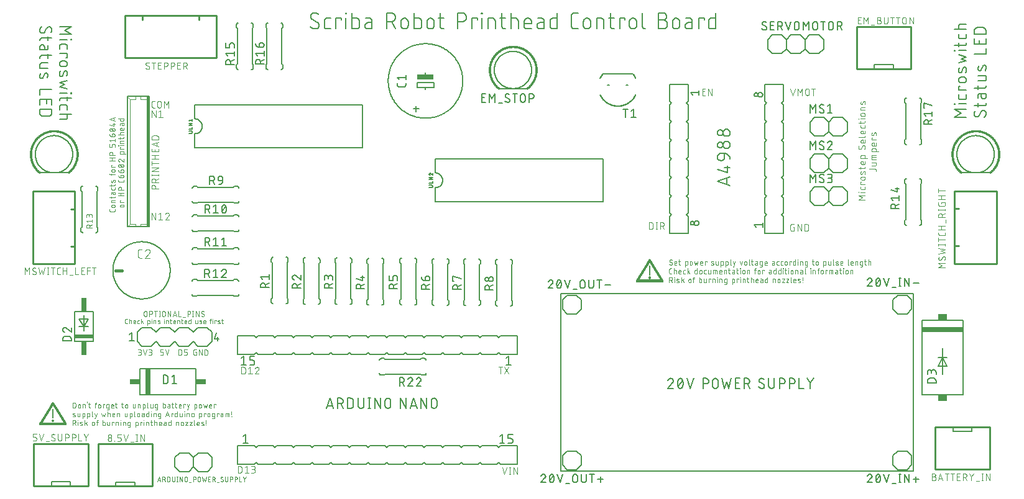
<source format=gbr>
G04 EAGLE Gerber RS-274X export*
G75*
%MOMM*%
%FSLAX34Y34*%
%LPD*%
%INSilkscreen Top*%
%IPPOS*%
%AMOC8*
5,1,8,0,0,1.08239X$1,22.5*%
G01*
%ADD10C,0.076200*%
%ADD11C,0.127000*%
%ADD12C,0.152400*%
%ADD13C,0.203200*%
%ADD14C,0.050800*%
%ADD15R,3.528000X0.006000*%
%ADD16R,3.558000X0.006000*%
%ADD17R,3.576000X0.006000*%
%ADD18R,3.600000X0.006000*%
%ADD19R,3.624000X0.006000*%
%ADD20R,3.636000X0.006000*%
%ADD21R,3.648000X0.006000*%
%ADD22R,3.660000X0.006000*%
%ADD23R,3.672000X0.006000*%
%ADD24R,3.684000X0.006000*%
%ADD25R,3.696000X0.006000*%
%ADD26R,3.708000X0.006000*%
%ADD27R,3.720000X0.006000*%
%ADD28R,3.732000X0.006000*%
%ADD29R,3.744000X0.006000*%
%ADD30R,3.750000X0.006000*%
%ADD31R,3.756000X0.006000*%
%ADD32R,3.726000X0.006000*%
%ADD33R,3.690000X0.006000*%
%ADD34R,3.678000X0.006000*%
%ADD35R,3.666000X0.006000*%
%ADD36R,3.642000X0.006000*%
%ADD37R,3.630000X0.006000*%
%ADD38R,3.618000X0.006000*%
%ADD39R,0.360000X0.006000*%
%ADD40R,0.354000X0.006000*%
%ADD41R,0.366000X0.006000*%
%ADD42R,0.012000X0.006000*%
%ADD43R,0.084000X0.006000*%
%ADD44R,0.120000X0.006000*%
%ADD45R,0.144000X0.006000*%
%ADD46R,0.156000X0.006000*%
%ADD47R,0.174000X0.006000*%
%ADD48R,0.192000X0.006000*%
%ADD49R,0.204000X0.006000*%
%ADD50R,0.216000X0.006000*%
%ADD51R,0.222000X0.006000*%
%ADD52R,0.228000X0.006000*%
%ADD53R,0.240000X0.006000*%
%ADD54R,0.252000X0.006000*%
%ADD55R,0.258000X0.006000*%
%ADD56R,0.264000X0.006000*%
%ADD57R,0.270000X0.006000*%
%ADD58R,0.276000X0.006000*%
%ADD59R,0.282000X0.006000*%
%ADD60R,0.288000X0.006000*%
%ADD61R,0.246000X0.006000*%
%ADD62R,0.234000X0.006000*%
%ADD63R,0.210000X0.006000*%
%ADD64R,0.198000X0.006000*%
%ADD65R,0.180000X0.006000*%
%ADD66R,0.168000X0.006000*%
%ADD67R,0.132000X0.006000*%
%ADD68R,0.108000X0.006000*%
%ADD69R,0.048000X0.006000*%
%ADD70R,0.726000X0.006000*%
%ADD71R,0.720000X0.006000*%
%ADD72R,0.708000X0.006000*%
%ADD73R,0.702000X0.006000*%
%ADD74R,0.696000X0.006000*%
%ADD75R,0.684000X0.006000*%
%ADD76R,0.678000X0.006000*%
%ADD77R,0.672000X0.006000*%
%ADD78R,0.666000X0.006000*%
%ADD79R,0.660000X0.006000*%
%ADD80R,0.654000X0.006000*%
%ADD81R,0.642000X0.006000*%
%ADD82R,0.636000X0.006000*%
%ADD83R,0.624000X0.006000*%
%ADD84R,0.618000X0.006000*%
%ADD85R,0.612000X0.006000*%
%ADD86R,0.600000X0.006000*%
%ADD87R,0.594000X0.006000*%
%ADD88R,0.588000X0.006000*%
%ADD89R,0.576000X0.006000*%
%ADD90R,0.570000X0.006000*%
%ADD91R,0.558000X0.006000*%
%ADD92R,0.552000X0.006000*%
%ADD93R,0.546000X0.006000*%
%ADD94R,0.540000X0.006000*%
%ADD95R,0.528000X0.006000*%
%ADD96R,0.516000X0.006000*%
%ADD97R,0.510000X0.006000*%
%ADD98R,0.504000X0.006000*%
%ADD99R,0.492000X0.006000*%
%ADD100R,0.486000X0.006000*%
%ADD101R,0.480000X0.006000*%
%ADD102R,0.468000X0.006000*%
%ADD103R,0.456000X0.006000*%
%ADD104R,0.444000X0.006000*%
%ADD105R,0.432000X0.006000*%
%ADD106R,0.426000X0.006000*%
%ADD107R,0.420000X0.006000*%
%ADD108R,0.408000X0.006000*%
%ADD109R,0.396000X0.006000*%
%ADD110R,0.384000X0.006000*%
%ADD111R,0.378000X0.006000*%
%ADD112R,0.348000X0.006000*%
%ADD113R,0.342000X0.006000*%
%ADD114R,0.336000X0.006000*%
%ADD115R,0.324000X0.006000*%
%ADD116R,0.318000X0.006000*%
%ADD117R,0.312000X0.006000*%
%ADD118R,0.300000X0.006000*%
%ADD119R,0.294000X0.006000*%
%ADD120C,0.254000*%
%ADD121C,0.200000*%
%ADD122C,0.101600*%
%ADD123R,2.286000X0.635000*%
%ADD124C,0.406400*%
%ADD125R,0.375000X17.750000*%
%ADD126C,0.025400*%
%ADD127R,0.635000X3.556000*%
%ADD128R,1.397000X0.762000*%
%ADD129R,2.540000X0.508000*%
%ADD130R,0.762000X1.905000*%
%ADD131R,5.588000X0.762000*%
%ADD132R,1.270000X0.889000*%
%ADD133C,0.012700*%


D10*
X183481Y515381D02*
X183481Y524619D01*
X188613Y515381D01*
X188613Y524619D01*
X192781Y522566D02*
X195347Y524619D01*
X195347Y515381D01*
X192781Y515381D02*
X197913Y515381D01*
X183081Y385099D02*
X183081Y375861D01*
X188213Y375861D02*
X183081Y385099D01*
X188213Y385099D02*
X188213Y375861D01*
X192381Y383046D02*
X194947Y385099D01*
X194947Y375861D01*
X192381Y375861D02*
X197513Y375861D01*
X206514Y382789D02*
X206512Y382882D01*
X206507Y382975D01*
X206497Y383067D01*
X206484Y383160D01*
X206467Y383251D01*
X206447Y383342D01*
X206423Y383432D01*
X206395Y383521D01*
X206364Y383608D01*
X206329Y383694D01*
X206291Y383779D01*
X206249Y383863D01*
X206205Y383944D01*
X206156Y384024D01*
X206105Y384101D01*
X206051Y384177D01*
X205993Y384250D01*
X205933Y384321D01*
X205870Y384389D01*
X205804Y384455D01*
X205736Y384518D01*
X205665Y384578D01*
X205592Y384636D01*
X205516Y384690D01*
X205439Y384741D01*
X205359Y384790D01*
X205278Y384834D01*
X205194Y384876D01*
X205109Y384914D01*
X205023Y384949D01*
X204936Y384980D01*
X204847Y385008D01*
X204757Y385032D01*
X204666Y385052D01*
X204575Y385069D01*
X204482Y385082D01*
X204390Y385092D01*
X204297Y385097D01*
X204204Y385099D01*
X204097Y385097D01*
X203991Y385091D01*
X203885Y385082D01*
X203779Y385068D01*
X203674Y385051D01*
X203569Y385030D01*
X203466Y385006D01*
X203363Y384977D01*
X203261Y384945D01*
X203161Y384910D01*
X203062Y384870D01*
X202964Y384827D01*
X202868Y384781D01*
X202774Y384731D01*
X202681Y384678D01*
X202591Y384622D01*
X202502Y384562D01*
X202416Y384500D01*
X202332Y384434D01*
X202251Y384365D01*
X202172Y384294D01*
X202095Y384219D01*
X202022Y384142D01*
X201951Y384063D01*
X201883Y383980D01*
X201818Y383896D01*
X201756Y383809D01*
X201698Y383720D01*
X201642Y383629D01*
X201590Y383536D01*
X201541Y383441D01*
X201496Y383345D01*
X201454Y383246D01*
X201416Y383147D01*
X201381Y383046D01*
X205744Y380992D02*
X205812Y381060D01*
X205877Y381130D01*
X205940Y381202D01*
X206000Y381277D01*
X206057Y381354D01*
X206110Y381433D01*
X206161Y381514D01*
X206209Y381597D01*
X206253Y381681D01*
X206294Y381768D01*
X206332Y381856D01*
X206366Y381945D01*
X206397Y382036D01*
X206424Y382127D01*
X206448Y382220D01*
X206468Y382314D01*
X206485Y382408D01*
X206497Y382503D01*
X206507Y382598D01*
X206512Y382693D01*
X206514Y382789D01*
X205743Y380993D02*
X201381Y375861D01*
X206513Y375861D01*
X660381Y37739D02*
X663460Y28501D01*
X666540Y37739D01*
X670660Y37739D02*
X670660Y28501D01*
X669634Y28501D02*
X671687Y28501D01*
X671687Y37739D02*
X669634Y37739D01*
X675594Y37739D02*
X675594Y28501D01*
X680726Y28501D02*
X675594Y37739D01*
X680726Y37739D02*
X680726Y28501D01*
X300381Y30381D02*
X300381Y39619D01*
X302947Y39619D01*
X303045Y39617D01*
X303143Y39611D01*
X303241Y39602D01*
X303339Y39589D01*
X303436Y39572D01*
X303532Y39552D01*
X303627Y39527D01*
X303721Y39499D01*
X303814Y39468D01*
X303906Y39433D01*
X303997Y39394D01*
X304086Y39353D01*
X304173Y39307D01*
X304258Y39259D01*
X304342Y39207D01*
X304423Y39152D01*
X304503Y39094D01*
X304580Y39033D01*
X304654Y38969D01*
X304726Y38902D01*
X304796Y38832D01*
X304863Y38760D01*
X304927Y38686D01*
X304988Y38609D01*
X305046Y38529D01*
X305101Y38448D01*
X305153Y38364D01*
X305201Y38279D01*
X305247Y38192D01*
X305288Y38103D01*
X305327Y38012D01*
X305362Y37920D01*
X305393Y37827D01*
X305421Y37733D01*
X305446Y37638D01*
X305466Y37542D01*
X305483Y37445D01*
X305496Y37347D01*
X305505Y37249D01*
X305511Y37151D01*
X305513Y37053D01*
X305513Y32947D01*
X305511Y32849D01*
X305505Y32751D01*
X305496Y32653D01*
X305483Y32555D01*
X305466Y32458D01*
X305446Y32362D01*
X305421Y32267D01*
X305393Y32173D01*
X305362Y32080D01*
X305327Y31988D01*
X305288Y31897D01*
X305247Y31808D01*
X305201Y31721D01*
X305153Y31636D01*
X305101Y31552D01*
X305046Y31471D01*
X304988Y31391D01*
X304927Y31314D01*
X304863Y31240D01*
X304796Y31168D01*
X304726Y31098D01*
X304654Y31031D01*
X304580Y30967D01*
X304503Y30906D01*
X304423Y30848D01*
X304342Y30793D01*
X304258Y30741D01*
X304173Y30693D01*
X304086Y30647D01*
X303997Y30606D01*
X303906Y30567D01*
X303814Y30532D01*
X303721Y30501D01*
X303627Y30473D01*
X303532Y30448D01*
X303436Y30428D01*
X303339Y30411D01*
X303241Y30398D01*
X303143Y30389D01*
X303045Y30383D01*
X302947Y30381D01*
X300381Y30381D01*
X309681Y37566D02*
X312247Y39619D01*
X312247Y30381D01*
X309681Y30381D02*
X314813Y30381D01*
X318681Y30381D02*
X321247Y30381D01*
X321346Y30383D01*
X321446Y30389D01*
X321545Y30398D01*
X321643Y30412D01*
X321741Y30429D01*
X321839Y30450D01*
X321935Y30475D01*
X322030Y30504D01*
X322125Y30536D01*
X322217Y30572D01*
X322309Y30611D01*
X322399Y30654D01*
X322487Y30700D01*
X322573Y30750D01*
X322657Y30803D01*
X322739Y30859D01*
X322819Y30919D01*
X322896Y30981D01*
X322971Y31047D01*
X323044Y31115D01*
X323113Y31186D01*
X323180Y31260D01*
X323244Y31336D01*
X323305Y31415D01*
X323363Y31496D01*
X323418Y31579D01*
X323469Y31664D01*
X323517Y31751D01*
X323562Y31840D01*
X323603Y31931D01*
X323641Y32023D01*
X323675Y32116D01*
X323705Y32211D01*
X323732Y32307D01*
X323755Y32404D01*
X323774Y32501D01*
X323789Y32600D01*
X323801Y32699D01*
X323809Y32798D01*
X323813Y32897D01*
X323813Y32997D01*
X323809Y33096D01*
X323801Y33195D01*
X323789Y33294D01*
X323774Y33393D01*
X323755Y33490D01*
X323732Y33587D01*
X323705Y33683D01*
X323675Y33778D01*
X323641Y33871D01*
X323603Y33963D01*
X323562Y34054D01*
X323517Y34143D01*
X323469Y34230D01*
X323418Y34315D01*
X323363Y34398D01*
X323305Y34479D01*
X323244Y34558D01*
X323180Y34634D01*
X323113Y34708D01*
X323044Y34779D01*
X322971Y34847D01*
X322896Y34913D01*
X322819Y34975D01*
X322739Y35035D01*
X322657Y35091D01*
X322573Y35144D01*
X322487Y35194D01*
X322399Y35240D01*
X322309Y35283D01*
X322217Y35322D01*
X322125Y35358D01*
X322030Y35390D01*
X321935Y35419D01*
X321839Y35444D01*
X321741Y35465D01*
X321643Y35482D01*
X321545Y35496D01*
X321446Y35505D01*
X321346Y35511D01*
X321247Y35513D01*
X321760Y39619D02*
X318681Y39619D01*
X321760Y39619D02*
X321850Y39617D01*
X321939Y39611D01*
X322028Y39601D01*
X322116Y39588D01*
X322204Y39570D01*
X322291Y39549D01*
X322377Y39524D01*
X322462Y39495D01*
X322546Y39463D01*
X322628Y39427D01*
X322708Y39387D01*
X322787Y39344D01*
X322863Y39297D01*
X322938Y39248D01*
X323010Y39195D01*
X323080Y39139D01*
X323147Y39080D01*
X323212Y39018D01*
X323274Y38953D01*
X323333Y38886D01*
X323389Y38816D01*
X323442Y38744D01*
X323491Y38669D01*
X323538Y38592D01*
X323581Y38514D01*
X323621Y38434D01*
X323657Y38352D01*
X323689Y38268D01*
X323718Y38183D01*
X323743Y38097D01*
X323764Y38010D01*
X323782Y37922D01*
X323795Y37834D01*
X323805Y37745D01*
X323811Y37656D01*
X323813Y37566D01*
X323811Y37476D01*
X323805Y37387D01*
X323795Y37298D01*
X323782Y37210D01*
X323764Y37122D01*
X323743Y37035D01*
X323718Y36949D01*
X323689Y36864D01*
X323657Y36780D01*
X323621Y36698D01*
X323581Y36618D01*
X323538Y36540D01*
X323491Y36463D01*
X323442Y36388D01*
X323389Y36316D01*
X323333Y36246D01*
X323274Y36179D01*
X323212Y36114D01*
X323147Y36052D01*
X323080Y35993D01*
X323010Y35937D01*
X322938Y35884D01*
X322863Y35835D01*
X322787Y35788D01*
X322708Y35745D01*
X322628Y35705D01*
X322546Y35669D01*
X322462Y35637D01*
X322377Y35608D01*
X322291Y35583D01*
X322204Y35562D01*
X322116Y35544D01*
X322028Y35531D01*
X321939Y35521D01*
X321850Y35515D01*
X321760Y35513D01*
X319707Y35513D01*
X305381Y165381D02*
X305381Y174619D01*
X307947Y174619D01*
X308045Y174617D01*
X308143Y174611D01*
X308241Y174602D01*
X308339Y174589D01*
X308436Y174572D01*
X308532Y174552D01*
X308627Y174527D01*
X308721Y174499D01*
X308814Y174468D01*
X308906Y174433D01*
X308997Y174394D01*
X309086Y174353D01*
X309173Y174307D01*
X309258Y174259D01*
X309342Y174207D01*
X309423Y174152D01*
X309503Y174094D01*
X309580Y174033D01*
X309654Y173969D01*
X309726Y173902D01*
X309796Y173832D01*
X309863Y173760D01*
X309927Y173686D01*
X309988Y173609D01*
X310046Y173529D01*
X310101Y173448D01*
X310153Y173364D01*
X310201Y173279D01*
X310247Y173192D01*
X310288Y173103D01*
X310327Y173012D01*
X310362Y172920D01*
X310393Y172827D01*
X310421Y172733D01*
X310446Y172638D01*
X310466Y172542D01*
X310483Y172445D01*
X310496Y172347D01*
X310505Y172249D01*
X310511Y172151D01*
X310513Y172053D01*
X310513Y167947D01*
X310511Y167849D01*
X310505Y167751D01*
X310496Y167653D01*
X310483Y167555D01*
X310466Y167458D01*
X310446Y167362D01*
X310421Y167267D01*
X310393Y167173D01*
X310362Y167080D01*
X310327Y166988D01*
X310288Y166897D01*
X310247Y166808D01*
X310201Y166721D01*
X310153Y166636D01*
X310101Y166552D01*
X310046Y166471D01*
X309988Y166391D01*
X309927Y166314D01*
X309863Y166240D01*
X309796Y166168D01*
X309726Y166098D01*
X309654Y166031D01*
X309580Y165967D01*
X309503Y165906D01*
X309423Y165848D01*
X309342Y165793D01*
X309258Y165741D01*
X309173Y165693D01*
X309086Y165647D01*
X308997Y165606D01*
X308906Y165567D01*
X308814Y165532D01*
X308721Y165501D01*
X308627Y165473D01*
X308532Y165448D01*
X308436Y165428D01*
X308339Y165411D01*
X308241Y165398D01*
X308143Y165389D01*
X308045Y165383D01*
X307947Y165381D01*
X305381Y165381D01*
X314681Y172566D02*
X317247Y174619D01*
X317247Y165381D01*
X314681Y165381D02*
X319813Y165381D01*
X328814Y172309D02*
X328812Y172402D01*
X328807Y172495D01*
X328797Y172587D01*
X328784Y172680D01*
X328767Y172771D01*
X328747Y172862D01*
X328723Y172952D01*
X328695Y173041D01*
X328664Y173128D01*
X328629Y173214D01*
X328591Y173299D01*
X328549Y173383D01*
X328505Y173464D01*
X328456Y173544D01*
X328405Y173621D01*
X328351Y173697D01*
X328293Y173770D01*
X328233Y173841D01*
X328170Y173909D01*
X328104Y173975D01*
X328036Y174038D01*
X327965Y174098D01*
X327892Y174156D01*
X327816Y174210D01*
X327739Y174261D01*
X327659Y174310D01*
X327578Y174354D01*
X327494Y174396D01*
X327409Y174434D01*
X327323Y174469D01*
X327236Y174500D01*
X327147Y174528D01*
X327057Y174552D01*
X326966Y174572D01*
X326875Y174589D01*
X326782Y174602D01*
X326690Y174612D01*
X326597Y174617D01*
X326504Y174619D01*
X326397Y174617D01*
X326291Y174611D01*
X326185Y174602D01*
X326079Y174588D01*
X325974Y174571D01*
X325869Y174550D01*
X325766Y174526D01*
X325663Y174497D01*
X325561Y174465D01*
X325461Y174430D01*
X325362Y174390D01*
X325264Y174347D01*
X325168Y174301D01*
X325074Y174251D01*
X324981Y174198D01*
X324891Y174142D01*
X324802Y174082D01*
X324716Y174020D01*
X324632Y173954D01*
X324551Y173885D01*
X324472Y173814D01*
X324395Y173739D01*
X324322Y173662D01*
X324251Y173583D01*
X324183Y173500D01*
X324118Y173416D01*
X324056Y173329D01*
X323998Y173240D01*
X323942Y173149D01*
X323890Y173056D01*
X323841Y172961D01*
X323796Y172865D01*
X323754Y172766D01*
X323716Y172667D01*
X323681Y172566D01*
X328044Y170512D02*
X328112Y170580D01*
X328177Y170650D01*
X328240Y170722D01*
X328300Y170797D01*
X328357Y170874D01*
X328410Y170953D01*
X328461Y171034D01*
X328509Y171117D01*
X328553Y171201D01*
X328594Y171288D01*
X328632Y171376D01*
X328666Y171465D01*
X328697Y171556D01*
X328724Y171647D01*
X328748Y171740D01*
X328768Y171834D01*
X328785Y171928D01*
X328797Y172023D01*
X328807Y172118D01*
X328812Y172213D01*
X328814Y172309D01*
X328043Y170513D02*
X323681Y165381D01*
X328813Y165381D01*
X657947Y165381D02*
X657947Y174619D01*
X655381Y174619D02*
X660513Y174619D01*
X669426Y174619D02*
X663268Y165381D01*
X669426Y165381D02*
X663268Y174619D01*
D11*
X425892Y132245D02*
X421315Y118515D01*
X430468Y118515D02*
X425892Y132245D01*
X429324Y121948D02*
X422459Y121948D01*
X436117Y118515D02*
X436117Y132245D01*
X439931Y132245D01*
X440053Y132243D01*
X440175Y132237D01*
X440297Y132227D01*
X440419Y132214D01*
X440540Y132196D01*
X440660Y132175D01*
X440780Y132149D01*
X440898Y132120D01*
X441016Y132087D01*
X441133Y132051D01*
X441248Y132010D01*
X441362Y131966D01*
X441475Y131919D01*
X441586Y131867D01*
X441695Y131812D01*
X441803Y131754D01*
X441908Y131693D01*
X442012Y131627D01*
X442113Y131559D01*
X442212Y131488D01*
X442309Y131413D01*
X442403Y131335D01*
X442495Y131254D01*
X442584Y131171D01*
X442671Y131084D01*
X442754Y130995D01*
X442835Y130903D01*
X442913Y130809D01*
X442988Y130712D01*
X443059Y130613D01*
X443127Y130512D01*
X443193Y130408D01*
X443254Y130303D01*
X443312Y130195D01*
X443367Y130086D01*
X443419Y129975D01*
X443466Y129862D01*
X443510Y129748D01*
X443551Y129633D01*
X443587Y129516D01*
X443620Y129398D01*
X443649Y129280D01*
X443675Y129160D01*
X443696Y129040D01*
X443714Y128919D01*
X443727Y128797D01*
X443737Y128675D01*
X443743Y128553D01*
X443745Y128431D01*
X443743Y128309D01*
X443737Y128187D01*
X443727Y128065D01*
X443714Y127943D01*
X443696Y127822D01*
X443675Y127702D01*
X443649Y127582D01*
X443620Y127464D01*
X443587Y127346D01*
X443551Y127229D01*
X443510Y127114D01*
X443466Y127000D01*
X443419Y126887D01*
X443367Y126776D01*
X443312Y126667D01*
X443254Y126559D01*
X443193Y126454D01*
X443127Y126350D01*
X443059Y126249D01*
X442988Y126150D01*
X442913Y126053D01*
X442835Y125959D01*
X442754Y125867D01*
X442671Y125778D01*
X442584Y125691D01*
X442495Y125608D01*
X442403Y125527D01*
X442309Y125449D01*
X442212Y125374D01*
X442113Y125303D01*
X442012Y125235D01*
X441908Y125169D01*
X441803Y125108D01*
X441695Y125050D01*
X441586Y124995D01*
X441475Y124943D01*
X441362Y124896D01*
X441248Y124852D01*
X441133Y124811D01*
X441016Y124775D01*
X440898Y124742D01*
X440780Y124713D01*
X440660Y124687D01*
X440540Y124666D01*
X440419Y124648D01*
X440297Y124635D01*
X440175Y124625D01*
X440053Y124619D01*
X439931Y124617D01*
X436117Y124617D01*
X440694Y124617D02*
X443745Y118515D01*
X449978Y118515D02*
X449978Y132245D01*
X453792Y132245D01*
X453914Y132243D01*
X454036Y132237D01*
X454158Y132227D01*
X454280Y132214D01*
X454401Y132196D01*
X454521Y132175D01*
X454641Y132149D01*
X454759Y132120D01*
X454877Y132087D01*
X454994Y132051D01*
X455109Y132010D01*
X455223Y131966D01*
X455336Y131919D01*
X455447Y131867D01*
X455556Y131812D01*
X455664Y131754D01*
X455769Y131693D01*
X455873Y131627D01*
X455974Y131559D01*
X456073Y131488D01*
X456170Y131413D01*
X456264Y131335D01*
X456356Y131254D01*
X456445Y131171D01*
X456532Y131084D01*
X456615Y130995D01*
X456696Y130903D01*
X456774Y130809D01*
X456849Y130712D01*
X456920Y130613D01*
X456988Y130512D01*
X457054Y130408D01*
X457115Y130303D01*
X457173Y130195D01*
X457228Y130086D01*
X457280Y129975D01*
X457327Y129862D01*
X457371Y129748D01*
X457412Y129633D01*
X457448Y129516D01*
X457481Y129398D01*
X457510Y129280D01*
X457536Y129160D01*
X457557Y129040D01*
X457575Y128919D01*
X457588Y128797D01*
X457598Y128675D01*
X457604Y128553D01*
X457606Y128431D01*
X457606Y122329D01*
X457604Y122207D01*
X457598Y122085D01*
X457588Y121963D01*
X457575Y121841D01*
X457557Y121720D01*
X457536Y121600D01*
X457510Y121480D01*
X457481Y121362D01*
X457448Y121244D01*
X457412Y121127D01*
X457371Y121012D01*
X457327Y120898D01*
X457280Y120785D01*
X457228Y120674D01*
X457173Y120565D01*
X457115Y120457D01*
X457054Y120352D01*
X456988Y120248D01*
X456920Y120147D01*
X456849Y120048D01*
X456774Y119951D01*
X456696Y119857D01*
X456615Y119765D01*
X456532Y119676D01*
X456445Y119589D01*
X456356Y119506D01*
X456264Y119425D01*
X456170Y119347D01*
X456073Y119272D01*
X455974Y119201D01*
X455873Y119133D01*
X455769Y119067D01*
X455664Y119006D01*
X455556Y118948D01*
X455447Y118893D01*
X455336Y118841D01*
X455223Y118794D01*
X455109Y118750D01*
X454994Y118709D01*
X454877Y118673D01*
X454759Y118640D01*
X454641Y118611D01*
X454521Y118585D01*
X454401Y118564D01*
X454280Y118546D01*
X454158Y118533D01*
X454036Y118523D01*
X453914Y118517D01*
X453792Y118515D01*
X449978Y118515D01*
X464378Y122329D02*
X464378Y132245D01*
X464378Y122329D02*
X464380Y122207D01*
X464386Y122085D01*
X464396Y121963D01*
X464409Y121841D01*
X464427Y121720D01*
X464448Y121600D01*
X464474Y121480D01*
X464503Y121362D01*
X464536Y121244D01*
X464572Y121127D01*
X464613Y121012D01*
X464657Y120898D01*
X464704Y120785D01*
X464756Y120674D01*
X464811Y120565D01*
X464869Y120457D01*
X464930Y120352D01*
X464996Y120248D01*
X465064Y120147D01*
X465135Y120048D01*
X465210Y119951D01*
X465288Y119857D01*
X465369Y119765D01*
X465452Y119676D01*
X465539Y119589D01*
X465628Y119506D01*
X465720Y119425D01*
X465814Y119347D01*
X465911Y119272D01*
X466010Y119201D01*
X466111Y119133D01*
X466215Y119067D01*
X466320Y119006D01*
X466428Y118948D01*
X466537Y118893D01*
X466648Y118841D01*
X466761Y118794D01*
X466875Y118750D01*
X466990Y118709D01*
X467107Y118673D01*
X467225Y118640D01*
X467343Y118611D01*
X467463Y118585D01*
X467583Y118564D01*
X467704Y118546D01*
X467826Y118533D01*
X467948Y118523D01*
X468070Y118517D01*
X468192Y118515D01*
X468314Y118517D01*
X468436Y118523D01*
X468558Y118533D01*
X468680Y118546D01*
X468801Y118564D01*
X468921Y118585D01*
X469041Y118611D01*
X469159Y118640D01*
X469277Y118673D01*
X469394Y118709D01*
X469509Y118750D01*
X469623Y118794D01*
X469736Y118841D01*
X469847Y118893D01*
X469956Y118948D01*
X470064Y119006D01*
X470169Y119067D01*
X470273Y119133D01*
X470374Y119201D01*
X470473Y119272D01*
X470570Y119347D01*
X470664Y119425D01*
X470756Y119506D01*
X470845Y119589D01*
X470932Y119676D01*
X471015Y119765D01*
X471096Y119857D01*
X471174Y119951D01*
X471249Y120048D01*
X471320Y120147D01*
X471388Y120248D01*
X471454Y120352D01*
X471515Y120457D01*
X471573Y120565D01*
X471628Y120674D01*
X471680Y120785D01*
X471727Y120898D01*
X471771Y121012D01*
X471812Y121127D01*
X471848Y121244D01*
X471881Y121362D01*
X471910Y121480D01*
X471936Y121600D01*
X471957Y121720D01*
X471975Y121841D01*
X471988Y121963D01*
X471998Y122085D01*
X472004Y122207D01*
X472006Y122329D01*
X472006Y132245D01*
X479442Y132245D02*
X479442Y118515D01*
X480967Y118515D02*
X477916Y118515D01*
X477916Y132245D02*
X480967Y132245D01*
X486878Y132245D02*
X486878Y118515D01*
X494505Y118515D02*
X486878Y132245D01*
X494505Y132245D02*
X494505Y118515D01*
X500828Y122329D02*
X500828Y128431D01*
X500830Y128553D01*
X500836Y128675D01*
X500846Y128797D01*
X500859Y128919D01*
X500877Y129040D01*
X500898Y129160D01*
X500924Y129280D01*
X500953Y129398D01*
X500986Y129516D01*
X501022Y129633D01*
X501063Y129748D01*
X501107Y129862D01*
X501154Y129975D01*
X501206Y130086D01*
X501261Y130195D01*
X501319Y130303D01*
X501380Y130408D01*
X501446Y130512D01*
X501514Y130613D01*
X501585Y130712D01*
X501660Y130809D01*
X501738Y130903D01*
X501819Y130995D01*
X501902Y131084D01*
X501989Y131171D01*
X502078Y131254D01*
X502170Y131335D01*
X502264Y131413D01*
X502361Y131488D01*
X502460Y131559D01*
X502561Y131627D01*
X502665Y131693D01*
X502770Y131754D01*
X502878Y131812D01*
X502987Y131867D01*
X503098Y131919D01*
X503211Y131966D01*
X503325Y132010D01*
X503440Y132051D01*
X503557Y132087D01*
X503675Y132120D01*
X503793Y132149D01*
X503913Y132175D01*
X504033Y132196D01*
X504154Y132214D01*
X504276Y132227D01*
X504398Y132237D01*
X504520Y132243D01*
X504642Y132245D01*
X504764Y132243D01*
X504886Y132237D01*
X505008Y132227D01*
X505130Y132214D01*
X505251Y132196D01*
X505371Y132175D01*
X505491Y132149D01*
X505609Y132120D01*
X505727Y132087D01*
X505844Y132051D01*
X505959Y132010D01*
X506073Y131966D01*
X506186Y131919D01*
X506297Y131867D01*
X506406Y131812D01*
X506514Y131754D01*
X506619Y131693D01*
X506723Y131627D01*
X506824Y131559D01*
X506923Y131488D01*
X507020Y131413D01*
X507114Y131335D01*
X507206Y131254D01*
X507295Y131171D01*
X507382Y131084D01*
X507465Y130995D01*
X507546Y130903D01*
X507624Y130809D01*
X507699Y130712D01*
X507770Y130613D01*
X507838Y130512D01*
X507904Y130408D01*
X507965Y130303D01*
X508023Y130195D01*
X508078Y130086D01*
X508130Y129975D01*
X508177Y129862D01*
X508221Y129748D01*
X508262Y129633D01*
X508298Y129516D01*
X508331Y129398D01*
X508360Y129280D01*
X508386Y129160D01*
X508407Y129040D01*
X508425Y128919D01*
X508438Y128797D01*
X508448Y128675D01*
X508454Y128553D01*
X508456Y128431D01*
X508455Y128431D02*
X508455Y122329D01*
X508456Y122329D02*
X508454Y122207D01*
X508448Y122085D01*
X508438Y121963D01*
X508425Y121841D01*
X508407Y121720D01*
X508386Y121600D01*
X508360Y121480D01*
X508331Y121362D01*
X508298Y121244D01*
X508262Y121127D01*
X508221Y121012D01*
X508177Y120898D01*
X508130Y120785D01*
X508078Y120674D01*
X508023Y120565D01*
X507965Y120457D01*
X507904Y120352D01*
X507838Y120248D01*
X507770Y120147D01*
X507699Y120048D01*
X507624Y119951D01*
X507546Y119857D01*
X507465Y119765D01*
X507382Y119676D01*
X507295Y119589D01*
X507206Y119506D01*
X507114Y119425D01*
X507020Y119347D01*
X506923Y119272D01*
X506824Y119201D01*
X506723Y119133D01*
X506619Y119067D01*
X506514Y119006D01*
X506406Y118948D01*
X506297Y118893D01*
X506186Y118841D01*
X506073Y118794D01*
X505959Y118750D01*
X505844Y118709D01*
X505727Y118673D01*
X505609Y118640D01*
X505491Y118611D01*
X505371Y118585D01*
X505251Y118564D01*
X505130Y118546D01*
X505008Y118533D01*
X504886Y118523D01*
X504764Y118517D01*
X504642Y118515D01*
X504520Y118517D01*
X504398Y118523D01*
X504276Y118533D01*
X504154Y118546D01*
X504033Y118564D01*
X503913Y118585D01*
X503793Y118611D01*
X503675Y118640D01*
X503557Y118673D01*
X503440Y118709D01*
X503325Y118750D01*
X503211Y118794D01*
X503098Y118841D01*
X502987Y118893D01*
X502878Y118948D01*
X502770Y119006D01*
X502665Y119067D01*
X502561Y119133D01*
X502460Y119201D01*
X502361Y119272D01*
X502264Y119347D01*
X502170Y119425D01*
X502078Y119506D01*
X501989Y119589D01*
X501902Y119676D01*
X501819Y119765D01*
X501738Y119857D01*
X501660Y119951D01*
X501585Y120048D01*
X501514Y120147D01*
X501446Y120248D01*
X501380Y120352D01*
X501319Y120457D01*
X501261Y120565D01*
X501206Y120674D01*
X501154Y120785D01*
X501107Y120898D01*
X501063Y121012D01*
X501022Y121127D01*
X500986Y121244D01*
X500953Y121362D01*
X500924Y121480D01*
X500898Y121600D01*
X500877Y121720D01*
X500859Y121841D01*
X500846Y121963D01*
X500836Y122085D01*
X500830Y122207D01*
X500828Y122329D01*
X521978Y118515D02*
X521978Y132245D01*
X529605Y118515D01*
X529605Y132245D01*
X539742Y132245D02*
X535165Y118515D01*
X544318Y118515D02*
X539742Y132245D01*
X543174Y121948D02*
X536309Y121948D01*
X549878Y118515D02*
X549878Y132245D01*
X557505Y118515D01*
X557505Y132245D01*
X563828Y128431D02*
X563828Y122329D01*
X563828Y128431D02*
X563830Y128553D01*
X563836Y128675D01*
X563846Y128797D01*
X563859Y128919D01*
X563877Y129040D01*
X563898Y129160D01*
X563924Y129280D01*
X563953Y129398D01*
X563986Y129516D01*
X564022Y129633D01*
X564063Y129748D01*
X564107Y129862D01*
X564154Y129975D01*
X564206Y130086D01*
X564261Y130195D01*
X564319Y130303D01*
X564380Y130408D01*
X564446Y130512D01*
X564514Y130613D01*
X564585Y130712D01*
X564660Y130809D01*
X564738Y130903D01*
X564819Y130995D01*
X564902Y131084D01*
X564989Y131171D01*
X565078Y131254D01*
X565170Y131335D01*
X565264Y131413D01*
X565361Y131488D01*
X565460Y131559D01*
X565561Y131627D01*
X565665Y131693D01*
X565770Y131754D01*
X565878Y131812D01*
X565987Y131867D01*
X566098Y131919D01*
X566211Y131966D01*
X566325Y132010D01*
X566440Y132051D01*
X566557Y132087D01*
X566675Y132120D01*
X566793Y132149D01*
X566913Y132175D01*
X567033Y132196D01*
X567154Y132214D01*
X567276Y132227D01*
X567398Y132237D01*
X567520Y132243D01*
X567642Y132245D01*
X567764Y132243D01*
X567886Y132237D01*
X568008Y132227D01*
X568130Y132214D01*
X568251Y132196D01*
X568371Y132175D01*
X568491Y132149D01*
X568609Y132120D01*
X568727Y132087D01*
X568844Y132051D01*
X568959Y132010D01*
X569073Y131966D01*
X569186Y131919D01*
X569297Y131867D01*
X569406Y131812D01*
X569514Y131754D01*
X569619Y131693D01*
X569723Y131627D01*
X569824Y131559D01*
X569923Y131488D01*
X570020Y131413D01*
X570114Y131335D01*
X570206Y131254D01*
X570295Y131171D01*
X570382Y131084D01*
X570465Y130995D01*
X570546Y130903D01*
X570624Y130809D01*
X570699Y130712D01*
X570770Y130613D01*
X570838Y130512D01*
X570904Y130408D01*
X570965Y130303D01*
X571023Y130195D01*
X571078Y130086D01*
X571130Y129975D01*
X571177Y129862D01*
X571221Y129748D01*
X571262Y129633D01*
X571298Y129516D01*
X571331Y129398D01*
X571360Y129280D01*
X571386Y129160D01*
X571407Y129040D01*
X571425Y128919D01*
X571438Y128797D01*
X571448Y128675D01*
X571454Y128553D01*
X571456Y128431D01*
X571455Y128431D02*
X571455Y122329D01*
X571456Y122329D02*
X571454Y122207D01*
X571448Y122085D01*
X571438Y121963D01*
X571425Y121841D01*
X571407Y121720D01*
X571386Y121600D01*
X571360Y121480D01*
X571331Y121362D01*
X571298Y121244D01*
X571262Y121127D01*
X571221Y121012D01*
X571177Y120898D01*
X571130Y120785D01*
X571078Y120674D01*
X571023Y120565D01*
X570965Y120457D01*
X570904Y120352D01*
X570838Y120248D01*
X570770Y120147D01*
X570699Y120048D01*
X570624Y119951D01*
X570546Y119857D01*
X570465Y119765D01*
X570382Y119676D01*
X570295Y119589D01*
X570206Y119506D01*
X570114Y119425D01*
X570020Y119347D01*
X569923Y119272D01*
X569824Y119201D01*
X569723Y119133D01*
X569619Y119067D01*
X569514Y119006D01*
X569406Y118948D01*
X569297Y118893D01*
X569186Y118841D01*
X569073Y118794D01*
X568959Y118750D01*
X568844Y118709D01*
X568727Y118673D01*
X568609Y118640D01*
X568491Y118611D01*
X568371Y118585D01*
X568251Y118564D01*
X568130Y118546D01*
X568008Y118533D01*
X567886Y118523D01*
X567764Y118517D01*
X567642Y118515D01*
X567520Y118517D01*
X567398Y118523D01*
X567276Y118533D01*
X567154Y118546D01*
X567033Y118564D01*
X566913Y118585D01*
X566793Y118611D01*
X566675Y118640D01*
X566557Y118673D01*
X566440Y118709D01*
X566325Y118750D01*
X566211Y118794D01*
X566098Y118841D01*
X565987Y118893D01*
X565878Y118948D01*
X565770Y119006D01*
X565665Y119067D01*
X565561Y119133D01*
X565460Y119201D01*
X565361Y119272D01*
X565264Y119347D01*
X565170Y119425D01*
X565078Y119506D01*
X564989Y119589D01*
X564902Y119676D01*
X564819Y119765D01*
X564738Y119857D01*
X564660Y119951D01*
X564585Y120048D01*
X564514Y120147D01*
X564446Y120248D01*
X564380Y120352D01*
X564319Y120457D01*
X564261Y120565D01*
X564206Y120674D01*
X564154Y120785D01*
X564107Y120898D01*
X564063Y121012D01*
X564022Y121127D01*
X563986Y121244D01*
X563953Y121362D01*
X563924Y121480D01*
X563898Y121600D01*
X563877Y121720D01*
X563859Y121841D01*
X563846Y121963D01*
X563836Y122085D01*
X563830Y122207D01*
X563828Y122329D01*
X889820Y159366D02*
X889935Y159364D01*
X890049Y159358D01*
X890164Y159349D01*
X890278Y159335D01*
X890391Y159318D01*
X890504Y159297D01*
X890616Y159272D01*
X890727Y159244D01*
X890837Y159212D01*
X890946Y159176D01*
X891054Y159137D01*
X891160Y159094D01*
X891265Y159047D01*
X891368Y158997D01*
X891470Y158944D01*
X891570Y158887D01*
X891667Y158827D01*
X891763Y158763D01*
X891856Y158697D01*
X891948Y158627D01*
X892036Y158555D01*
X892123Y158479D01*
X892207Y158401D01*
X892288Y158320D01*
X892366Y158236D01*
X892442Y158149D01*
X892514Y158061D01*
X892584Y157969D01*
X892650Y157876D01*
X892714Y157780D01*
X892774Y157683D01*
X892831Y157583D01*
X892884Y157481D01*
X892934Y157378D01*
X892981Y157273D01*
X893024Y157167D01*
X893063Y157059D01*
X893099Y156950D01*
X893131Y156840D01*
X893159Y156729D01*
X893184Y156617D01*
X893205Y156504D01*
X893222Y156391D01*
X893236Y156277D01*
X893245Y156162D01*
X893251Y156048D01*
X893253Y155933D01*
X889820Y159365D02*
X889688Y159363D01*
X889556Y159357D01*
X889424Y159347D01*
X889293Y159333D01*
X889162Y159316D01*
X889032Y159294D01*
X888902Y159268D01*
X888774Y159239D01*
X888646Y159206D01*
X888519Y159169D01*
X888394Y159128D01*
X888269Y159083D01*
X888146Y159035D01*
X888025Y158983D01*
X887905Y158928D01*
X887787Y158869D01*
X887671Y158806D01*
X887557Y158740D01*
X887444Y158670D01*
X887334Y158598D01*
X887226Y158522D01*
X887121Y158442D01*
X887017Y158360D01*
X886917Y158274D01*
X886819Y158186D01*
X886723Y158095D01*
X886631Y158001D01*
X886541Y157904D01*
X886454Y157804D01*
X886370Y157702D01*
X886290Y157598D01*
X886212Y157491D01*
X886138Y157382D01*
X886067Y157270D01*
X885999Y157157D01*
X885935Y157042D01*
X885874Y156924D01*
X885817Y156805D01*
X885763Y156685D01*
X885713Y156562D01*
X885667Y156439D01*
X885625Y156314D01*
X892109Y153263D02*
X892194Y153347D01*
X892276Y153433D01*
X892356Y153522D01*
X892432Y153614D01*
X892506Y153708D01*
X892577Y153804D01*
X892644Y153903D01*
X892708Y154004D01*
X892769Y154107D01*
X892826Y154211D01*
X892880Y154318D01*
X892931Y154426D01*
X892978Y154536D01*
X893021Y154647D01*
X893061Y154760D01*
X893097Y154873D01*
X893130Y154988D01*
X893159Y155104D01*
X893184Y155221D01*
X893205Y155338D01*
X893222Y155457D01*
X893236Y155575D01*
X893245Y155694D01*
X893251Y155814D01*
X893253Y155933D01*
X892108Y153263D02*
X885625Y145635D01*
X893252Y145635D01*
X899125Y152500D02*
X899128Y152770D01*
X899138Y153040D01*
X899154Y153310D01*
X899177Y153579D01*
X899206Y153847D01*
X899241Y154115D01*
X899283Y154382D01*
X899331Y154648D01*
X899385Y154912D01*
X899446Y155175D01*
X899513Y155437D01*
X899586Y155697D01*
X899666Y155955D01*
X899751Y156211D01*
X899843Y156466D01*
X899940Y156717D01*
X900044Y156967D01*
X900154Y157214D01*
X900269Y157458D01*
X900270Y157458D02*
X900306Y157558D01*
X900346Y157656D01*
X900389Y157753D01*
X900437Y157848D01*
X900488Y157941D01*
X900542Y158032D01*
X900599Y158121D01*
X900660Y158208D01*
X900725Y158292D01*
X900792Y158374D01*
X900862Y158454D01*
X900936Y158530D01*
X901012Y158604D01*
X901091Y158675D01*
X901172Y158743D01*
X901256Y158808D01*
X901342Y158870D01*
X901431Y158928D01*
X901521Y158983D01*
X901614Y159035D01*
X901709Y159083D01*
X901805Y159127D01*
X901903Y159168D01*
X902002Y159205D01*
X902103Y159238D01*
X902205Y159268D01*
X902308Y159294D01*
X902412Y159315D01*
X902516Y159333D01*
X902621Y159347D01*
X902727Y159357D01*
X902833Y159363D01*
X902939Y159365D01*
X903045Y159363D01*
X903151Y159357D01*
X903257Y159347D01*
X903362Y159333D01*
X903466Y159315D01*
X903570Y159294D01*
X903673Y159268D01*
X903775Y159238D01*
X903876Y159205D01*
X903975Y159168D01*
X904073Y159127D01*
X904169Y159083D01*
X904264Y159035D01*
X904357Y158983D01*
X904447Y158928D01*
X904536Y158870D01*
X904622Y158808D01*
X904706Y158743D01*
X904788Y158675D01*
X904866Y158604D01*
X904942Y158530D01*
X905016Y158454D01*
X905086Y158374D01*
X905153Y158292D01*
X905218Y158208D01*
X905279Y158121D01*
X905336Y158032D01*
X905390Y157941D01*
X905441Y157848D01*
X905489Y157753D01*
X905532Y157656D01*
X905572Y157558D01*
X905608Y157458D01*
X905723Y157214D01*
X905833Y156967D01*
X905937Y156717D01*
X906034Y156466D01*
X906126Y156211D01*
X906211Y155955D01*
X906291Y155697D01*
X906364Y155437D01*
X906431Y155175D01*
X906492Y154912D01*
X906546Y154648D01*
X906594Y154382D01*
X906636Y154115D01*
X906671Y153847D01*
X906700Y153579D01*
X906723Y153310D01*
X906739Y153040D01*
X906749Y152770D01*
X906752Y152500D01*
X899124Y152500D02*
X899127Y152230D01*
X899137Y151960D01*
X899153Y151690D01*
X899176Y151421D01*
X899205Y151153D01*
X899240Y150885D01*
X899282Y150618D01*
X899330Y150352D01*
X899384Y150088D01*
X899445Y149824D01*
X899512Y149563D01*
X899585Y149303D01*
X899665Y149044D01*
X899750Y148788D01*
X899842Y148534D01*
X899939Y148282D01*
X900043Y148033D01*
X900153Y147786D01*
X900268Y147542D01*
X900270Y147542D02*
X900306Y147442D01*
X900346Y147344D01*
X900390Y147247D01*
X900437Y147152D01*
X900488Y147059D01*
X900542Y146968D01*
X900600Y146879D01*
X900660Y146792D01*
X900725Y146708D01*
X900792Y146626D01*
X900862Y146546D01*
X900936Y146470D01*
X901012Y146396D01*
X901091Y146325D01*
X901172Y146257D01*
X901256Y146192D01*
X901342Y146130D01*
X901431Y146072D01*
X901521Y146017D01*
X901614Y145965D01*
X901709Y145917D01*
X901805Y145873D01*
X901903Y145832D01*
X902002Y145795D01*
X902103Y145762D01*
X902205Y145732D01*
X902308Y145706D01*
X902412Y145685D01*
X902516Y145667D01*
X902621Y145653D01*
X902727Y145643D01*
X902833Y145637D01*
X902939Y145635D01*
X905609Y147542D02*
X905724Y147786D01*
X905834Y148033D01*
X905938Y148282D01*
X906035Y148534D01*
X906127Y148788D01*
X906212Y149044D01*
X906292Y149303D01*
X906365Y149563D01*
X906432Y149824D01*
X906493Y150088D01*
X906547Y150352D01*
X906595Y150618D01*
X906637Y150885D01*
X906672Y151153D01*
X906701Y151421D01*
X906724Y151690D01*
X906740Y151960D01*
X906750Y152230D01*
X906753Y152500D01*
X905608Y147542D02*
X905572Y147442D01*
X905532Y147344D01*
X905489Y147247D01*
X905441Y147152D01*
X905390Y147059D01*
X905336Y146968D01*
X905279Y146879D01*
X905218Y146792D01*
X905153Y146708D01*
X905086Y146626D01*
X905016Y146546D01*
X904942Y146470D01*
X904866Y146396D01*
X904788Y146325D01*
X904706Y146257D01*
X904622Y146192D01*
X904536Y146130D01*
X904447Y146072D01*
X904357Y146017D01*
X904264Y145965D01*
X904169Y145917D01*
X904073Y145873D01*
X903975Y145832D01*
X903876Y145795D01*
X903775Y145762D01*
X903673Y145732D01*
X903570Y145706D01*
X903466Y145685D01*
X903362Y145667D01*
X903257Y145653D01*
X903151Y145643D01*
X903045Y145637D01*
X902939Y145635D01*
X899887Y148686D02*
X905990Y156314D01*
X911862Y159365D02*
X916439Y145635D01*
X921015Y159365D01*
X933981Y159365D02*
X933981Y145635D01*
X933981Y159365D02*
X937794Y159365D01*
X937916Y159363D01*
X938038Y159357D01*
X938160Y159347D01*
X938282Y159334D01*
X938403Y159316D01*
X938523Y159295D01*
X938643Y159269D01*
X938761Y159240D01*
X938879Y159207D01*
X938996Y159171D01*
X939111Y159130D01*
X939225Y159086D01*
X939338Y159039D01*
X939449Y158987D01*
X939558Y158932D01*
X939666Y158874D01*
X939771Y158813D01*
X939875Y158747D01*
X939976Y158679D01*
X940075Y158608D01*
X940172Y158533D01*
X940266Y158455D01*
X940358Y158374D01*
X940447Y158291D01*
X940534Y158204D01*
X940617Y158115D01*
X940698Y158023D01*
X940776Y157929D01*
X940851Y157832D01*
X940922Y157733D01*
X940990Y157632D01*
X941056Y157528D01*
X941117Y157423D01*
X941175Y157315D01*
X941230Y157206D01*
X941282Y157095D01*
X941329Y156982D01*
X941373Y156868D01*
X941414Y156753D01*
X941450Y156636D01*
X941483Y156518D01*
X941512Y156400D01*
X941538Y156280D01*
X941559Y156160D01*
X941577Y156039D01*
X941590Y155917D01*
X941600Y155795D01*
X941606Y155673D01*
X941608Y155551D01*
X941606Y155429D01*
X941600Y155307D01*
X941590Y155185D01*
X941577Y155063D01*
X941559Y154942D01*
X941538Y154822D01*
X941512Y154702D01*
X941483Y154584D01*
X941450Y154466D01*
X941414Y154349D01*
X941373Y154234D01*
X941329Y154120D01*
X941282Y154007D01*
X941230Y153896D01*
X941175Y153787D01*
X941117Y153679D01*
X941056Y153574D01*
X940990Y153470D01*
X940922Y153369D01*
X940851Y153270D01*
X940776Y153173D01*
X940698Y153079D01*
X940617Y152987D01*
X940534Y152898D01*
X940447Y152811D01*
X940358Y152728D01*
X940266Y152647D01*
X940172Y152569D01*
X940075Y152494D01*
X939976Y152423D01*
X939875Y152355D01*
X939771Y152289D01*
X939666Y152228D01*
X939558Y152170D01*
X939449Y152115D01*
X939338Y152063D01*
X939225Y152016D01*
X939111Y151972D01*
X938996Y151931D01*
X938879Y151895D01*
X938761Y151862D01*
X938643Y151833D01*
X938523Y151807D01*
X938403Y151786D01*
X938282Y151768D01*
X938160Y151755D01*
X938038Y151745D01*
X937916Y151739D01*
X937794Y151737D01*
X933981Y151737D01*
X946825Y149449D02*
X946825Y155551D01*
X946827Y155673D01*
X946833Y155795D01*
X946843Y155917D01*
X946856Y156039D01*
X946874Y156160D01*
X946895Y156280D01*
X946921Y156400D01*
X946950Y156518D01*
X946983Y156636D01*
X947019Y156753D01*
X947060Y156868D01*
X947104Y156982D01*
X947151Y157095D01*
X947203Y157206D01*
X947258Y157315D01*
X947316Y157423D01*
X947377Y157528D01*
X947443Y157632D01*
X947511Y157733D01*
X947582Y157832D01*
X947657Y157929D01*
X947735Y158023D01*
X947816Y158115D01*
X947899Y158204D01*
X947986Y158291D01*
X948075Y158374D01*
X948167Y158455D01*
X948261Y158533D01*
X948358Y158608D01*
X948457Y158679D01*
X948558Y158747D01*
X948662Y158813D01*
X948767Y158874D01*
X948875Y158932D01*
X948984Y158987D01*
X949095Y159039D01*
X949208Y159086D01*
X949322Y159130D01*
X949437Y159171D01*
X949554Y159207D01*
X949672Y159240D01*
X949790Y159269D01*
X949910Y159295D01*
X950030Y159316D01*
X950151Y159334D01*
X950273Y159347D01*
X950395Y159357D01*
X950517Y159363D01*
X950639Y159365D01*
X950761Y159363D01*
X950883Y159357D01*
X951005Y159347D01*
X951127Y159334D01*
X951248Y159316D01*
X951368Y159295D01*
X951488Y159269D01*
X951606Y159240D01*
X951724Y159207D01*
X951841Y159171D01*
X951956Y159130D01*
X952070Y159086D01*
X952183Y159039D01*
X952294Y158987D01*
X952403Y158932D01*
X952511Y158874D01*
X952616Y158813D01*
X952720Y158747D01*
X952821Y158679D01*
X952920Y158608D01*
X953017Y158533D01*
X953111Y158455D01*
X953203Y158374D01*
X953292Y158291D01*
X953379Y158204D01*
X953462Y158115D01*
X953543Y158023D01*
X953621Y157929D01*
X953696Y157832D01*
X953767Y157733D01*
X953835Y157632D01*
X953901Y157528D01*
X953962Y157423D01*
X954020Y157315D01*
X954075Y157206D01*
X954127Y157095D01*
X954174Y156982D01*
X954218Y156868D01*
X954259Y156753D01*
X954295Y156636D01*
X954328Y156518D01*
X954357Y156400D01*
X954383Y156280D01*
X954404Y156160D01*
X954422Y156039D01*
X954435Y155917D01*
X954445Y155795D01*
X954451Y155673D01*
X954453Y155551D01*
X954452Y155551D02*
X954452Y149449D01*
X954453Y149449D02*
X954451Y149327D01*
X954445Y149205D01*
X954435Y149083D01*
X954422Y148961D01*
X954404Y148840D01*
X954383Y148720D01*
X954357Y148600D01*
X954328Y148482D01*
X954295Y148364D01*
X954259Y148247D01*
X954218Y148132D01*
X954174Y148018D01*
X954127Y147905D01*
X954075Y147794D01*
X954020Y147685D01*
X953962Y147577D01*
X953901Y147472D01*
X953835Y147368D01*
X953767Y147267D01*
X953696Y147168D01*
X953621Y147071D01*
X953543Y146977D01*
X953462Y146885D01*
X953379Y146796D01*
X953292Y146709D01*
X953203Y146626D01*
X953111Y146545D01*
X953017Y146467D01*
X952920Y146392D01*
X952821Y146321D01*
X952720Y146253D01*
X952616Y146187D01*
X952511Y146126D01*
X952403Y146068D01*
X952294Y146013D01*
X952183Y145961D01*
X952070Y145914D01*
X951956Y145870D01*
X951841Y145829D01*
X951724Y145793D01*
X951606Y145760D01*
X951488Y145731D01*
X951368Y145705D01*
X951248Y145684D01*
X951127Y145666D01*
X951005Y145653D01*
X950883Y145643D01*
X950761Y145637D01*
X950639Y145635D01*
X950517Y145637D01*
X950395Y145643D01*
X950273Y145653D01*
X950151Y145666D01*
X950030Y145684D01*
X949910Y145705D01*
X949790Y145731D01*
X949672Y145760D01*
X949554Y145793D01*
X949437Y145829D01*
X949322Y145870D01*
X949208Y145914D01*
X949095Y145961D01*
X948984Y146013D01*
X948875Y146068D01*
X948767Y146126D01*
X948662Y146187D01*
X948558Y146253D01*
X948457Y146321D01*
X948358Y146392D01*
X948261Y146467D01*
X948167Y146545D01*
X948075Y146626D01*
X947986Y146709D01*
X947899Y146796D01*
X947816Y146885D01*
X947735Y146977D01*
X947657Y147071D01*
X947582Y147168D01*
X947511Y147267D01*
X947443Y147368D01*
X947377Y147472D01*
X947316Y147577D01*
X947258Y147685D01*
X947203Y147794D01*
X947151Y147905D01*
X947104Y148018D01*
X947060Y148132D01*
X947019Y148247D01*
X946983Y148364D01*
X946950Y148482D01*
X946921Y148600D01*
X946895Y148720D01*
X946874Y148840D01*
X946856Y148961D01*
X946843Y149083D01*
X946833Y149205D01*
X946827Y149327D01*
X946825Y149449D01*
X959836Y159365D02*
X962887Y145635D01*
X965939Y154788D01*
X968990Y145635D01*
X972041Y159365D01*
X977902Y145635D02*
X984004Y145635D01*
X977902Y145635D02*
X977902Y159365D01*
X984004Y159365D01*
X982479Y153263D02*
X977902Y153263D01*
X989664Y159365D02*
X989664Y145635D01*
X989664Y159365D02*
X993478Y159365D01*
X993600Y159363D01*
X993722Y159357D01*
X993844Y159347D01*
X993966Y159334D01*
X994087Y159316D01*
X994207Y159295D01*
X994327Y159269D01*
X994445Y159240D01*
X994563Y159207D01*
X994680Y159171D01*
X994795Y159130D01*
X994909Y159086D01*
X995022Y159039D01*
X995133Y158987D01*
X995242Y158932D01*
X995350Y158874D01*
X995455Y158813D01*
X995559Y158747D01*
X995660Y158679D01*
X995759Y158608D01*
X995856Y158533D01*
X995950Y158455D01*
X996042Y158374D01*
X996131Y158291D01*
X996218Y158204D01*
X996301Y158115D01*
X996382Y158023D01*
X996460Y157929D01*
X996535Y157832D01*
X996606Y157733D01*
X996674Y157632D01*
X996740Y157528D01*
X996801Y157423D01*
X996859Y157315D01*
X996914Y157206D01*
X996966Y157095D01*
X997013Y156982D01*
X997057Y156868D01*
X997098Y156753D01*
X997134Y156636D01*
X997167Y156518D01*
X997196Y156400D01*
X997222Y156280D01*
X997243Y156160D01*
X997261Y156039D01*
X997274Y155917D01*
X997284Y155795D01*
X997290Y155673D01*
X997292Y155551D01*
X997290Y155429D01*
X997284Y155307D01*
X997274Y155185D01*
X997261Y155063D01*
X997243Y154942D01*
X997222Y154822D01*
X997196Y154702D01*
X997167Y154584D01*
X997134Y154466D01*
X997098Y154349D01*
X997057Y154234D01*
X997013Y154120D01*
X996966Y154007D01*
X996914Y153896D01*
X996859Y153787D01*
X996801Y153679D01*
X996740Y153574D01*
X996674Y153470D01*
X996606Y153369D01*
X996535Y153270D01*
X996460Y153173D01*
X996382Y153079D01*
X996301Y152987D01*
X996218Y152898D01*
X996131Y152811D01*
X996042Y152728D01*
X995950Y152647D01*
X995856Y152569D01*
X995759Y152494D01*
X995660Y152423D01*
X995559Y152355D01*
X995455Y152289D01*
X995350Y152228D01*
X995242Y152170D01*
X995133Y152115D01*
X995022Y152063D01*
X994909Y152016D01*
X994795Y151972D01*
X994680Y151931D01*
X994563Y151895D01*
X994445Y151862D01*
X994327Y151833D01*
X994207Y151807D01*
X994087Y151786D01*
X993966Y151768D01*
X993844Y151755D01*
X993722Y151745D01*
X993600Y151739D01*
X993478Y151737D01*
X989664Y151737D01*
X994241Y151737D02*
X997292Y145635D01*
X1014401Y145635D02*
X1014510Y145637D01*
X1014619Y145643D01*
X1014727Y145652D01*
X1014835Y145666D01*
X1014943Y145683D01*
X1015050Y145705D01*
X1015156Y145730D01*
X1015261Y145759D01*
X1015365Y145791D01*
X1015467Y145827D01*
X1015569Y145867D01*
X1015668Y145911D01*
X1015767Y145958D01*
X1015863Y146008D01*
X1015958Y146062D01*
X1016051Y146119D01*
X1016141Y146180D01*
X1016229Y146244D01*
X1016315Y146310D01*
X1016399Y146380D01*
X1016480Y146453D01*
X1016558Y146529D01*
X1016634Y146607D01*
X1016707Y146688D01*
X1016777Y146772D01*
X1016843Y146858D01*
X1016907Y146946D01*
X1016968Y147037D01*
X1017025Y147129D01*
X1017079Y147224D01*
X1017129Y147320D01*
X1017176Y147419D01*
X1017220Y147518D01*
X1017260Y147620D01*
X1017296Y147723D01*
X1017328Y147826D01*
X1017357Y147931D01*
X1017382Y148037D01*
X1017404Y148144D01*
X1017421Y148252D01*
X1017435Y148360D01*
X1017444Y148468D01*
X1017450Y148577D01*
X1017452Y148686D01*
X1014401Y145635D02*
X1014242Y145637D01*
X1014083Y145643D01*
X1013924Y145653D01*
X1013766Y145666D01*
X1013608Y145684D01*
X1013450Y145705D01*
X1013293Y145731D01*
X1013137Y145760D01*
X1012982Y145793D01*
X1012827Y145830D01*
X1012673Y145871D01*
X1012520Y145915D01*
X1012369Y145964D01*
X1012219Y146016D01*
X1012070Y146071D01*
X1011922Y146131D01*
X1011776Y146194D01*
X1011632Y146260D01*
X1011489Y146330D01*
X1011348Y146404D01*
X1011209Y146481D01*
X1011072Y146561D01*
X1010937Y146645D01*
X1010804Y146732D01*
X1010673Y146823D01*
X1010544Y146916D01*
X1010418Y147013D01*
X1010294Y147113D01*
X1010173Y147216D01*
X1010054Y147322D01*
X1009938Y147430D01*
X1009825Y147542D01*
X1010206Y156314D02*
X1010208Y156423D01*
X1010214Y156532D01*
X1010223Y156640D01*
X1010237Y156748D01*
X1010254Y156856D01*
X1010276Y156963D01*
X1010301Y157069D01*
X1010330Y157174D01*
X1010362Y157278D01*
X1010398Y157380D01*
X1010438Y157482D01*
X1010482Y157581D01*
X1010529Y157680D01*
X1010579Y157776D01*
X1010633Y157871D01*
X1010690Y157963D01*
X1010751Y158054D01*
X1010815Y158142D01*
X1010881Y158228D01*
X1010951Y158312D01*
X1011024Y158393D01*
X1011100Y158471D01*
X1011178Y158547D01*
X1011259Y158620D01*
X1011343Y158690D01*
X1011429Y158756D01*
X1011517Y158820D01*
X1011608Y158881D01*
X1011700Y158938D01*
X1011795Y158992D01*
X1011891Y159042D01*
X1011990Y159089D01*
X1012089Y159133D01*
X1012191Y159173D01*
X1012293Y159209D01*
X1012397Y159241D01*
X1012502Y159270D01*
X1012608Y159295D01*
X1012715Y159317D01*
X1012823Y159334D01*
X1012931Y159348D01*
X1013039Y159357D01*
X1013148Y159363D01*
X1013257Y159365D01*
X1013404Y159363D01*
X1013551Y159357D01*
X1013698Y159348D01*
X1013845Y159335D01*
X1013991Y159318D01*
X1014137Y159297D01*
X1014282Y159272D01*
X1014427Y159244D01*
X1014571Y159212D01*
X1014713Y159177D01*
X1014855Y159137D01*
X1014996Y159094D01*
X1015136Y159048D01*
X1015274Y158998D01*
X1015411Y158944D01*
X1015547Y158887D01*
X1015681Y158826D01*
X1015814Y158762D01*
X1015945Y158694D01*
X1016074Y158623D01*
X1016201Y158549D01*
X1016326Y158472D01*
X1016450Y158391D01*
X1016571Y158308D01*
X1016690Y158221D01*
X1011732Y153644D02*
X1011637Y153702D01*
X1011545Y153764D01*
X1011454Y153828D01*
X1011367Y153896D01*
X1011281Y153967D01*
X1011199Y154041D01*
X1011119Y154118D01*
X1011041Y154197D01*
X1010967Y154280D01*
X1010896Y154365D01*
X1010828Y154452D01*
X1010763Y154542D01*
X1010701Y154634D01*
X1010642Y154729D01*
X1010587Y154825D01*
X1010536Y154923D01*
X1010488Y155023D01*
X1010443Y155125D01*
X1010403Y155228D01*
X1010365Y155333D01*
X1010332Y155438D01*
X1010303Y155545D01*
X1010277Y155653D01*
X1010256Y155762D01*
X1010238Y155872D01*
X1010224Y155982D01*
X1010214Y156092D01*
X1010208Y156203D01*
X1010206Y156314D01*
X1015927Y151356D02*
X1016022Y151298D01*
X1016114Y151236D01*
X1016205Y151172D01*
X1016292Y151104D01*
X1016378Y151033D01*
X1016460Y150959D01*
X1016540Y150882D01*
X1016618Y150803D01*
X1016692Y150720D01*
X1016763Y150635D01*
X1016831Y150548D01*
X1016896Y150458D01*
X1016958Y150366D01*
X1017017Y150271D01*
X1017072Y150175D01*
X1017123Y150077D01*
X1017171Y149977D01*
X1017216Y149875D01*
X1017256Y149772D01*
X1017294Y149667D01*
X1017327Y149562D01*
X1017356Y149455D01*
X1017382Y149347D01*
X1017403Y149238D01*
X1017421Y149128D01*
X1017435Y149018D01*
X1017445Y148908D01*
X1017451Y148797D01*
X1017453Y148686D01*
X1015927Y151356D02*
X1011732Y153644D01*
X1023325Y149449D02*
X1023325Y159365D01*
X1023324Y149449D02*
X1023326Y149327D01*
X1023332Y149205D01*
X1023342Y149083D01*
X1023355Y148961D01*
X1023373Y148840D01*
X1023394Y148720D01*
X1023420Y148600D01*
X1023449Y148482D01*
X1023482Y148364D01*
X1023518Y148247D01*
X1023559Y148132D01*
X1023603Y148018D01*
X1023650Y147905D01*
X1023702Y147794D01*
X1023757Y147685D01*
X1023815Y147577D01*
X1023876Y147472D01*
X1023942Y147368D01*
X1024010Y147267D01*
X1024081Y147168D01*
X1024156Y147071D01*
X1024234Y146977D01*
X1024315Y146885D01*
X1024398Y146796D01*
X1024485Y146709D01*
X1024574Y146626D01*
X1024666Y146545D01*
X1024760Y146467D01*
X1024857Y146392D01*
X1024956Y146321D01*
X1025057Y146253D01*
X1025161Y146187D01*
X1025266Y146126D01*
X1025374Y146068D01*
X1025483Y146013D01*
X1025594Y145961D01*
X1025707Y145914D01*
X1025821Y145870D01*
X1025936Y145829D01*
X1026053Y145793D01*
X1026171Y145760D01*
X1026289Y145731D01*
X1026409Y145705D01*
X1026529Y145684D01*
X1026650Y145666D01*
X1026772Y145653D01*
X1026894Y145643D01*
X1027016Y145637D01*
X1027138Y145635D01*
X1027260Y145637D01*
X1027382Y145643D01*
X1027504Y145653D01*
X1027626Y145666D01*
X1027747Y145684D01*
X1027867Y145705D01*
X1027987Y145731D01*
X1028105Y145760D01*
X1028223Y145793D01*
X1028340Y145829D01*
X1028455Y145870D01*
X1028569Y145914D01*
X1028682Y145961D01*
X1028793Y146013D01*
X1028902Y146068D01*
X1029010Y146126D01*
X1029115Y146187D01*
X1029219Y146253D01*
X1029320Y146321D01*
X1029419Y146392D01*
X1029516Y146467D01*
X1029610Y146545D01*
X1029702Y146626D01*
X1029791Y146709D01*
X1029878Y146796D01*
X1029961Y146885D01*
X1030042Y146977D01*
X1030120Y147071D01*
X1030195Y147168D01*
X1030266Y147267D01*
X1030334Y147368D01*
X1030400Y147472D01*
X1030461Y147577D01*
X1030519Y147685D01*
X1030574Y147794D01*
X1030626Y147905D01*
X1030673Y148018D01*
X1030717Y148132D01*
X1030758Y148247D01*
X1030794Y148364D01*
X1030827Y148482D01*
X1030856Y148600D01*
X1030882Y148720D01*
X1030903Y148840D01*
X1030921Y148961D01*
X1030934Y149083D01*
X1030944Y149205D01*
X1030950Y149327D01*
X1030952Y149449D01*
X1030952Y159365D01*
X1037930Y159365D02*
X1037930Y145635D01*
X1037930Y159365D02*
X1041744Y159365D01*
X1041866Y159363D01*
X1041988Y159357D01*
X1042110Y159347D01*
X1042232Y159334D01*
X1042353Y159316D01*
X1042473Y159295D01*
X1042593Y159269D01*
X1042711Y159240D01*
X1042829Y159207D01*
X1042946Y159171D01*
X1043061Y159130D01*
X1043175Y159086D01*
X1043288Y159039D01*
X1043399Y158987D01*
X1043508Y158932D01*
X1043616Y158874D01*
X1043721Y158813D01*
X1043825Y158747D01*
X1043926Y158679D01*
X1044025Y158608D01*
X1044122Y158533D01*
X1044216Y158455D01*
X1044308Y158374D01*
X1044397Y158291D01*
X1044484Y158204D01*
X1044567Y158115D01*
X1044648Y158023D01*
X1044726Y157929D01*
X1044801Y157832D01*
X1044872Y157733D01*
X1044940Y157632D01*
X1045006Y157528D01*
X1045067Y157423D01*
X1045125Y157315D01*
X1045180Y157206D01*
X1045232Y157095D01*
X1045279Y156982D01*
X1045323Y156868D01*
X1045364Y156753D01*
X1045400Y156636D01*
X1045433Y156518D01*
X1045462Y156400D01*
X1045488Y156280D01*
X1045509Y156160D01*
X1045527Y156039D01*
X1045540Y155917D01*
X1045550Y155795D01*
X1045556Y155673D01*
X1045558Y155551D01*
X1045556Y155429D01*
X1045550Y155307D01*
X1045540Y155185D01*
X1045527Y155063D01*
X1045509Y154942D01*
X1045488Y154822D01*
X1045462Y154702D01*
X1045433Y154584D01*
X1045400Y154466D01*
X1045364Y154349D01*
X1045323Y154234D01*
X1045279Y154120D01*
X1045232Y154007D01*
X1045180Y153896D01*
X1045125Y153787D01*
X1045067Y153679D01*
X1045006Y153574D01*
X1044940Y153470D01*
X1044872Y153369D01*
X1044801Y153270D01*
X1044726Y153173D01*
X1044648Y153079D01*
X1044567Y152987D01*
X1044484Y152898D01*
X1044397Y152811D01*
X1044308Y152728D01*
X1044216Y152647D01*
X1044122Y152569D01*
X1044025Y152494D01*
X1043926Y152423D01*
X1043825Y152355D01*
X1043721Y152289D01*
X1043616Y152228D01*
X1043508Y152170D01*
X1043399Y152115D01*
X1043288Y152063D01*
X1043175Y152016D01*
X1043061Y151972D01*
X1042946Y151931D01*
X1042829Y151895D01*
X1042711Y151862D01*
X1042593Y151833D01*
X1042473Y151807D01*
X1042353Y151786D01*
X1042232Y151768D01*
X1042110Y151755D01*
X1041988Y151745D01*
X1041866Y151739D01*
X1041744Y151737D01*
X1037930Y151737D01*
X1051430Y145635D02*
X1051430Y159365D01*
X1055244Y159365D01*
X1055366Y159363D01*
X1055488Y159357D01*
X1055610Y159347D01*
X1055732Y159334D01*
X1055853Y159316D01*
X1055973Y159295D01*
X1056093Y159269D01*
X1056211Y159240D01*
X1056329Y159207D01*
X1056446Y159171D01*
X1056561Y159130D01*
X1056675Y159086D01*
X1056788Y159039D01*
X1056899Y158987D01*
X1057008Y158932D01*
X1057116Y158874D01*
X1057221Y158813D01*
X1057325Y158747D01*
X1057426Y158679D01*
X1057525Y158608D01*
X1057622Y158533D01*
X1057716Y158455D01*
X1057808Y158374D01*
X1057897Y158291D01*
X1057984Y158204D01*
X1058067Y158115D01*
X1058148Y158023D01*
X1058226Y157929D01*
X1058301Y157832D01*
X1058372Y157733D01*
X1058440Y157632D01*
X1058506Y157528D01*
X1058567Y157423D01*
X1058625Y157315D01*
X1058680Y157206D01*
X1058732Y157095D01*
X1058779Y156982D01*
X1058823Y156868D01*
X1058864Y156753D01*
X1058900Y156636D01*
X1058933Y156518D01*
X1058962Y156400D01*
X1058988Y156280D01*
X1059009Y156160D01*
X1059027Y156039D01*
X1059040Y155917D01*
X1059050Y155795D01*
X1059056Y155673D01*
X1059058Y155551D01*
X1059056Y155429D01*
X1059050Y155307D01*
X1059040Y155185D01*
X1059027Y155063D01*
X1059009Y154942D01*
X1058988Y154822D01*
X1058962Y154702D01*
X1058933Y154584D01*
X1058900Y154466D01*
X1058864Y154349D01*
X1058823Y154234D01*
X1058779Y154120D01*
X1058732Y154007D01*
X1058680Y153896D01*
X1058625Y153787D01*
X1058567Y153679D01*
X1058506Y153574D01*
X1058440Y153470D01*
X1058372Y153369D01*
X1058301Y153270D01*
X1058226Y153173D01*
X1058148Y153079D01*
X1058067Y152987D01*
X1057984Y152898D01*
X1057897Y152811D01*
X1057808Y152728D01*
X1057716Y152647D01*
X1057622Y152569D01*
X1057525Y152494D01*
X1057426Y152423D01*
X1057325Y152355D01*
X1057221Y152289D01*
X1057116Y152228D01*
X1057008Y152170D01*
X1056899Y152115D01*
X1056788Y152063D01*
X1056675Y152016D01*
X1056561Y151972D01*
X1056446Y151931D01*
X1056329Y151895D01*
X1056211Y151862D01*
X1056093Y151833D01*
X1055973Y151807D01*
X1055853Y151786D01*
X1055732Y151768D01*
X1055610Y151755D01*
X1055488Y151745D01*
X1055366Y151739D01*
X1055244Y151737D01*
X1051430Y151737D01*
X1064752Y145635D02*
X1064752Y159365D01*
X1064752Y145635D02*
X1070854Y145635D01*
X1079788Y152881D02*
X1075212Y159365D01*
X1079788Y152881D02*
X1084365Y159365D01*
X1079788Y152881D02*
X1079788Y145635D01*
D10*
X936987Y545381D02*
X932881Y545381D01*
X932881Y554619D01*
X936987Y554619D01*
X935960Y550513D02*
X932881Y550513D01*
X940664Y554619D02*
X940664Y545381D01*
X945796Y545381D02*
X940664Y554619D01*
X945796Y554619D02*
X945796Y545381D01*
X860381Y372119D02*
X860381Y362881D01*
X860381Y372119D02*
X862947Y372119D01*
X863045Y372117D01*
X863143Y372111D01*
X863241Y372102D01*
X863339Y372089D01*
X863436Y372072D01*
X863532Y372052D01*
X863627Y372027D01*
X863721Y371999D01*
X863814Y371968D01*
X863906Y371933D01*
X863997Y371894D01*
X864086Y371853D01*
X864173Y371807D01*
X864258Y371759D01*
X864342Y371707D01*
X864423Y371652D01*
X864503Y371594D01*
X864580Y371533D01*
X864654Y371469D01*
X864726Y371402D01*
X864796Y371332D01*
X864863Y371260D01*
X864927Y371186D01*
X864988Y371109D01*
X865046Y371029D01*
X865101Y370948D01*
X865153Y370864D01*
X865201Y370779D01*
X865247Y370692D01*
X865288Y370603D01*
X865327Y370512D01*
X865362Y370420D01*
X865393Y370327D01*
X865421Y370233D01*
X865446Y370138D01*
X865466Y370042D01*
X865483Y369945D01*
X865496Y369847D01*
X865505Y369749D01*
X865511Y369651D01*
X865513Y369553D01*
X865513Y365447D01*
X865511Y365349D01*
X865505Y365251D01*
X865496Y365153D01*
X865483Y365055D01*
X865466Y364958D01*
X865446Y364862D01*
X865421Y364767D01*
X865393Y364673D01*
X865362Y364580D01*
X865327Y364488D01*
X865288Y364397D01*
X865247Y364308D01*
X865201Y364221D01*
X865153Y364136D01*
X865101Y364052D01*
X865046Y363971D01*
X864988Y363891D01*
X864927Y363814D01*
X864863Y363740D01*
X864796Y363668D01*
X864726Y363598D01*
X864654Y363531D01*
X864580Y363467D01*
X864503Y363406D01*
X864423Y363348D01*
X864342Y363293D01*
X864258Y363241D01*
X864173Y363193D01*
X864086Y363147D01*
X863997Y363106D01*
X863906Y363067D01*
X863814Y363032D01*
X863721Y363001D01*
X863627Y362973D01*
X863532Y362948D01*
X863436Y362928D01*
X863339Y362911D01*
X863241Y362898D01*
X863143Y362889D01*
X863045Y362883D01*
X862947Y362881D01*
X860381Y362881D01*
X870447Y362881D02*
X870447Y372119D01*
X869421Y362881D02*
X871474Y362881D01*
X871474Y372119D02*
X869421Y372119D01*
X875438Y372119D02*
X875438Y362881D01*
X875438Y372119D02*
X878004Y372119D01*
X878103Y372117D01*
X878203Y372111D01*
X878302Y372102D01*
X878400Y372088D01*
X878498Y372071D01*
X878596Y372050D01*
X878692Y372025D01*
X878787Y371996D01*
X878882Y371964D01*
X878974Y371928D01*
X879066Y371889D01*
X879156Y371846D01*
X879244Y371800D01*
X879330Y371750D01*
X879414Y371697D01*
X879496Y371641D01*
X879576Y371581D01*
X879653Y371519D01*
X879728Y371453D01*
X879801Y371385D01*
X879870Y371314D01*
X879937Y371240D01*
X880001Y371164D01*
X880062Y371085D01*
X880120Y371004D01*
X880175Y370921D01*
X880226Y370836D01*
X880274Y370749D01*
X880319Y370660D01*
X880360Y370569D01*
X880398Y370477D01*
X880432Y370384D01*
X880462Y370289D01*
X880489Y370193D01*
X880512Y370096D01*
X880531Y369999D01*
X880546Y369900D01*
X880558Y369801D01*
X880566Y369702D01*
X880570Y369603D01*
X880570Y369503D01*
X880566Y369404D01*
X880558Y369305D01*
X880546Y369206D01*
X880531Y369107D01*
X880512Y369010D01*
X880489Y368913D01*
X880462Y368817D01*
X880432Y368722D01*
X880398Y368629D01*
X880360Y368537D01*
X880319Y368446D01*
X880274Y368357D01*
X880226Y368270D01*
X880175Y368185D01*
X880120Y368102D01*
X880062Y368021D01*
X880001Y367942D01*
X879937Y367866D01*
X879870Y367792D01*
X879801Y367721D01*
X879728Y367653D01*
X879653Y367587D01*
X879576Y367525D01*
X879496Y367465D01*
X879414Y367409D01*
X879330Y367356D01*
X879244Y367306D01*
X879156Y367260D01*
X879066Y367217D01*
X878974Y367178D01*
X878882Y367142D01*
X878787Y367110D01*
X878692Y367081D01*
X878596Y367056D01*
X878498Y367035D01*
X878400Y367018D01*
X878302Y367004D01*
X878203Y366995D01*
X878103Y366989D01*
X878004Y366987D01*
X875438Y366987D01*
X878517Y366987D02*
X880570Y362881D01*
X1055960Y545381D02*
X1052881Y554619D01*
X1059040Y554619D02*
X1055960Y545381D01*
X1062781Y545381D02*
X1062781Y554619D01*
X1065860Y549487D01*
X1068940Y554619D01*
X1068940Y545381D01*
X1073194Y547947D02*
X1073194Y552053D01*
X1073196Y552152D01*
X1073202Y552252D01*
X1073211Y552351D01*
X1073225Y552449D01*
X1073242Y552547D01*
X1073263Y552645D01*
X1073288Y552741D01*
X1073317Y552836D01*
X1073349Y552931D01*
X1073385Y553023D01*
X1073424Y553115D01*
X1073467Y553205D01*
X1073513Y553293D01*
X1073563Y553379D01*
X1073616Y553463D01*
X1073672Y553545D01*
X1073732Y553625D01*
X1073794Y553702D01*
X1073860Y553777D01*
X1073928Y553850D01*
X1073999Y553919D01*
X1074073Y553986D01*
X1074149Y554050D01*
X1074228Y554111D01*
X1074309Y554169D01*
X1074392Y554224D01*
X1074477Y554275D01*
X1074564Y554323D01*
X1074653Y554368D01*
X1074744Y554409D01*
X1074836Y554447D01*
X1074929Y554481D01*
X1075024Y554511D01*
X1075120Y554538D01*
X1075217Y554561D01*
X1075314Y554580D01*
X1075413Y554595D01*
X1075512Y554607D01*
X1075611Y554615D01*
X1075710Y554619D01*
X1075810Y554619D01*
X1075909Y554615D01*
X1076008Y554607D01*
X1076107Y554595D01*
X1076206Y554580D01*
X1076303Y554561D01*
X1076400Y554538D01*
X1076496Y554511D01*
X1076591Y554481D01*
X1076684Y554447D01*
X1076776Y554409D01*
X1076867Y554368D01*
X1076956Y554323D01*
X1077043Y554275D01*
X1077128Y554224D01*
X1077211Y554169D01*
X1077292Y554111D01*
X1077371Y554050D01*
X1077447Y553986D01*
X1077521Y553919D01*
X1077592Y553850D01*
X1077660Y553777D01*
X1077726Y553702D01*
X1077788Y553625D01*
X1077848Y553545D01*
X1077904Y553463D01*
X1077957Y553379D01*
X1078007Y553293D01*
X1078053Y553205D01*
X1078096Y553115D01*
X1078135Y553023D01*
X1078171Y552931D01*
X1078203Y552836D01*
X1078232Y552741D01*
X1078257Y552645D01*
X1078278Y552547D01*
X1078295Y552449D01*
X1078309Y552351D01*
X1078318Y552252D01*
X1078324Y552152D01*
X1078326Y552053D01*
X1078326Y547947D01*
X1078324Y547848D01*
X1078318Y547748D01*
X1078309Y547649D01*
X1078295Y547551D01*
X1078278Y547453D01*
X1078257Y547355D01*
X1078232Y547259D01*
X1078203Y547164D01*
X1078171Y547069D01*
X1078135Y546977D01*
X1078096Y546885D01*
X1078053Y546795D01*
X1078007Y546707D01*
X1077957Y546621D01*
X1077904Y546537D01*
X1077848Y546455D01*
X1077788Y546375D01*
X1077726Y546298D01*
X1077660Y546223D01*
X1077592Y546150D01*
X1077521Y546081D01*
X1077447Y546014D01*
X1077371Y545950D01*
X1077292Y545889D01*
X1077211Y545831D01*
X1077128Y545776D01*
X1077043Y545725D01*
X1076956Y545677D01*
X1076867Y545632D01*
X1076776Y545591D01*
X1076684Y545553D01*
X1076591Y545519D01*
X1076496Y545489D01*
X1076400Y545462D01*
X1076303Y545439D01*
X1076206Y545420D01*
X1076107Y545405D01*
X1076008Y545393D01*
X1075909Y545385D01*
X1075810Y545381D01*
X1075710Y545381D01*
X1075611Y545385D01*
X1075512Y545393D01*
X1075413Y545405D01*
X1075314Y545420D01*
X1075217Y545439D01*
X1075120Y545462D01*
X1075024Y545489D01*
X1074929Y545519D01*
X1074836Y545553D01*
X1074744Y545591D01*
X1074653Y545632D01*
X1074564Y545677D01*
X1074477Y545725D01*
X1074392Y545776D01*
X1074309Y545831D01*
X1074228Y545889D01*
X1074149Y545950D01*
X1074073Y546014D01*
X1073999Y546081D01*
X1073928Y546150D01*
X1073860Y546223D01*
X1073794Y546298D01*
X1073732Y546375D01*
X1073672Y546455D01*
X1073616Y546537D01*
X1073563Y546621D01*
X1073513Y546707D01*
X1073467Y546795D01*
X1073424Y546885D01*
X1073385Y546977D01*
X1073349Y547069D01*
X1073317Y547164D01*
X1073288Y547259D01*
X1073263Y547355D01*
X1073242Y547453D01*
X1073225Y547551D01*
X1073211Y547649D01*
X1073202Y547748D01*
X1073196Y547848D01*
X1073194Y547947D01*
X1084160Y545381D02*
X1084160Y554619D01*
X1081594Y554619D02*
X1086726Y554619D01*
X1058013Y365513D02*
X1056474Y365513D01*
X1058013Y365513D02*
X1058013Y360381D01*
X1054934Y360381D01*
X1054844Y360383D01*
X1054755Y360389D01*
X1054666Y360399D01*
X1054578Y360412D01*
X1054490Y360430D01*
X1054403Y360451D01*
X1054317Y360476D01*
X1054232Y360505D01*
X1054148Y360537D01*
X1054066Y360573D01*
X1053986Y360613D01*
X1053908Y360656D01*
X1053831Y360703D01*
X1053756Y360752D01*
X1053684Y360805D01*
X1053614Y360861D01*
X1053547Y360920D01*
X1053482Y360982D01*
X1053420Y361047D01*
X1053361Y361114D01*
X1053305Y361184D01*
X1053252Y361256D01*
X1053203Y361331D01*
X1053156Y361408D01*
X1053113Y361486D01*
X1053073Y361566D01*
X1053037Y361648D01*
X1053005Y361732D01*
X1052976Y361817D01*
X1052951Y361903D01*
X1052930Y361990D01*
X1052912Y362078D01*
X1052899Y362166D01*
X1052889Y362255D01*
X1052883Y362344D01*
X1052881Y362434D01*
X1052881Y367566D01*
X1052883Y367656D01*
X1052889Y367745D01*
X1052899Y367834D01*
X1052912Y367922D01*
X1052930Y368010D01*
X1052951Y368097D01*
X1052976Y368183D01*
X1053005Y368268D01*
X1053037Y368352D01*
X1053073Y368434D01*
X1053113Y368514D01*
X1053156Y368592D01*
X1053203Y368669D01*
X1053252Y368744D01*
X1053305Y368816D01*
X1053361Y368886D01*
X1053420Y368953D01*
X1053482Y369018D01*
X1053547Y369080D01*
X1053614Y369139D01*
X1053684Y369195D01*
X1053756Y369248D01*
X1053831Y369297D01*
X1053907Y369344D01*
X1053986Y369387D01*
X1054066Y369427D01*
X1054148Y369463D01*
X1054232Y369495D01*
X1054317Y369524D01*
X1054403Y369549D01*
X1054490Y369570D01*
X1054577Y369588D01*
X1054666Y369601D01*
X1054755Y369611D01*
X1054844Y369617D01*
X1054934Y369619D01*
X1058013Y369619D01*
X1062481Y369619D02*
X1062481Y360381D01*
X1067613Y360381D02*
X1062481Y369619D01*
X1067613Y369619D02*
X1067613Y360381D01*
X1072081Y360381D02*
X1072081Y369619D01*
X1074647Y369619D01*
X1074745Y369617D01*
X1074843Y369611D01*
X1074941Y369602D01*
X1075039Y369589D01*
X1075136Y369572D01*
X1075232Y369552D01*
X1075327Y369527D01*
X1075421Y369499D01*
X1075514Y369468D01*
X1075606Y369433D01*
X1075697Y369394D01*
X1075786Y369353D01*
X1075873Y369307D01*
X1075958Y369259D01*
X1076042Y369207D01*
X1076123Y369152D01*
X1076203Y369094D01*
X1076280Y369033D01*
X1076354Y368969D01*
X1076426Y368902D01*
X1076496Y368832D01*
X1076563Y368760D01*
X1076627Y368686D01*
X1076688Y368609D01*
X1076746Y368529D01*
X1076801Y368448D01*
X1076853Y368364D01*
X1076901Y368279D01*
X1076947Y368192D01*
X1076988Y368103D01*
X1077027Y368012D01*
X1077062Y367920D01*
X1077093Y367827D01*
X1077121Y367733D01*
X1077146Y367638D01*
X1077166Y367542D01*
X1077183Y367445D01*
X1077196Y367347D01*
X1077205Y367249D01*
X1077211Y367151D01*
X1077213Y367053D01*
X1077213Y362947D01*
X1077211Y362849D01*
X1077205Y362751D01*
X1077196Y362653D01*
X1077183Y362555D01*
X1077166Y362458D01*
X1077146Y362362D01*
X1077121Y362267D01*
X1077093Y362173D01*
X1077062Y362080D01*
X1077027Y361988D01*
X1076988Y361897D01*
X1076947Y361808D01*
X1076901Y361721D01*
X1076853Y361636D01*
X1076801Y361552D01*
X1076746Y361471D01*
X1076688Y361391D01*
X1076627Y361314D01*
X1076563Y361240D01*
X1076496Y361168D01*
X1076426Y361098D01*
X1076354Y361031D01*
X1076280Y360967D01*
X1076203Y360906D01*
X1076123Y360848D01*
X1076042Y360793D01*
X1075958Y360741D01*
X1075873Y360693D01*
X1075786Y360647D01*
X1075697Y360606D01*
X1075606Y360567D01*
X1075514Y360532D01*
X1075421Y360501D01*
X1075327Y360473D01*
X1075232Y360448D01*
X1075136Y360428D01*
X1075039Y360411D01*
X1074941Y360398D01*
X1074843Y360389D01*
X1074745Y360383D01*
X1074647Y360381D01*
X1072081Y360381D01*
D12*
X970738Y422438D02*
X953262Y428264D01*
X970738Y434089D01*
X966369Y432633D02*
X966369Y423895D01*
X966854Y439939D02*
X953262Y443823D01*
X966854Y439939D02*
X966854Y449648D01*
X962971Y446735D02*
X970738Y446735D01*
X962971Y460353D02*
X962971Y466178D01*
X962971Y460353D02*
X962969Y460231D01*
X962963Y460109D01*
X962954Y459987D01*
X962940Y459866D01*
X962923Y459745D01*
X962902Y459625D01*
X962877Y459506D01*
X962849Y459387D01*
X962817Y459269D01*
X962781Y459153D01*
X962741Y459037D01*
X962698Y458923D01*
X962652Y458810D01*
X962601Y458699D01*
X962548Y458590D01*
X962491Y458482D01*
X962430Y458376D01*
X962366Y458272D01*
X962299Y458170D01*
X962229Y458070D01*
X962156Y457972D01*
X962080Y457877D01*
X962000Y457784D01*
X961918Y457694D01*
X961833Y457607D01*
X961746Y457522D01*
X961656Y457440D01*
X961563Y457360D01*
X961468Y457284D01*
X961370Y457211D01*
X961270Y457141D01*
X961168Y457074D01*
X961064Y457010D01*
X960958Y456949D01*
X960850Y456892D01*
X960741Y456839D01*
X960630Y456788D01*
X960517Y456742D01*
X960403Y456699D01*
X960287Y456659D01*
X960171Y456623D01*
X960053Y456591D01*
X959934Y456563D01*
X959815Y456538D01*
X959695Y456517D01*
X959574Y456500D01*
X959452Y456486D01*
X959331Y456477D01*
X959209Y456471D01*
X959087Y456469D01*
X958116Y456469D01*
X958116Y456470D02*
X957977Y456472D01*
X957839Y456478D01*
X957701Y456488D01*
X957563Y456502D01*
X957425Y456519D01*
X957288Y456541D01*
X957152Y456567D01*
X957017Y456596D01*
X956882Y456629D01*
X956748Y456667D01*
X956616Y456708D01*
X956485Y456752D01*
X956355Y456801D01*
X956226Y456853D01*
X956100Y456909D01*
X955974Y456968D01*
X955851Y457031D01*
X955729Y457097D01*
X955609Y457167D01*
X955492Y457241D01*
X955376Y457317D01*
X955263Y457397D01*
X955152Y457480D01*
X955043Y457566D01*
X954937Y457656D01*
X954834Y457748D01*
X954733Y457843D01*
X954635Y457941D01*
X954540Y458042D01*
X954448Y458145D01*
X954358Y458251D01*
X954272Y458360D01*
X954189Y458471D01*
X954109Y458584D01*
X954033Y458700D01*
X953959Y458817D01*
X953889Y458937D01*
X953823Y459059D01*
X953760Y459182D01*
X953701Y459308D01*
X953645Y459434D01*
X953593Y459563D01*
X953544Y459693D01*
X953500Y459824D01*
X953459Y459956D01*
X953421Y460090D01*
X953388Y460225D01*
X953359Y460360D01*
X953333Y460496D01*
X953311Y460633D01*
X953294Y460771D01*
X953280Y460909D01*
X953270Y461047D01*
X953264Y461185D01*
X953262Y461324D01*
X953264Y461463D01*
X953270Y461601D01*
X953280Y461739D01*
X953294Y461877D01*
X953311Y462015D01*
X953333Y462152D01*
X953359Y462288D01*
X953388Y462423D01*
X953421Y462558D01*
X953459Y462692D01*
X953500Y462824D01*
X953544Y462955D01*
X953593Y463085D01*
X953645Y463214D01*
X953701Y463340D01*
X953760Y463466D01*
X953823Y463589D01*
X953889Y463711D01*
X953959Y463831D01*
X954033Y463948D01*
X954109Y464064D01*
X954189Y464177D01*
X954272Y464288D01*
X954358Y464397D01*
X954448Y464503D01*
X954540Y464606D01*
X954635Y464707D01*
X954733Y464805D01*
X954834Y464900D01*
X954937Y464992D01*
X955043Y465082D01*
X955152Y465168D01*
X955263Y465251D01*
X955376Y465331D01*
X955492Y465407D01*
X955609Y465481D01*
X955729Y465551D01*
X955851Y465617D01*
X955974Y465680D01*
X956100Y465739D01*
X956226Y465795D01*
X956355Y465847D01*
X956485Y465896D01*
X956616Y465940D01*
X956748Y465981D01*
X956882Y466019D01*
X957017Y466052D01*
X957152Y466081D01*
X957288Y466107D01*
X957425Y466129D01*
X957563Y466146D01*
X957701Y466160D01*
X957839Y466170D01*
X957977Y466176D01*
X958116Y466178D01*
X962971Y466178D01*
X963159Y466176D01*
X963346Y466169D01*
X963534Y466158D01*
X963721Y466142D01*
X963907Y466121D01*
X964093Y466096D01*
X964279Y466067D01*
X964463Y466033D01*
X964647Y465995D01*
X964830Y465952D01*
X965011Y465905D01*
X965192Y465854D01*
X965371Y465798D01*
X965549Y465738D01*
X965725Y465673D01*
X965900Y465605D01*
X966073Y465532D01*
X966244Y465455D01*
X966413Y465374D01*
X966581Y465288D01*
X966746Y465199D01*
X966909Y465106D01*
X967069Y465009D01*
X967227Y464908D01*
X967383Y464803D01*
X967536Y464695D01*
X967687Y464582D01*
X967835Y464467D01*
X967980Y464347D01*
X968121Y464225D01*
X968260Y464099D01*
X968396Y463969D01*
X968529Y463836D01*
X968659Y463700D01*
X968785Y463561D01*
X968907Y463419D01*
X969027Y463275D01*
X969142Y463127D01*
X969255Y462976D01*
X969363Y462823D01*
X969468Y462667D01*
X969569Y462509D01*
X969666Y462349D01*
X969759Y462186D01*
X969848Y462020D01*
X969934Y461853D01*
X970015Y461684D01*
X970092Y461513D01*
X970165Y461340D01*
X970233Y461165D01*
X970298Y460989D01*
X970358Y460811D01*
X970414Y460632D01*
X970465Y460451D01*
X970512Y460270D01*
X970555Y460087D01*
X970593Y459903D01*
X970627Y459719D01*
X970657Y459533D01*
X970681Y459347D01*
X970702Y459161D01*
X970718Y458974D01*
X970729Y458786D01*
X970736Y458599D01*
X970738Y458411D01*
X965884Y473000D02*
X965745Y473002D01*
X965607Y473008D01*
X965469Y473018D01*
X965331Y473032D01*
X965193Y473049D01*
X965056Y473071D01*
X964920Y473097D01*
X964785Y473126D01*
X964650Y473159D01*
X964516Y473197D01*
X964384Y473238D01*
X964253Y473282D01*
X964123Y473331D01*
X963994Y473383D01*
X963868Y473439D01*
X963742Y473498D01*
X963619Y473561D01*
X963497Y473627D01*
X963377Y473697D01*
X963260Y473771D01*
X963144Y473847D01*
X963031Y473927D01*
X962920Y474010D01*
X962811Y474096D01*
X962705Y474186D01*
X962602Y474278D01*
X962501Y474373D01*
X962403Y474471D01*
X962308Y474572D01*
X962216Y474675D01*
X962126Y474781D01*
X962040Y474890D01*
X961957Y475001D01*
X961877Y475114D01*
X961801Y475230D01*
X961727Y475347D01*
X961657Y475467D01*
X961591Y475589D01*
X961528Y475712D01*
X961469Y475838D01*
X961413Y475964D01*
X961361Y476093D01*
X961312Y476223D01*
X961268Y476354D01*
X961227Y476486D01*
X961189Y476620D01*
X961156Y476755D01*
X961127Y476890D01*
X961101Y477026D01*
X961079Y477163D01*
X961062Y477301D01*
X961048Y477439D01*
X961038Y477577D01*
X961032Y477715D01*
X961030Y477854D01*
X961032Y477993D01*
X961038Y478131D01*
X961048Y478269D01*
X961062Y478407D01*
X961079Y478545D01*
X961101Y478682D01*
X961127Y478818D01*
X961156Y478953D01*
X961189Y479088D01*
X961227Y479222D01*
X961268Y479354D01*
X961312Y479485D01*
X961361Y479615D01*
X961413Y479744D01*
X961469Y479870D01*
X961528Y479996D01*
X961591Y480119D01*
X961657Y480241D01*
X961727Y480361D01*
X961801Y480478D01*
X961877Y480594D01*
X961957Y480707D01*
X962040Y480818D01*
X962126Y480927D01*
X962216Y481033D01*
X962308Y481136D01*
X962403Y481237D01*
X962501Y481335D01*
X962602Y481430D01*
X962705Y481522D01*
X962811Y481612D01*
X962920Y481698D01*
X963031Y481781D01*
X963144Y481861D01*
X963260Y481937D01*
X963377Y482011D01*
X963497Y482081D01*
X963619Y482147D01*
X963742Y482210D01*
X963868Y482269D01*
X963994Y482325D01*
X964123Y482377D01*
X964253Y482426D01*
X964384Y482470D01*
X964516Y482511D01*
X964650Y482549D01*
X964785Y482582D01*
X964920Y482611D01*
X965056Y482637D01*
X965193Y482659D01*
X965331Y482676D01*
X965469Y482690D01*
X965607Y482700D01*
X965745Y482706D01*
X965884Y482708D01*
X966023Y482706D01*
X966161Y482700D01*
X966299Y482690D01*
X966437Y482676D01*
X966575Y482659D01*
X966712Y482637D01*
X966848Y482611D01*
X966983Y482582D01*
X967118Y482549D01*
X967252Y482511D01*
X967384Y482470D01*
X967515Y482426D01*
X967645Y482377D01*
X967774Y482325D01*
X967900Y482269D01*
X968026Y482210D01*
X968149Y482147D01*
X968271Y482081D01*
X968391Y482011D01*
X968508Y481937D01*
X968624Y481861D01*
X968737Y481781D01*
X968848Y481698D01*
X968957Y481612D01*
X969063Y481522D01*
X969166Y481430D01*
X969267Y481335D01*
X969365Y481237D01*
X969460Y481136D01*
X969552Y481033D01*
X969642Y480927D01*
X969728Y480818D01*
X969811Y480707D01*
X969891Y480594D01*
X969967Y480478D01*
X970041Y480361D01*
X970111Y480241D01*
X970177Y480119D01*
X970240Y479996D01*
X970299Y479870D01*
X970355Y479744D01*
X970407Y479615D01*
X970456Y479485D01*
X970500Y479354D01*
X970541Y479222D01*
X970579Y479088D01*
X970612Y478953D01*
X970641Y478818D01*
X970667Y478682D01*
X970689Y478545D01*
X970706Y478407D01*
X970720Y478269D01*
X970730Y478131D01*
X970736Y477993D01*
X970738Y477854D01*
X970736Y477715D01*
X970730Y477577D01*
X970720Y477439D01*
X970706Y477301D01*
X970689Y477163D01*
X970667Y477026D01*
X970641Y476890D01*
X970612Y476755D01*
X970579Y476620D01*
X970541Y476486D01*
X970500Y476354D01*
X970456Y476223D01*
X970407Y476093D01*
X970355Y475964D01*
X970299Y475838D01*
X970240Y475712D01*
X970177Y475589D01*
X970111Y475467D01*
X970041Y475347D01*
X969967Y475230D01*
X969891Y475114D01*
X969811Y475001D01*
X969728Y474890D01*
X969642Y474781D01*
X969552Y474675D01*
X969460Y474572D01*
X969365Y474471D01*
X969267Y474373D01*
X969166Y474278D01*
X969063Y474186D01*
X968957Y474096D01*
X968848Y474010D01*
X968737Y473927D01*
X968624Y473847D01*
X968508Y473771D01*
X968391Y473697D01*
X968271Y473627D01*
X968149Y473561D01*
X968026Y473498D01*
X967900Y473439D01*
X967774Y473383D01*
X967645Y473331D01*
X967515Y473282D01*
X967384Y473238D01*
X967252Y473197D01*
X967118Y473159D01*
X966983Y473126D01*
X966848Y473097D01*
X966712Y473071D01*
X966575Y473049D01*
X966437Y473032D01*
X966299Y473018D01*
X966161Y473008D01*
X966023Y473002D01*
X965884Y473000D01*
X957146Y473970D02*
X957023Y473972D01*
X956900Y473978D01*
X956777Y473988D01*
X956654Y474001D01*
X956532Y474019D01*
X956411Y474040D01*
X956290Y474065D01*
X956171Y474094D01*
X956052Y474127D01*
X955934Y474164D01*
X955818Y474204D01*
X955702Y474248D01*
X955589Y474296D01*
X955477Y474347D01*
X955366Y474402D01*
X955258Y474460D01*
X955151Y474522D01*
X955046Y474587D01*
X954944Y474655D01*
X954843Y474726D01*
X954745Y474801D01*
X954649Y474879D01*
X954556Y474959D01*
X954466Y475043D01*
X954378Y475129D01*
X954293Y475219D01*
X954211Y475311D01*
X954131Y475405D01*
X954055Y475502D01*
X953982Y475601D01*
X953912Y475703D01*
X953846Y475806D01*
X953782Y475912D01*
X953722Y476020D01*
X953666Y476129D01*
X953613Y476241D01*
X953564Y476353D01*
X953518Y476468D01*
X953476Y476584D01*
X953437Y476701D01*
X953402Y476819D01*
X953371Y476938D01*
X953344Y477059D01*
X953321Y477180D01*
X953302Y477301D01*
X953286Y477424D01*
X953274Y477546D01*
X953266Y477669D01*
X953262Y477792D01*
X953262Y477916D01*
X953266Y478039D01*
X953274Y478162D01*
X953286Y478284D01*
X953302Y478407D01*
X953321Y478528D01*
X953344Y478649D01*
X953371Y478770D01*
X953402Y478889D01*
X953437Y479007D01*
X953476Y479124D01*
X953518Y479240D01*
X953564Y479355D01*
X953613Y479467D01*
X953666Y479579D01*
X953722Y479688D01*
X953782Y479796D01*
X953846Y479902D01*
X953912Y480005D01*
X953982Y480107D01*
X954055Y480206D01*
X954131Y480303D01*
X954211Y480397D01*
X954293Y480489D01*
X954378Y480579D01*
X954466Y480665D01*
X954556Y480749D01*
X954649Y480829D01*
X954745Y480907D01*
X954843Y480982D01*
X954944Y481053D01*
X955046Y481121D01*
X955151Y481186D01*
X955258Y481248D01*
X955366Y481306D01*
X955477Y481361D01*
X955589Y481412D01*
X955702Y481460D01*
X955818Y481504D01*
X955934Y481544D01*
X956052Y481581D01*
X956171Y481614D01*
X956290Y481643D01*
X956411Y481668D01*
X956532Y481689D01*
X956654Y481707D01*
X956777Y481720D01*
X956900Y481730D01*
X957023Y481736D01*
X957146Y481738D01*
X957269Y481736D01*
X957392Y481730D01*
X957515Y481720D01*
X957638Y481707D01*
X957760Y481689D01*
X957881Y481668D01*
X958002Y481643D01*
X958121Y481614D01*
X958240Y481581D01*
X958358Y481544D01*
X958474Y481504D01*
X958590Y481460D01*
X958703Y481412D01*
X958815Y481361D01*
X958926Y481306D01*
X959034Y481248D01*
X959141Y481186D01*
X959246Y481121D01*
X959348Y481053D01*
X959449Y480982D01*
X959547Y480907D01*
X959643Y480829D01*
X959736Y480749D01*
X959826Y480665D01*
X959914Y480579D01*
X959999Y480489D01*
X960081Y480397D01*
X960161Y480303D01*
X960237Y480206D01*
X960310Y480107D01*
X960380Y480005D01*
X960446Y479902D01*
X960510Y479796D01*
X960570Y479688D01*
X960626Y479579D01*
X960679Y479467D01*
X960728Y479355D01*
X960774Y479240D01*
X960816Y479124D01*
X960855Y479007D01*
X960890Y478889D01*
X960921Y478770D01*
X960948Y478649D01*
X960971Y478528D01*
X960990Y478407D01*
X961006Y478284D01*
X961018Y478162D01*
X961026Y478039D01*
X961030Y477916D01*
X961030Y477792D01*
X961026Y477669D01*
X961018Y477546D01*
X961006Y477424D01*
X960990Y477301D01*
X960971Y477180D01*
X960948Y477059D01*
X960921Y476938D01*
X960890Y476819D01*
X960855Y476701D01*
X960816Y476584D01*
X960774Y476468D01*
X960728Y476353D01*
X960679Y476241D01*
X960626Y476129D01*
X960570Y476020D01*
X960510Y475912D01*
X960446Y475806D01*
X960380Y475703D01*
X960310Y475601D01*
X960237Y475502D01*
X960161Y475405D01*
X960081Y475311D01*
X959999Y475219D01*
X959914Y475129D01*
X959826Y475043D01*
X959736Y474959D01*
X959643Y474879D01*
X959547Y474801D01*
X959449Y474726D01*
X959348Y474655D01*
X959246Y474587D01*
X959141Y474522D01*
X959034Y474460D01*
X958926Y474402D01*
X958815Y474347D01*
X958703Y474296D01*
X958590Y474248D01*
X958474Y474204D01*
X958358Y474164D01*
X958240Y474127D01*
X958121Y474094D01*
X958002Y474065D01*
X957881Y474040D01*
X957760Y474019D01*
X957638Y474001D01*
X957515Y473988D01*
X957392Y473978D01*
X957269Y473972D01*
X957146Y473970D01*
X965884Y489530D02*
X965745Y489532D01*
X965607Y489538D01*
X965469Y489548D01*
X965331Y489562D01*
X965193Y489579D01*
X965056Y489601D01*
X964920Y489627D01*
X964785Y489656D01*
X964650Y489689D01*
X964516Y489727D01*
X964384Y489768D01*
X964253Y489812D01*
X964123Y489861D01*
X963994Y489913D01*
X963868Y489969D01*
X963742Y490028D01*
X963619Y490091D01*
X963497Y490157D01*
X963377Y490227D01*
X963260Y490301D01*
X963144Y490377D01*
X963031Y490457D01*
X962920Y490540D01*
X962811Y490626D01*
X962705Y490716D01*
X962602Y490808D01*
X962501Y490903D01*
X962403Y491001D01*
X962308Y491102D01*
X962216Y491205D01*
X962126Y491311D01*
X962040Y491420D01*
X961957Y491531D01*
X961877Y491644D01*
X961801Y491760D01*
X961727Y491877D01*
X961657Y491997D01*
X961591Y492119D01*
X961528Y492242D01*
X961469Y492368D01*
X961413Y492494D01*
X961361Y492623D01*
X961312Y492753D01*
X961268Y492884D01*
X961227Y493016D01*
X961189Y493150D01*
X961156Y493285D01*
X961127Y493420D01*
X961101Y493556D01*
X961079Y493693D01*
X961062Y493831D01*
X961048Y493969D01*
X961038Y494107D01*
X961032Y494245D01*
X961030Y494384D01*
X961032Y494523D01*
X961038Y494661D01*
X961048Y494799D01*
X961062Y494937D01*
X961079Y495075D01*
X961101Y495212D01*
X961127Y495348D01*
X961156Y495483D01*
X961189Y495618D01*
X961227Y495752D01*
X961268Y495884D01*
X961312Y496015D01*
X961361Y496145D01*
X961413Y496274D01*
X961469Y496400D01*
X961528Y496526D01*
X961591Y496649D01*
X961657Y496771D01*
X961727Y496891D01*
X961801Y497008D01*
X961877Y497124D01*
X961957Y497237D01*
X962040Y497348D01*
X962126Y497457D01*
X962216Y497563D01*
X962308Y497666D01*
X962403Y497767D01*
X962501Y497865D01*
X962602Y497960D01*
X962705Y498052D01*
X962811Y498142D01*
X962920Y498228D01*
X963031Y498311D01*
X963144Y498391D01*
X963260Y498467D01*
X963377Y498541D01*
X963497Y498611D01*
X963619Y498677D01*
X963742Y498740D01*
X963868Y498799D01*
X963994Y498855D01*
X964123Y498907D01*
X964253Y498956D01*
X964384Y499000D01*
X964516Y499041D01*
X964650Y499079D01*
X964785Y499112D01*
X964920Y499141D01*
X965056Y499167D01*
X965193Y499189D01*
X965331Y499206D01*
X965469Y499220D01*
X965607Y499230D01*
X965745Y499236D01*
X965884Y499238D01*
X966023Y499236D01*
X966161Y499230D01*
X966299Y499220D01*
X966437Y499206D01*
X966575Y499189D01*
X966712Y499167D01*
X966848Y499141D01*
X966983Y499112D01*
X967118Y499079D01*
X967252Y499041D01*
X967384Y499000D01*
X967515Y498956D01*
X967645Y498907D01*
X967774Y498855D01*
X967900Y498799D01*
X968026Y498740D01*
X968149Y498677D01*
X968271Y498611D01*
X968391Y498541D01*
X968508Y498467D01*
X968624Y498391D01*
X968737Y498311D01*
X968848Y498228D01*
X968957Y498142D01*
X969063Y498052D01*
X969166Y497960D01*
X969267Y497865D01*
X969365Y497767D01*
X969460Y497666D01*
X969552Y497563D01*
X969642Y497457D01*
X969728Y497348D01*
X969811Y497237D01*
X969891Y497124D01*
X969967Y497008D01*
X970041Y496891D01*
X970111Y496771D01*
X970177Y496649D01*
X970240Y496526D01*
X970299Y496400D01*
X970355Y496274D01*
X970407Y496145D01*
X970456Y496015D01*
X970500Y495884D01*
X970541Y495752D01*
X970579Y495618D01*
X970612Y495483D01*
X970641Y495348D01*
X970667Y495212D01*
X970689Y495075D01*
X970706Y494937D01*
X970720Y494799D01*
X970730Y494661D01*
X970736Y494523D01*
X970738Y494384D01*
X970736Y494245D01*
X970730Y494107D01*
X970720Y493969D01*
X970706Y493831D01*
X970689Y493693D01*
X970667Y493556D01*
X970641Y493420D01*
X970612Y493285D01*
X970579Y493150D01*
X970541Y493016D01*
X970500Y492884D01*
X970456Y492753D01*
X970407Y492623D01*
X970355Y492494D01*
X970299Y492368D01*
X970240Y492242D01*
X970177Y492119D01*
X970111Y491997D01*
X970041Y491877D01*
X969967Y491760D01*
X969891Y491644D01*
X969811Y491531D01*
X969728Y491420D01*
X969642Y491311D01*
X969552Y491205D01*
X969460Y491102D01*
X969365Y491001D01*
X969267Y490903D01*
X969166Y490808D01*
X969063Y490716D01*
X968957Y490626D01*
X968848Y490540D01*
X968737Y490457D01*
X968624Y490377D01*
X968508Y490301D01*
X968391Y490227D01*
X968271Y490157D01*
X968149Y490091D01*
X968026Y490028D01*
X967900Y489969D01*
X967774Y489913D01*
X967645Y489861D01*
X967515Y489812D01*
X967384Y489768D01*
X967252Y489727D01*
X967118Y489689D01*
X966983Y489656D01*
X966848Y489627D01*
X966712Y489601D01*
X966575Y489579D01*
X966437Y489562D01*
X966299Y489548D01*
X966161Y489538D01*
X966023Y489532D01*
X965884Y489530D01*
X957146Y490500D02*
X957023Y490502D01*
X956900Y490508D01*
X956777Y490518D01*
X956654Y490531D01*
X956532Y490549D01*
X956411Y490570D01*
X956290Y490595D01*
X956171Y490624D01*
X956052Y490657D01*
X955934Y490694D01*
X955818Y490734D01*
X955702Y490778D01*
X955589Y490826D01*
X955477Y490877D01*
X955366Y490932D01*
X955258Y490990D01*
X955151Y491052D01*
X955046Y491117D01*
X954944Y491185D01*
X954843Y491256D01*
X954745Y491331D01*
X954649Y491409D01*
X954556Y491489D01*
X954466Y491573D01*
X954378Y491659D01*
X954293Y491749D01*
X954211Y491841D01*
X954131Y491935D01*
X954055Y492032D01*
X953982Y492131D01*
X953912Y492233D01*
X953846Y492336D01*
X953782Y492442D01*
X953722Y492550D01*
X953666Y492659D01*
X953613Y492771D01*
X953564Y492883D01*
X953518Y492998D01*
X953476Y493114D01*
X953437Y493231D01*
X953402Y493349D01*
X953371Y493468D01*
X953344Y493589D01*
X953321Y493710D01*
X953302Y493831D01*
X953286Y493954D01*
X953274Y494076D01*
X953266Y494199D01*
X953262Y494322D01*
X953262Y494446D01*
X953266Y494569D01*
X953274Y494692D01*
X953286Y494814D01*
X953302Y494937D01*
X953321Y495058D01*
X953344Y495179D01*
X953371Y495300D01*
X953402Y495419D01*
X953437Y495537D01*
X953476Y495654D01*
X953518Y495770D01*
X953564Y495885D01*
X953613Y495997D01*
X953666Y496109D01*
X953722Y496218D01*
X953782Y496326D01*
X953846Y496432D01*
X953912Y496535D01*
X953982Y496637D01*
X954055Y496736D01*
X954131Y496833D01*
X954211Y496927D01*
X954293Y497019D01*
X954378Y497109D01*
X954466Y497195D01*
X954556Y497279D01*
X954649Y497359D01*
X954745Y497437D01*
X954843Y497512D01*
X954944Y497583D01*
X955046Y497651D01*
X955151Y497716D01*
X955258Y497778D01*
X955366Y497836D01*
X955477Y497891D01*
X955589Y497942D01*
X955702Y497990D01*
X955818Y498034D01*
X955934Y498074D01*
X956052Y498111D01*
X956171Y498144D01*
X956290Y498173D01*
X956411Y498198D01*
X956532Y498219D01*
X956654Y498237D01*
X956777Y498250D01*
X956900Y498260D01*
X957023Y498266D01*
X957146Y498268D01*
X957269Y498266D01*
X957392Y498260D01*
X957515Y498250D01*
X957638Y498237D01*
X957760Y498219D01*
X957881Y498198D01*
X958002Y498173D01*
X958121Y498144D01*
X958240Y498111D01*
X958358Y498074D01*
X958474Y498034D01*
X958590Y497990D01*
X958703Y497942D01*
X958815Y497891D01*
X958926Y497836D01*
X959034Y497778D01*
X959141Y497716D01*
X959246Y497651D01*
X959348Y497583D01*
X959449Y497512D01*
X959547Y497437D01*
X959643Y497359D01*
X959736Y497279D01*
X959826Y497195D01*
X959914Y497109D01*
X959999Y497019D01*
X960081Y496927D01*
X960161Y496833D01*
X960237Y496736D01*
X960310Y496637D01*
X960380Y496535D01*
X960446Y496432D01*
X960510Y496326D01*
X960570Y496218D01*
X960626Y496109D01*
X960679Y495997D01*
X960728Y495885D01*
X960774Y495770D01*
X960816Y495654D01*
X960855Y495537D01*
X960890Y495419D01*
X960921Y495300D01*
X960948Y495179D01*
X960971Y495058D01*
X960990Y494937D01*
X961006Y494814D01*
X961018Y494692D01*
X961026Y494569D01*
X961030Y494446D01*
X961030Y494322D01*
X961026Y494199D01*
X961018Y494076D01*
X961006Y493954D01*
X960990Y493831D01*
X960971Y493710D01*
X960948Y493589D01*
X960921Y493468D01*
X960890Y493349D01*
X960855Y493231D01*
X960816Y493114D01*
X960774Y492998D01*
X960728Y492883D01*
X960679Y492771D01*
X960626Y492659D01*
X960570Y492550D01*
X960510Y492442D01*
X960446Y492336D01*
X960380Y492233D01*
X960310Y492131D01*
X960237Y492032D01*
X960161Y491935D01*
X960081Y491841D01*
X959999Y491749D01*
X959914Y491659D01*
X959826Y491573D01*
X959736Y491489D01*
X959643Y491409D01*
X959547Y491331D01*
X959449Y491256D01*
X959348Y491185D01*
X959246Y491117D01*
X959141Y491052D01*
X959034Y490990D01*
X958926Y490932D01*
X958815Y490877D01*
X958703Y490826D01*
X958590Y490778D01*
X958474Y490734D01*
X958358Y490694D01*
X958240Y490657D01*
X958121Y490624D01*
X958002Y490595D01*
X957881Y490570D01*
X957760Y490549D01*
X957638Y490531D01*
X957515Y490518D01*
X957392Y490508D01*
X957269Y490502D01*
X957146Y490500D01*
D10*
X1145381Y402881D02*
X1154619Y402881D01*
X1150513Y405960D02*
X1145381Y402881D01*
X1150513Y405960D02*
X1145381Y409040D01*
X1154619Y409040D01*
X1154619Y413160D02*
X1148460Y413160D01*
X1145894Y412904D02*
X1145381Y412904D01*
X1145381Y413417D01*
X1145894Y413417D01*
X1145894Y412904D01*
X1154619Y418357D02*
X1154619Y420410D01*
X1154619Y418357D02*
X1154617Y418279D01*
X1154611Y418201D01*
X1154601Y418124D01*
X1154587Y418047D01*
X1154570Y417971D01*
X1154548Y417896D01*
X1154523Y417822D01*
X1154494Y417750D01*
X1154462Y417679D01*
X1154425Y417610D01*
X1154386Y417542D01*
X1154343Y417477D01*
X1154297Y417414D01*
X1154247Y417354D01*
X1154195Y417296D01*
X1154140Y417241D01*
X1154082Y417189D01*
X1154022Y417139D01*
X1153959Y417093D01*
X1153894Y417050D01*
X1153826Y417011D01*
X1153757Y416974D01*
X1153686Y416942D01*
X1153614Y416913D01*
X1153540Y416888D01*
X1153465Y416866D01*
X1153389Y416849D01*
X1153312Y416835D01*
X1153235Y416825D01*
X1153157Y416819D01*
X1153079Y416817D01*
X1153079Y416818D02*
X1150000Y416818D01*
X1150000Y416817D02*
X1149924Y416819D01*
X1149849Y416824D01*
X1149774Y416834D01*
X1149700Y416847D01*
X1149626Y416863D01*
X1149553Y416883D01*
X1149481Y416907D01*
X1149411Y416934D01*
X1149342Y416965D01*
X1149274Y416999D01*
X1149208Y417036D01*
X1149144Y417077D01*
X1149083Y417120D01*
X1149023Y417167D01*
X1148966Y417216D01*
X1148911Y417268D01*
X1148859Y417323D01*
X1148810Y417380D01*
X1148763Y417440D01*
X1148720Y417501D01*
X1148679Y417565D01*
X1148642Y417631D01*
X1148608Y417699D01*
X1148577Y417768D01*
X1148550Y417838D01*
X1148526Y417910D01*
X1148506Y417983D01*
X1148490Y418057D01*
X1148477Y418131D01*
X1148467Y418206D01*
X1148462Y418281D01*
X1148460Y418357D01*
X1148460Y420410D01*
X1148460Y424058D02*
X1154619Y424058D01*
X1148460Y424058D02*
X1148460Y427138D01*
X1149487Y427138D01*
X1150513Y430007D02*
X1152566Y430007D01*
X1150513Y430007D02*
X1150423Y430009D01*
X1150334Y430015D01*
X1150245Y430025D01*
X1150157Y430038D01*
X1150069Y430056D01*
X1149982Y430077D01*
X1149896Y430102D01*
X1149811Y430131D01*
X1149727Y430163D01*
X1149645Y430199D01*
X1149565Y430239D01*
X1149487Y430282D01*
X1149410Y430329D01*
X1149335Y430378D01*
X1149263Y430431D01*
X1149193Y430487D01*
X1149126Y430546D01*
X1149061Y430608D01*
X1148999Y430673D01*
X1148940Y430740D01*
X1148884Y430810D01*
X1148831Y430882D01*
X1148782Y430957D01*
X1148735Y431034D01*
X1148692Y431112D01*
X1148652Y431192D01*
X1148616Y431274D01*
X1148584Y431358D01*
X1148555Y431443D01*
X1148530Y431529D01*
X1148509Y431616D01*
X1148491Y431704D01*
X1148478Y431792D01*
X1148468Y431881D01*
X1148462Y431970D01*
X1148460Y432060D01*
X1148462Y432150D01*
X1148468Y432239D01*
X1148478Y432328D01*
X1148491Y432416D01*
X1148509Y432504D01*
X1148530Y432591D01*
X1148555Y432677D01*
X1148584Y432762D01*
X1148616Y432846D01*
X1148652Y432928D01*
X1148692Y433008D01*
X1148735Y433087D01*
X1148782Y433163D01*
X1148831Y433238D01*
X1148884Y433310D01*
X1148940Y433380D01*
X1148999Y433447D01*
X1149061Y433512D01*
X1149126Y433574D01*
X1149193Y433633D01*
X1149263Y433689D01*
X1149335Y433742D01*
X1149410Y433791D01*
X1149487Y433838D01*
X1149565Y433881D01*
X1149645Y433921D01*
X1149727Y433957D01*
X1149811Y433989D01*
X1149896Y434018D01*
X1149982Y434043D01*
X1150069Y434064D01*
X1150157Y434082D01*
X1150245Y434095D01*
X1150334Y434105D01*
X1150423Y434111D01*
X1150513Y434113D01*
X1152566Y434113D01*
X1152656Y434111D01*
X1152745Y434105D01*
X1152834Y434095D01*
X1152922Y434082D01*
X1153010Y434064D01*
X1153097Y434043D01*
X1153183Y434018D01*
X1153268Y433989D01*
X1153352Y433957D01*
X1153434Y433921D01*
X1153514Y433881D01*
X1153593Y433838D01*
X1153669Y433791D01*
X1153744Y433742D01*
X1153816Y433689D01*
X1153886Y433633D01*
X1153953Y433574D01*
X1154018Y433512D01*
X1154080Y433447D01*
X1154139Y433380D01*
X1154195Y433310D01*
X1154248Y433238D01*
X1154297Y433163D01*
X1154344Y433087D01*
X1154387Y433008D01*
X1154427Y432928D01*
X1154463Y432846D01*
X1154495Y432762D01*
X1154524Y432677D01*
X1154549Y432591D01*
X1154570Y432504D01*
X1154588Y432416D01*
X1154601Y432328D01*
X1154611Y432239D01*
X1154617Y432150D01*
X1154619Y432060D01*
X1154617Y431970D01*
X1154611Y431881D01*
X1154601Y431792D01*
X1154588Y431704D01*
X1154570Y431616D01*
X1154549Y431529D01*
X1154524Y431443D01*
X1154495Y431358D01*
X1154463Y431274D01*
X1154427Y431192D01*
X1154387Y431112D01*
X1154344Y431034D01*
X1154297Y430957D01*
X1154248Y430882D01*
X1154195Y430810D01*
X1154139Y430740D01*
X1154080Y430673D01*
X1154018Y430608D01*
X1153953Y430546D01*
X1153886Y430487D01*
X1153816Y430431D01*
X1153744Y430378D01*
X1153669Y430329D01*
X1153593Y430282D01*
X1153514Y430239D01*
X1153434Y430199D01*
X1153352Y430163D01*
X1153268Y430131D01*
X1153183Y430102D01*
X1153097Y430077D01*
X1153010Y430056D01*
X1152922Y430038D01*
X1152834Y430025D01*
X1152745Y430015D01*
X1152656Y430009D01*
X1152566Y430007D01*
X1151026Y438577D02*
X1152053Y441143D01*
X1151027Y438577D02*
X1150998Y438510D01*
X1150966Y438445D01*
X1150930Y438382D01*
X1150891Y438321D01*
X1150848Y438263D01*
X1150803Y438206D01*
X1150754Y438153D01*
X1150703Y438102D01*
X1150649Y438053D01*
X1150592Y438008D01*
X1150533Y437966D01*
X1150472Y437928D01*
X1150409Y437892D01*
X1150344Y437860D01*
X1150277Y437832D01*
X1150209Y437807D01*
X1150140Y437787D01*
X1150069Y437769D01*
X1149998Y437756D01*
X1149926Y437747D01*
X1149854Y437742D01*
X1149782Y437740D01*
X1149709Y437743D01*
X1149637Y437749D01*
X1149566Y437759D01*
X1149495Y437773D01*
X1149424Y437791D01*
X1149355Y437813D01*
X1149288Y437839D01*
X1149221Y437868D01*
X1149157Y437901D01*
X1149094Y437937D01*
X1149033Y437977D01*
X1148975Y438019D01*
X1148919Y438065D01*
X1148866Y438114D01*
X1148815Y438166D01*
X1148767Y438221D01*
X1148722Y438277D01*
X1148681Y438337D01*
X1148643Y438398D01*
X1148608Y438462D01*
X1148576Y438527D01*
X1148548Y438594D01*
X1148524Y438662D01*
X1148504Y438732D01*
X1148487Y438802D01*
X1148475Y438873D01*
X1148466Y438945D01*
X1148461Y439018D01*
X1148460Y439090D01*
X1148461Y439090D02*
X1148465Y439239D01*
X1148472Y439388D01*
X1148484Y439536D01*
X1148499Y439684D01*
X1148519Y439832D01*
X1148542Y439979D01*
X1148568Y440126D01*
X1148599Y440271D01*
X1148633Y440416D01*
X1148671Y440560D01*
X1148712Y440703D01*
X1148757Y440845D01*
X1148806Y440986D01*
X1148859Y441125D01*
X1148914Y441263D01*
X1148974Y441400D01*
X1152052Y441143D02*
X1152081Y441210D01*
X1152113Y441275D01*
X1152149Y441338D01*
X1152188Y441399D01*
X1152231Y441457D01*
X1152276Y441514D01*
X1152325Y441567D01*
X1152376Y441618D01*
X1152430Y441667D01*
X1152487Y441712D01*
X1152546Y441754D01*
X1152607Y441792D01*
X1152670Y441828D01*
X1152735Y441860D01*
X1152802Y441888D01*
X1152870Y441913D01*
X1152939Y441933D01*
X1153010Y441951D01*
X1153081Y441964D01*
X1153153Y441973D01*
X1153225Y441978D01*
X1153297Y441980D01*
X1153370Y441977D01*
X1153442Y441971D01*
X1153513Y441961D01*
X1153584Y441947D01*
X1153655Y441929D01*
X1153724Y441907D01*
X1153791Y441881D01*
X1153858Y441852D01*
X1153922Y441819D01*
X1153985Y441783D01*
X1154046Y441743D01*
X1154104Y441701D01*
X1154160Y441655D01*
X1154213Y441606D01*
X1154264Y441554D01*
X1154312Y441499D01*
X1154357Y441443D01*
X1154398Y441383D01*
X1154436Y441322D01*
X1154471Y441258D01*
X1154503Y441193D01*
X1154531Y441126D01*
X1154555Y441058D01*
X1154575Y440988D01*
X1154592Y440918D01*
X1154604Y440847D01*
X1154613Y440775D01*
X1154618Y440702D01*
X1154619Y440630D01*
X1154614Y440424D01*
X1154603Y440218D01*
X1154588Y440013D01*
X1154568Y439808D01*
X1154544Y439604D01*
X1154514Y439400D01*
X1154480Y439197D01*
X1154440Y438995D01*
X1154396Y438794D01*
X1154348Y438594D01*
X1154294Y438395D01*
X1154236Y438197D01*
X1154173Y438001D01*
X1154106Y437807D01*
X1148460Y444850D02*
X1148460Y447929D01*
X1145381Y445876D02*
X1153079Y445876D01*
X1153155Y445878D01*
X1153230Y445883D01*
X1153305Y445893D01*
X1153379Y445906D01*
X1153453Y445922D01*
X1153526Y445942D01*
X1153598Y445966D01*
X1153668Y445993D01*
X1153737Y446024D01*
X1153805Y446058D01*
X1153871Y446095D01*
X1153935Y446136D01*
X1153996Y446179D01*
X1154056Y446226D01*
X1154113Y446275D01*
X1154168Y446327D01*
X1154220Y446382D01*
X1154269Y446439D01*
X1154316Y446499D01*
X1154359Y446560D01*
X1154400Y446624D01*
X1154437Y446690D01*
X1154471Y446758D01*
X1154502Y446827D01*
X1154529Y446897D01*
X1154553Y446969D01*
X1154573Y447042D01*
X1154589Y447116D01*
X1154602Y447190D01*
X1154612Y447265D01*
X1154617Y447340D01*
X1154619Y447416D01*
X1154619Y447929D01*
X1154619Y452847D02*
X1154619Y455413D01*
X1154619Y452847D02*
X1154617Y452769D01*
X1154611Y452691D01*
X1154601Y452614D01*
X1154587Y452537D01*
X1154570Y452461D01*
X1154548Y452386D01*
X1154523Y452312D01*
X1154494Y452240D01*
X1154462Y452169D01*
X1154425Y452100D01*
X1154386Y452032D01*
X1154343Y451967D01*
X1154297Y451904D01*
X1154247Y451844D01*
X1154195Y451786D01*
X1154140Y451731D01*
X1154082Y451679D01*
X1154022Y451629D01*
X1153959Y451583D01*
X1153894Y451540D01*
X1153826Y451501D01*
X1153757Y451464D01*
X1153686Y451432D01*
X1153614Y451403D01*
X1153540Y451378D01*
X1153465Y451356D01*
X1153389Y451339D01*
X1153312Y451325D01*
X1153235Y451315D01*
X1153157Y451309D01*
X1153079Y451307D01*
X1150513Y451307D01*
X1150423Y451309D01*
X1150334Y451315D01*
X1150245Y451325D01*
X1150157Y451338D01*
X1150069Y451356D01*
X1149982Y451377D01*
X1149896Y451402D01*
X1149811Y451431D01*
X1149727Y451463D01*
X1149645Y451499D01*
X1149565Y451539D01*
X1149487Y451582D01*
X1149410Y451629D01*
X1149335Y451678D01*
X1149263Y451731D01*
X1149193Y451787D01*
X1149126Y451846D01*
X1149061Y451908D01*
X1148999Y451973D01*
X1148940Y452040D01*
X1148884Y452110D01*
X1148831Y452182D01*
X1148782Y452257D01*
X1148735Y452334D01*
X1148692Y452412D01*
X1148652Y452492D01*
X1148616Y452574D01*
X1148584Y452658D01*
X1148555Y452743D01*
X1148530Y452829D01*
X1148509Y452916D01*
X1148491Y453004D01*
X1148478Y453092D01*
X1148468Y453181D01*
X1148462Y453270D01*
X1148460Y453360D01*
X1148462Y453450D01*
X1148468Y453539D01*
X1148478Y453628D01*
X1148491Y453716D01*
X1148509Y453804D01*
X1148530Y453891D01*
X1148555Y453977D01*
X1148584Y454062D01*
X1148616Y454146D01*
X1148652Y454228D01*
X1148692Y454308D01*
X1148735Y454387D01*
X1148782Y454463D01*
X1148831Y454538D01*
X1148884Y454610D01*
X1148940Y454680D01*
X1148999Y454747D01*
X1149061Y454812D01*
X1149126Y454874D01*
X1149193Y454933D01*
X1149263Y454989D01*
X1149335Y455042D01*
X1149410Y455091D01*
X1149487Y455138D01*
X1149565Y455181D01*
X1149645Y455221D01*
X1149727Y455257D01*
X1149811Y455289D01*
X1149896Y455318D01*
X1149982Y455343D01*
X1150069Y455364D01*
X1150157Y455382D01*
X1150245Y455395D01*
X1150334Y455405D01*
X1150423Y455411D01*
X1150513Y455413D01*
X1151540Y455413D01*
X1151540Y451307D01*
X1148460Y459453D02*
X1157698Y459453D01*
X1148460Y459453D02*
X1148460Y462019D01*
X1148462Y462095D01*
X1148467Y462170D01*
X1148477Y462245D01*
X1148490Y462319D01*
X1148506Y462393D01*
X1148526Y462466D01*
X1148550Y462538D01*
X1148577Y462608D01*
X1148608Y462677D01*
X1148642Y462745D01*
X1148679Y462811D01*
X1148720Y462875D01*
X1148763Y462936D01*
X1148810Y462996D01*
X1148859Y463053D01*
X1148911Y463108D01*
X1148966Y463160D01*
X1149023Y463209D01*
X1149083Y463256D01*
X1149144Y463299D01*
X1149208Y463340D01*
X1149274Y463377D01*
X1149342Y463411D01*
X1149411Y463442D01*
X1149481Y463469D01*
X1149553Y463493D01*
X1149626Y463513D01*
X1149700Y463529D01*
X1149774Y463542D01*
X1149849Y463552D01*
X1149924Y463557D01*
X1150000Y463559D01*
X1150000Y463558D02*
X1153079Y463558D01*
X1153079Y463559D02*
X1153155Y463557D01*
X1153230Y463552D01*
X1153305Y463542D01*
X1153379Y463529D01*
X1153453Y463513D01*
X1153526Y463493D01*
X1153598Y463469D01*
X1153668Y463442D01*
X1153737Y463411D01*
X1153805Y463377D01*
X1153871Y463340D01*
X1153935Y463299D01*
X1153996Y463256D01*
X1154056Y463209D01*
X1154113Y463160D01*
X1154168Y463108D01*
X1154220Y463053D01*
X1154269Y462996D01*
X1154316Y462936D01*
X1154359Y462875D01*
X1154400Y462811D01*
X1154437Y462745D01*
X1154471Y462677D01*
X1154502Y462608D01*
X1154529Y462538D01*
X1154553Y462466D01*
X1154573Y462393D01*
X1154589Y462319D01*
X1154602Y462245D01*
X1154612Y462170D01*
X1154617Y462095D01*
X1154619Y462019D01*
X1154619Y459453D01*
X1154619Y474873D02*
X1154617Y474963D01*
X1154611Y475052D01*
X1154601Y475141D01*
X1154588Y475229D01*
X1154570Y475317D01*
X1154549Y475404D01*
X1154524Y475490D01*
X1154495Y475575D01*
X1154463Y475659D01*
X1154427Y475741D01*
X1154387Y475821D01*
X1154344Y475900D01*
X1154297Y475976D01*
X1154248Y476051D01*
X1154195Y476123D01*
X1154139Y476193D01*
X1154080Y476260D01*
X1154018Y476325D01*
X1153953Y476387D01*
X1153886Y476446D01*
X1153816Y476502D01*
X1153744Y476555D01*
X1153669Y476604D01*
X1153593Y476651D01*
X1153514Y476694D01*
X1153434Y476734D01*
X1153352Y476770D01*
X1153268Y476802D01*
X1153183Y476831D01*
X1153097Y476856D01*
X1153010Y476877D01*
X1152922Y476895D01*
X1152834Y476908D01*
X1152745Y476918D01*
X1152656Y476924D01*
X1152566Y476926D01*
X1154619Y474873D02*
X1154617Y474746D01*
X1154612Y474619D01*
X1154602Y474493D01*
X1154589Y474367D01*
X1154573Y474241D01*
X1154552Y474116D01*
X1154528Y473991D01*
X1154501Y473868D01*
X1154470Y473745D01*
X1154435Y473623D01*
X1154397Y473502D01*
X1154355Y473382D01*
X1154309Y473264D01*
X1154261Y473147D01*
X1154208Y473031D01*
X1154153Y472917D01*
X1154094Y472805D01*
X1154032Y472694D01*
X1153967Y472585D01*
X1153898Y472479D01*
X1153827Y472374D01*
X1153752Y472271D01*
X1153674Y472171D01*
X1153594Y472073D01*
X1153511Y471977D01*
X1153425Y471884D01*
X1153336Y471794D01*
X1147434Y472051D02*
X1147344Y472053D01*
X1147255Y472059D01*
X1147166Y472069D01*
X1147078Y472082D01*
X1146990Y472100D01*
X1146903Y472121D01*
X1146817Y472146D01*
X1146732Y472175D01*
X1146648Y472207D01*
X1146566Y472243D01*
X1146486Y472283D01*
X1146408Y472326D01*
X1146331Y472373D01*
X1146256Y472422D01*
X1146184Y472475D01*
X1146114Y472531D01*
X1146047Y472590D01*
X1145982Y472652D01*
X1145920Y472717D01*
X1145861Y472784D01*
X1145805Y472854D01*
X1145752Y472926D01*
X1145703Y473001D01*
X1145656Y473078D01*
X1145613Y473156D01*
X1145573Y473236D01*
X1145537Y473318D01*
X1145505Y473402D01*
X1145476Y473487D01*
X1145451Y473573D01*
X1145430Y473660D01*
X1145412Y473748D01*
X1145399Y473836D01*
X1145389Y473925D01*
X1145383Y474014D01*
X1145381Y474104D01*
X1145383Y474228D01*
X1145389Y474352D01*
X1145399Y474475D01*
X1145413Y474598D01*
X1145431Y474721D01*
X1145453Y474842D01*
X1145478Y474964D01*
X1145508Y475084D01*
X1145541Y475203D01*
X1145579Y475321D01*
X1145620Y475438D01*
X1145664Y475553D01*
X1145713Y475667D01*
X1145765Y475780D01*
X1145821Y475890D01*
X1145880Y475999D01*
X1145943Y476106D01*
X1146009Y476211D01*
X1146078Y476313D01*
X1146151Y476413D01*
X1149230Y473077D02*
X1149183Y473001D01*
X1149132Y472926D01*
X1149078Y472854D01*
X1149021Y472784D01*
X1148961Y472717D01*
X1148898Y472652D01*
X1148833Y472590D01*
X1148765Y472531D01*
X1148694Y472475D01*
X1148621Y472422D01*
X1148546Y472372D01*
X1148468Y472326D01*
X1148389Y472283D01*
X1148308Y472243D01*
X1148225Y472207D01*
X1148141Y472175D01*
X1148056Y472146D01*
X1147969Y472121D01*
X1147882Y472100D01*
X1147793Y472082D01*
X1147704Y472069D01*
X1147614Y472059D01*
X1147524Y472053D01*
X1147434Y472051D01*
X1150770Y475900D02*
X1150817Y475976D01*
X1150868Y476051D01*
X1150922Y476123D01*
X1150979Y476193D01*
X1151039Y476260D01*
X1151102Y476325D01*
X1151167Y476387D01*
X1151235Y476446D01*
X1151306Y476502D01*
X1151379Y476555D01*
X1151454Y476605D01*
X1151532Y476651D01*
X1151611Y476694D01*
X1151692Y476734D01*
X1151775Y476770D01*
X1151859Y476802D01*
X1151944Y476831D01*
X1152031Y476856D01*
X1152119Y476877D01*
X1152207Y476895D01*
X1152296Y476908D01*
X1152386Y476918D01*
X1152476Y476924D01*
X1152566Y476926D01*
X1150770Y475900D02*
X1149230Y473077D01*
X1154619Y481947D02*
X1154619Y484513D01*
X1154619Y481947D02*
X1154617Y481869D01*
X1154611Y481791D01*
X1154601Y481714D01*
X1154587Y481637D01*
X1154570Y481561D01*
X1154548Y481486D01*
X1154523Y481412D01*
X1154494Y481340D01*
X1154462Y481269D01*
X1154425Y481200D01*
X1154386Y481132D01*
X1154343Y481067D01*
X1154297Y481004D01*
X1154247Y480944D01*
X1154195Y480886D01*
X1154140Y480831D01*
X1154082Y480779D01*
X1154022Y480729D01*
X1153959Y480683D01*
X1153894Y480640D01*
X1153826Y480601D01*
X1153757Y480564D01*
X1153686Y480532D01*
X1153614Y480503D01*
X1153540Y480478D01*
X1153465Y480456D01*
X1153389Y480439D01*
X1153312Y480425D01*
X1153235Y480415D01*
X1153157Y480409D01*
X1153079Y480407D01*
X1150513Y480407D01*
X1150423Y480409D01*
X1150334Y480415D01*
X1150245Y480425D01*
X1150157Y480438D01*
X1150069Y480456D01*
X1149982Y480477D01*
X1149896Y480502D01*
X1149811Y480531D01*
X1149727Y480563D01*
X1149645Y480599D01*
X1149565Y480639D01*
X1149487Y480682D01*
X1149410Y480729D01*
X1149335Y480778D01*
X1149263Y480831D01*
X1149193Y480887D01*
X1149126Y480946D01*
X1149061Y481008D01*
X1148999Y481073D01*
X1148940Y481140D01*
X1148884Y481210D01*
X1148831Y481282D01*
X1148782Y481357D01*
X1148735Y481434D01*
X1148692Y481512D01*
X1148652Y481592D01*
X1148616Y481674D01*
X1148584Y481758D01*
X1148555Y481843D01*
X1148530Y481929D01*
X1148509Y482016D01*
X1148491Y482104D01*
X1148478Y482192D01*
X1148468Y482281D01*
X1148462Y482370D01*
X1148460Y482460D01*
X1148462Y482550D01*
X1148468Y482639D01*
X1148478Y482728D01*
X1148491Y482816D01*
X1148509Y482904D01*
X1148530Y482991D01*
X1148555Y483077D01*
X1148584Y483162D01*
X1148616Y483246D01*
X1148652Y483328D01*
X1148692Y483408D01*
X1148735Y483487D01*
X1148782Y483563D01*
X1148831Y483638D01*
X1148884Y483710D01*
X1148940Y483780D01*
X1148999Y483847D01*
X1149061Y483912D01*
X1149126Y483974D01*
X1149193Y484033D01*
X1149263Y484089D01*
X1149335Y484142D01*
X1149410Y484191D01*
X1149487Y484238D01*
X1149565Y484281D01*
X1149645Y484321D01*
X1149727Y484357D01*
X1149811Y484389D01*
X1149896Y484418D01*
X1149982Y484443D01*
X1150069Y484464D01*
X1150157Y484482D01*
X1150245Y484495D01*
X1150334Y484505D01*
X1150423Y484511D01*
X1150513Y484513D01*
X1151540Y484513D01*
X1151540Y480407D01*
X1153079Y488329D02*
X1145381Y488329D01*
X1153079Y488329D02*
X1153155Y488331D01*
X1153230Y488336D01*
X1153305Y488346D01*
X1153379Y488359D01*
X1153453Y488375D01*
X1153526Y488395D01*
X1153598Y488419D01*
X1153668Y488446D01*
X1153737Y488477D01*
X1153805Y488511D01*
X1153871Y488548D01*
X1153935Y488589D01*
X1153996Y488632D01*
X1154056Y488679D01*
X1154113Y488728D01*
X1154168Y488780D01*
X1154220Y488835D01*
X1154269Y488892D01*
X1154316Y488952D01*
X1154359Y489013D01*
X1154400Y489077D01*
X1154437Y489143D01*
X1154471Y489211D01*
X1154502Y489280D01*
X1154529Y489350D01*
X1154553Y489422D01*
X1154573Y489495D01*
X1154589Y489569D01*
X1154602Y489643D01*
X1154612Y489718D01*
X1154617Y489793D01*
X1154619Y489869D01*
X1154619Y494547D02*
X1154619Y497113D01*
X1154619Y494547D02*
X1154617Y494469D01*
X1154611Y494391D01*
X1154601Y494314D01*
X1154587Y494237D01*
X1154570Y494161D01*
X1154548Y494086D01*
X1154523Y494012D01*
X1154494Y493940D01*
X1154462Y493869D01*
X1154425Y493800D01*
X1154386Y493732D01*
X1154343Y493667D01*
X1154297Y493604D01*
X1154247Y493544D01*
X1154195Y493486D01*
X1154140Y493431D01*
X1154082Y493379D01*
X1154022Y493329D01*
X1153959Y493283D01*
X1153894Y493240D01*
X1153826Y493201D01*
X1153757Y493164D01*
X1153686Y493132D01*
X1153614Y493103D01*
X1153540Y493078D01*
X1153465Y493056D01*
X1153389Y493039D01*
X1153312Y493025D01*
X1153235Y493015D01*
X1153157Y493009D01*
X1153079Y493007D01*
X1150513Y493007D01*
X1150423Y493009D01*
X1150334Y493015D01*
X1150245Y493025D01*
X1150157Y493038D01*
X1150069Y493056D01*
X1149982Y493077D01*
X1149896Y493102D01*
X1149811Y493131D01*
X1149727Y493163D01*
X1149645Y493199D01*
X1149565Y493239D01*
X1149487Y493282D01*
X1149410Y493329D01*
X1149335Y493378D01*
X1149263Y493431D01*
X1149193Y493487D01*
X1149126Y493546D01*
X1149061Y493608D01*
X1148999Y493673D01*
X1148940Y493740D01*
X1148884Y493810D01*
X1148831Y493882D01*
X1148782Y493957D01*
X1148735Y494034D01*
X1148692Y494112D01*
X1148652Y494192D01*
X1148616Y494274D01*
X1148584Y494358D01*
X1148555Y494443D01*
X1148530Y494529D01*
X1148509Y494616D01*
X1148491Y494704D01*
X1148478Y494792D01*
X1148468Y494881D01*
X1148462Y494970D01*
X1148460Y495060D01*
X1148462Y495150D01*
X1148468Y495239D01*
X1148478Y495328D01*
X1148491Y495416D01*
X1148509Y495504D01*
X1148530Y495591D01*
X1148555Y495677D01*
X1148584Y495762D01*
X1148616Y495846D01*
X1148652Y495928D01*
X1148692Y496008D01*
X1148735Y496087D01*
X1148782Y496163D01*
X1148831Y496238D01*
X1148884Y496310D01*
X1148940Y496380D01*
X1148999Y496447D01*
X1149061Y496512D01*
X1149126Y496574D01*
X1149193Y496633D01*
X1149263Y496689D01*
X1149335Y496742D01*
X1149410Y496791D01*
X1149487Y496838D01*
X1149565Y496881D01*
X1149645Y496921D01*
X1149727Y496957D01*
X1149811Y496989D01*
X1149896Y497018D01*
X1149982Y497043D01*
X1150069Y497064D01*
X1150157Y497082D01*
X1150245Y497095D01*
X1150334Y497105D01*
X1150423Y497111D01*
X1150513Y497113D01*
X1151540Y497113D01*
X1151540Y493007D01*
X1154619Y502357D02*
X1154619Y504410D01*
X1154619Y502357D02*
X1154617Y502279D01*
X1154611Y502201D01*
X1154601Y502124D01*
X1154587Y502047D01*
X1154570Y501971D01*
X1154548Y501896D01*
X1154523Y501822D01*
X1154494Y501750D01*
X1154462Y501679D01*
X1154425Y501610D01*
X1154386Y501542D01*
X1154343Y501477D01*
X1154297Y501414D01*
X1154247Y501354D01*
X1154195Y501296D01*
X1154140Y501241D01*
X1154082Y501189D01*
X1154022Y501139D01*
X1153959Y501093D01*
X1153894Y501050D01*
X1153826Y501011D01*
X1153757Y500974D01*
X1153686Y500942D01*
X1153614Y500913D01*
X1153540Y500888D01*
X1153465Y500866D01*
X1153389Y500849D01*
X1153312Y500835D01*
X1153235Y500825D01*
X1153157Y500819D01*
X1153079Y500817D01*
X1150000Y500817D01*
X1149924Y500819D01*
X1149849Y500824D01*
X1149774Y500834D01*
X1149700Y500847D01*
X1149626Y500863D01*
X1149553Y500883D01*
X1149481Y500907D01*
X1149411Y500934D01*
X1149342Y500965D01*
X1149274Y500999D01*
X1149208Y501036D01*
X1149144Y501077D01*
X1149083Y501120D01*
X1149023Y501167D01*
X1148966Y501216D01*
X1148911Y501268D01*
X1148859Y501323D01*
X1148810Y501380D01*
X1148763Y501440D01*
X1148720Y501501D01*
X1148679Y501565D01*
X1148642Y501631D01*
X1148608Y501699D01*
X1148577Y501768D01*
X1148550Y501838D01*
X1148526Y501910D01*
X1148506Y501983D01*
X1148490Y502057D01*
X1148477Y502131D01*
X1148467Y502206D01*
X1148462Y502281D01*
X1148460Y502357D01*
X1148460Y504410D01*
X1148460Y506949D02*
X1148460Y510029D01*
X1145381Y507976D02*
X1153079Y507976D01*
X1153079Y507975D02*
X1153155Y507977D01*
X1153230Y507982D01*
X1153305Y507992D01*
X1153379Y508005D01*
X1153453Y508021D01*
X1153526Y508041D01*
X1153598Y508065D01*
X1153668Y508092D01*
X1153737Y508123D01*
X1153805Y508157D01*
X1153871Y508194D01*
X1153935Y508235D01*
X1153996Y508278D01*
X1154056Y508325D01*
X1154113Y508374D01*
X1154168Y508426D01*
X1154220Y508481D01*
X1154269Y508538D01*
X1154316Y508598D01*
X1154359Y508659D01*
X1154400Y508723D01*
X1154437Y508789D01*
X1154471Y508857D01*
X1154502Y508926D01*
X1154529Y508996D01*
X1154553Y509068D01*
X1154573Y509141D01*
X1154589Y509215D01*
X1154602Y509289D01*
X1154612Y509364D01*
X1154617Y509439D01*
X1154619Y509515D01*
X1154619Y510029D01*
X1154619Y513360D02*
X1148460Y513360D01*
X1145894Y513103D02*
X1145381Y513103D01*
X1145381Y513617D01*
X1145894Y513617D01*
X1145894Y513103D01*
X1150513Y517007D02*
X1152566Y517007D01*
X1150513Y517007D02*
X1150423Y517009D01*
X1150334Y517015D01*
X1150245Y517025D01*
X1150157Y517038D01*
X1150069Y517056D01*
X1149982Y517077D01*
X1149896Y517102D01*
X1149811Y517131D01*
X1149727Y517163D01*
X1149645Y517199D01*
X1149565Y517239D01*
X1149487Y517282D01*
X1149410Y517329D01*
X1149335Y517378D01*
X1149263Y517431D01*
X1149193Y517487D01*
X1149126Y517546D01*
X1149061Y517608D01*
X1148999Y517673D01*
X1148940Y517740D01*
X1148884Y517810D01*
X1148831Y517882D01*
X1148782Y517957D01*
X1148735Y518034D01*
X1148692Y518112D01*
X1148652Y518192D01*
X1148616Y518274D01*
X1148584Y518358D01*
X1148555Y518443D01*
X1148530Y518529D01*
X1148509Y518616D01*
X1148491Y518704D01*
X1148478Y518792D01*
X1148468Y518881D01*
X1148462Y518970D01*
X1148460Y519060D01*
X1148462Y519150D01*
X1148468Y519239D01*
X1148478Y519328D01*
X1148491Y519416D01*
X1148509Y519504D01*
X1148530Y519591D01*
X1148555Y519677D01*
X1148584Y519762D01*
X1148616Y519846D01*
X1148652Y519928D01*
X1148692Y520008D01*
X1148735Y520087D01*
X1148782Y520163D01*
X1148831Y520238D01*
X1148884Y520310D01*
X1148940Y520380D01*
X1148999Y520447D01*
X1149061Y520512D01*
X1149126Y520574D01*
X1149193Y520633D01*
X1149263Y520689D01*
X1149335Y520742D01*
X1149410Y520791D01*
X1149487Y520838D01*
X1149565Y520881D01*
X1149645Y520921D01*
X1149727Y520957D01*
X1149811Y520989D01*
X1149896Y521018D01*
X1149982Y521043D01*
X1150069Y521064D01*
X1150157Y521082D01*
X1150245Y521095D01*
X1150334Y521105D01*
X1150423Y521111D01*
X1150513Y521113D01*
X1152566Y521113D01*
X1152656Y521111D01*
X1152745Y521105D01*
X1152834Y521095D01*
X1152922Y521082D01*
X1153010Y521064D01*
X1153097Y521043D01*
X1153183Y521018D01*
X1153268Y520989D01*
X1153352Y520957D01*
X1153434Y520921D01*
X1153514Y520881D01*
X1153593Y520838D01*
X1153669Y520791D01*
X1153744Y520742D01*
X1153816Y520689D01*
X1153886Y520633D01*
X1153953Y520574D01*
X1154018Y520512D01*
X1154080Y520447D01*
X1154139Y520380D01*
X1154195Y520310D01*
X1154248Y520238D01*
X1154297Y520163D01*
X1154344Y520087D01*
X1154387Y520008D01*
X1154427Y519928D01*
X1154463Y519846D01*
X1154495Y519762D01*
X1154524Y519677D01*
X1154549Y519591D01*
X1154570Y519504D01*
X1154588Y519416D01*
X1154601Y519328D01*
X1154611Y519239D01*
X1154617Y519150D01*
X1154619Y519060D01*
X1154617Y518970D01*
X1154611Y518881D01*
X1154601Y518792D01*
X1154588Y518704D01*
X1154570Y518616D01*
X1154549Y518529D01*
X1154524Y518443D01*
X1154495Y518358D01*
X1154463Y518274D01*
X1154427Y518192D01*
X1154387Y518112D01*
X1154344Y518034D01*
X1154297Y517957D01*
X1154248Y517882D01*
X1154195Y517810D01*
X1154139Y517740D01*
X1154080Y517673D01*
X1154018Y517608D01*
X1153953Y517546D01*
X1153886Y517487D01*
X1153816Y517431D01*
X1153744Y517378D01*
X1153669Y517329D01*
X1153593Y517282D01*
X1153514Y517239D01*
X1153434Y517199D01*
X1153352Y517163D01*
X1153268Y517131D01*
X1153183Y517102D01*
X1153097Y517077D01*
X1153010Y517056D01*
X1152922Y517038D01*
X1152834Y517025D01*
X1152745Y517015D01*
X1152656Y517009D01*
X1152566Y517007D01*
X1154619Y525107D02*
X1148460Y525107D01*
X1148460Y527673D01*
X1148462Y527749D01*
X1148467Y527824D01*
X1148477Y527899D01*
X1148490Y527973D01*
X1148506Y528047D01*
X1148526Y528120D01*
X1148550Y528192D01*
X1148577Y528262D01*
X1148608Y528331D01*
X1148642Y528399D01*
X1148679Y528465D01*
X1148720Y528529D01*
X1148763Y528590D01*
X1148810Y528650D01*
X1148859Y528707D01*
X1148911Y528762D01*
X1148966Y528814D01*
X1149023Y528863D01*
X1149083Y528910D01*
X1149144Y528953D01*
X1149208Y528994D01*
X1149274Y529031D01*
X1149342Y529065D01*
X1149411Y529096D01*
X1149481Y529123D01*
X1149553Y529147D01*
X1149626Y529167D01*
X1149700Y529183D01*
X1149774Y529196D01*
X1149849Y529206D01*
X1149924Y529211D01*
X1150000Y529213D01*
X1154619Y529213D01*
X1151026Y533977D02*
X1152053Y536543D01*
X1151027Y533977D02*
X1150998Y533910D01*
X1150966Y533845D01*
X1150930Y533782D01*
X1150891Y533721D01*
X1150848Y533663D01*
X1150803Y533606D01*
X1150754Y533553D01*
X1150703Y533502D01*
X1150649Y533453D01*
X1150592Y533408D01*
X1150533Y533366D01*
X1150472Y533328D01*
X1150409Y533292D01*
X1150344Y533260D01*
X1150277Y533232D01*
X1150209Y533207D01*
X1150140Y533187D01*
X1150069Y533169D01*
X1149998Y533156D01*
X1149926Y533147D01*
X1149854Y533142D01*
X1149782Y533140D01*
X1149709Y533143D01*
X1149637Y533149D01*
X1149566Y533159D01*
X1149495Y533173D01*
X1149424Y533191D01*
X1149355Y533213D01*
X1149288Y533239D01*
X1149221Y533268D01*
X1149157Y533301D01*
X1149094Y533337D01*
X1149033Y533377D01*
X1148975Y533419D01*
X1148919Y533465D01*
X1148866Y533514D01*
X1148815Y533566D01*
X1148767Y533621D01*
X1148722Y533677D01*
X1148681Y533737D01*
X1148643Y533798D01*
X1148608Y533862D01*
X1148576Y533927D01*
X1148548Y533994D01*
X1148524Y534062D01*
X1148504Y534132D01*
X1148487Y534202D01*
X1148475Y534273D01*
X1148466Y534345D01*
X1148461Y534418D01*
X1148460Y534490D01*
X1148461Y534490D02*
X1148465Y534639D01*
X1148472Y534788D01*
X1148484Y534936D01*
X1148499Y535084D01*
X1148519Y535232D01*
X1148542Y535379D01*
X1148568Y535526D01*
X1148599Y535671D01*
X1148633Y535816D01*
X1148671Y535960D01*
X1148712Y536103D01*
X1148757Y536245D01*
X1148806Y536386D01*
X1148859Y536525D01*
X1148914Y536663D01*
X1148974Y536800D01*
X1152052Y536543D02*
X1152081Y536610D01*
X1152113Y536675D01*
X1152149Y536738D01*
X1152188Y536799D01*
X1152231Y536857D01*
X1152276Y536914D01*
X1152325Y536967D01*
X1152376Y537018D01*
X1152430Y537067D01*
X1152487Y537112D01*
X1152546Y537154D01*
X1152607Y537192D01*
X1152670Y537228D01*
X1152735Y537260D01*
X1152802Y537288D01*
X1152870Y537313D01*
X1152939Y537333D01*
X1153010Y537351D01*
X1153081Y537364D01*
X1153153Y537373D01*
X1153225Y537378D01*
X1153297Y537380D01*
X1153370Y537377D01*
X1153442Y537371D01*
X1153513Y537361D01*
X1153584Y537347D01*
X1153655Y537329D01*
X1153724Y537307D01*
X1153791Y537281D01*
X1153858Y537252D01*
X1153922Y537219D01*
X1153985Y537183D01*
X1154046Y537143D01*
X1154104Y537101D01*
X1154160Y537055D01*
X1154213Y537006D01*
X1154264Y536954D01*
X1154312Y536899D01*
X1154357Y536843D01*
X1154398Y536783D01*
X1154436Y536722D01*
X1154471Y536658D01*
X1154503Y536593D01*
X1154531Y536526D01*
X1154555Y536458D01*
X1154575Y536388D01*
X1154592Y536318D01*
X1154604Y536247D01*
X1154613Y536175D01*
X1154618Y536102D01*
X1154619Y536030D01*
X1154614Y535824D01*
X1154603Y535618D01*
X1154588Y535413D01*
X1154568Y535208D01*
X1154544Y535004D01*
X1154514Y534800D01*
X1154480Y534597D01*
X1154440Y534395D01*
X1154396Y534194D01*
X1154348Y533994D01*
X1154294Y533795D01*
X1154236Y533597D01*
X1154173Y533401D01*
X1154106Y533207D01*
X1160381Y445036D02*
X1167566Y445036D01*
X1167656Y445034D01*
X1167745Y445028D01*
X1167834Y445018D01*
X1167922Y445005D01*
X1168010Y444987D01*
X1168097Y444966D01*
X1168183Y444941D01*
X1168268Y444912D01*
X1168352Y444880D01*
X1168434Y444844D01*
X1168514Y444804D01*
X1168593Y444761D01*
X1168669Y444714D01*
X1168744Y444665D01*
X1168816Y444612D01*
X1168886Y444556D01*
X1168953Y444497D01*
X1169018Y444435D01*
X1169080Y444370D01*
X1169139Y444303D01*
X1169195Y444233D01*
X1169248Y444161D01*
X1169297Y444086D01*
X1169344Y444010D01*
X1169387Y443931D01*
X1169427Y443851D01*
X1169463Y443769D01*
X1169495Y443685D01*
X1169524Y443600D01*
X1169549Y443514D01*
X1169570Y443427D01*
X1169588Y443339D01*
X1169601Y443251D01*
X1169611Y443162D01*
X1169617Y443073D01*
X1169619Y442983D01*
X1169619Y441956D01*
X1168079Y449381D02*
X1163460Y449381D01*
X1168079Y449381D02*
X1168155Y449383D01*
X1168230Y449388D01*
X1168305Y449398D01*
X1168379Y449411D01*
X1168453Y449427D01*
X1168526Y449447D01*
X1168598Y449471D01*
X1168668Y449498D01*
X1168737Y449529D01*
X1168805Y449563D01*
X1168871Y449600D01*
X1168935Y449641D01*
X1168996Y449684D01*
X1169056Y449731D01*
X1169113Y449780D01*
X1169168Y449832D01*
X1169220Y449887D01*
X1169269Y449944D01*
X1169316Y450004D01*
X1169359Y450065D01*
X1169400Y450129D01*
X1169437Y450195D01*
X1169471Y450263D01*
X1169502Y450332D01*
X1169529Y450402D01*
X1169553Y450474D01*
X1169573Y450547D01*
X1169589Y450621D01*
X1169602Y450695D01*
X1169612Y450770D01*
X1169617Y450845D01*
X1169619Y450921D01*
X1169619Y453487D01*
X1163460Y453487D01*
X1163460Y457955D02*
X1169619Y457955D01*
X1163460Y457955D02*
X1163460Y462574D01*
X1163462Y462650D01*
X1163467Y462725D01*
X1163477Y462800D01*
X1163490Y462874D01*
X1163506Y462948D01*
X1163526Y463021D01*
X1163550Y463093D01*
X1163577Y463163D01*
X1163608Y463232D01*
X1163642Y463300D01*
X1163679Y463366D01*
X1163720Y463430D01*
X1163763Y463491D01*
X1163810Y463551D01*
X1163859Y463608D01*
X1163911Y463663D01*
X1163966Y463715D01*
X1164023Y463764D01*
X1164083Y463811D01*
X1164144Y463854D01*
X1164208Y463895D01*
X1164274Y463932D01*
X1164342Y463966D01*
X1164411Y463997D01*
X1164481Y464024D01*
X1164553Y464048D01*
X1164626Y464068D01*
X1164700Y464084D01*
X1164774Y464097D01*
X1164849Y464107D01*
X1164924Y464112D01*
X1165000Y464114D01*
X1165000Y464113D02*
X1169619Y464113D01*
X1169619Y461034D02*
X1163460Y461034D01*
X1163460Y468626D02*
X1172698Y468626D01*
X1163460Y468626D02*
X1163460Y471192D01*
X1163462Y471268D01*
X1163467Y471343D01*
X1163477Y471418D01*
X1163490Y471492D01*
X1163506Y471566D01*
X1163526Y471639D01*
X1163550Y471711D01*
X1163577Y471781D01*
X1163608Y471850D01*
X1163642Y471918D01*
X1163679Y471984D01*
X1163720Y472048D01*
X1163763Y472109D01*
X1163810Y472169D01*
X1163859Y472226D01*
X1163911Y472281D01*
X1163966Y472333D01*
X1164023Y472382D01*
X1164083Y472429D01*
X1164144Y472472D01*
X1164208Y472513D01*
X1164274Y472550D01*
X1164342Y472584D01*
X1164411Y472615D01*
X1164481Y472642D01*
X1164553Y472666D01*
X1164626Y472686D01*
X1164700Y472702D01*
X1164774Y472715D01*
X1164849Y472725D01*
X1164924Y472730D01*
X1165000Y472732D01*
X1168079Y472732D01*
X1168155Y472730D01*
X1168230Y472725D01*
X1168305Y472715D01*
X1168379Y472702D01*
X1168453Y472686D01*
X1168526Y472666D01*
X1168598Y472642D01*
X1168668Y472615D01*
X1168737Y472584D01*
X1168805Y472550D01*
X1168871Y472513D01*
X1168935Y472472D01*
X1168996Y472429D01*
X1169056Y472382D01*
X1169113Y472333D01*
X1169168Y472281D01*
X1169220Y472226D01*
X1169269Y472169D01*
X1169316Y472109D01*
X1169359Y472048D01*
X1169400Y471984D01*
X1169437Y471918D01*
X1169471Y471850D01*
X1169502Y471781D01*
X1169529Y471711D01*
X1169553Y471639D01*
X1169573Y471566D01*
X1169589Y471492D01*
X1169602Y471418D01*
X1169612Y471343D01*
X1169617Y471268D01*
X1169619Y471192D01*
X1169619Y468626D01*
X1169619Y477921D02*
X1169619Y480487D01*
X1169619Y477921D02*
X1169617Y477843D01*
X1169611Y477765D01*
X1169601Y477688D01*
X1169587Y477611D01*
X1169570Y477535D01*
X1169548Y477460D01*
X1169523Y477386D01*
X1169494Y477314D01*
X1169462Y477243D01*
X1169425Y477174D01*
X1169386Y477106D01*
X1169343Y477041D01*
X1169297Y476978D01*
X1169247Y476918D01*
X1169195Y476860D01*
X1169140Y476805D01*
X1169082Y476753D01*
X1169022Y476703D01*
X1168959Y476657D01*
X1168894Y476614D01*
X1168826Y476575D01*
X1168757Y476538D01*
X1168686Y476506D01*
X1168614Y476477D01*
X1168540Y476452D01*
X1168465Y476430D01*
X1168389Y476413D01*
X1168312Y476399D01*
X1168235Y476389D01*
X1168157Y476383D01*
X1168079Y476381D01*
X1165513Y476381D01*
X1165423Y476383D01*
X1165334Y476389D01*
X1165245Y476399D01*
X1165157Y476412D01*
X1165069Y476430D01*
X1164982Y476451D01*
X1164896Y476476D01*
X1164811Y476505D01*
X1164727Y476537D01*
X1164645Y476573D01*
X1164565Y476613D01*
X1164487Y476656D01*
X1164410Y476703D01*
X1164335Y476752D01*
X1164263Y476805D01*
X1164193Y476861D01*
X1164126Y476920D01*
X1164061Y476982D01*
X1163999Y477047D01*
X1163940Y477114D01*
X1163884Y477184D01*
X1163831Y477256D01*
X1163782Y477331D01*
X1163735Y477408D01*
X1163692Y477486D01*
X1163652Y477566D01*
X1163616Y477648D01*
X1163584Y477732D01*
X1163555Y477817D01*
X1163530Y477903D01*
X1163509Y477990D01*
X1163491Y478078D01*
X1163478Y478166D01*
X1163468Y478255D01*
X1163462Y478344D01*
X1163460Y478434D01*
X1163462Y478524D01*
X1163468Y478613D01*
X1163478Y478702D01*
X1163491Y478790D01*
X1163509Y478878D01*
X1163530Y478965D01*
X1163555Y479051D01*
X1163584Y479136D01*
X1163616Y479220D01*
X1163652Y479302D01*
X1163692Y479382D01*
X1163735Y479461D01*
X1163782Y479537D01*
X1163831Y479612D01*
X1163884Y479684D01*
X1163940Y479754D01*
X1163999Y479821D01*
X1164061Y479886D01*
X1164126Y479948D01*
X1164193Y480007D01*
X1164263Y480063D01*
X1164335Y480116D01*
X1164410Y480165D01*
X1164487Y480212D01*
X1164565Y480255D01*
X1164645Y480295D01*
X1164727Y480331D01*
X1164811Y480363D01*
X1164896Y480392D01*
X1164982Y480417D01*
X1165069Y480438D01*
X1165157Y480456D01*
X1165245Y480469D01*
X1165334Y480479D01*
X1165423Y480485D01*
X1165513Y480487D01*
X1166540Y480487D01*
X1166540Y476381D01*
X1169619Y484532D02*
X1163460Y484532D01*
X1163460Y487611D01*
X1164487Y487611D01*
X1166026Y491251D02*
X1167053Y493817D01*
X1166027Y491251D02*
X1165998Y491184D01*
X1165966Y491119D01*
X1165930Y491056D01*
X1165891Y490995D01*
X1165848Y490937D01*
X1165803Y490880D01*
X1165754Y490827D01*
X1165703Y490776D01*
X1165649Y490727D01*
X1165592Y490682D01*
X1165533Y490640D01*
X1165472Y490602D01*
X1165409Y490566D01*
X1165344Y490534D01*
X1165277Y490506D01*
X1165209Y490481D01*
X1165140Y490461D01*
X1165069Y490443D01*
X1164998Y490430D01*
X1164926Y490421D01*
X1164854Y490416D01*
X1164782Y490414D01*
X1164709Y490417D01*
X1164637Y490423D01*
X1164566Y490433D01*
X1164495Y490447D01*
X1164424Y490465D01*
X1164355Y490487D01*
X1164288Y490513D01*
X1164221Y490542D01*
X1164157Y490575D01*
X1164094Y490611D01*
X1164033Y490651D01*
X1163975Y490693D01*
X1163919Y490739D01*
X1163866Y490788D01*
X1163815Y490840D01*
X1163767Y490895D01*
X1163722Y490951D01*
X1163681Y491011D01*
X1163643Y491072D01*
X1163608Y491136D01*
X1163576Y491201D01*
X1163548Y491268D01*
X1163524Y491336D01*
X1163504Y491406D01*
X1163487Y491476D01*
X1163475Y491547D01*
X1163466Y491619D01*
X1163461Y491692D01*
X1163460Y491764D01*
X1163461Y491764D02*
X1163465Y491913D01*
X1163472Y492062D01*
X1163484Y492210D01*
X1163499Y492358D01*
X1163519Y492506D01*
X1163542Y492653D01*
X1163568Y492800D01*
X1163599Y492945D01*
X1163633Y493090D01*
X1163671Y493234D01*
X1163712Y493377D01*
X1163757Y493519D01*
X1163806Y493660D01*
X1163859Y493799D01*
X1163914Y493937D01*
X1163974Y494074D01*
X1167052Y493817D02*
X1167081Y493884D01*
X1167113Y493949D01*
X1167149Y494012D01*
X1167188Y494073D01*
X1167231Y494131D01*
X1167276Y494188D01*
X1167325Y494241D01*
X1167376Y494292D01*
X1167430Y494341D01*
X1167487Y494386D01*
X1167546Y494428D01*
X1167607Y494466D01*
X1167670Y494502D01*
X1167735Y494534D01*
X1167802Y494562D01*
X1167870Y494587D01*
X1167939Y494607D01*
X1168010Y494625D01*
X1168081Y494638D01*
X1168153Y494647D01*
X1168225Y494652D01*
X1168297Y494654D01*
X1168370Y494651D01*
X1168442Y494645D01*
X1168513Y494635D01*
X1168584Y494621D01*
X1168655Y494603D01*
X1168724Y494581D01*
X1168791Y494555D01*
X1168858Y494526D01*
X1168922Y494493D01*
X1168985Y494457D01*
X1169046Y494417D01*
X1169104Y494375D01*
X1169160Y494329D01*
X1169213Y494280D01*
X1169264Y494228D01*
X1169312Y494173D01*
X1169357Y494117D01*
X1169398Y494057D01*
X1169436Y493996D01*
X1169471Y493932D01*
X1169503Y493867D01*
X1169531Y493800D01*
X1169555Y493732D01*
X1169575Y493662D01*
X1169592Y493592D01*
X1169604Y493521D01*
X1169613Y493449D01*
X1169618Y493376D01*
X1169619Y493304D01*
X1169614Y493098D01*
X1169603Y492892D01*
X1169588Y492687D01*
X1169568Y492482D01*
X1169544Y492278D01*
X1169514Y492074D01*
X1169480Y491871D01*
X1169440Y491669D01*
X1169396Y491468D01*
X1169348Y491268D01*
X1169294Y491069D01*
X1169236Y490871D01*
X1169173Y490675D01*
X1169106Y490481D01*
D12*
X73688Y639238D02*
X57432Y639238D01*
X64657Y633819D02*
X73688Y639238D01*
X64657Y633819D02*
X73688Y628401D01*
X57432Y628401D01*
X57432Y621314D02*
X68269Y621314D01*
X72785Y621766D02*
X73688Y621766D01*
X73688Y620863D01*
X72785Y620863D01*
X72785Y621766D01*
X57432Y612300D02*
X57432Y608688D01*
X57432Y612300D02*
X57434Y612401D01*
X57440Y612502D01*
X57449Y612603D01*
X57462Y612704D01*
X57479Y612804D01*
X57500Y612903D01*
X57524Y613001D01*
X57552Y613098D01*
X57584Y613195D01*
X57619Y613290D01*
X57658Y613383D01*
X57700Y613475D01*
X57746Y613566D01*
X57795Y613655D01*
X57847Y613741D01*
X57903Y613826D01*
X57961Y613909D01*
X58023Y613989D01*
X58088Y614067D01*
X58155Y614143D01*
X58225Y614216D01*
X58298Y614286D01*
X58374Y614353D01*
X58452Y614418D01*
X58532Y614480D01*
X58615Y614538D01*
X58700Y614594D01*
X58787Y614646D01*
X58875Y614695D01*
X58966Y614741D01*
X59058Y614783D01*
X59151Y614822D01*
X59246Y614857D01*
X59343Y614889D01*
X59440Y614917D01*
X59538Y614941D01*
X59637Y614962D01*
X59737Y614979D01*
X59838Y614992D01*
X59939Y615001D01*
X60040Y615007D01*
X60141Y615009D01*
X65560Y615009D01*
X65661Y615007D01*
X65762Y615001D01*
X65863Y614992D01*
X65964Y614979D01*
X66064Y614962D01*
X66163Y614941D01*
X66261Y614917D01*
X66358Y614889D01*
X66455Y614857D01*
X66550Y614822D01*
X66643Y614783D01*
X66735Y614741D01*
X66826Y614695D01*
X66915Y614646D01*
X67001Y614594D01*
X67086Y614538D01*
X67169Y614480D01*
X67249Y614418D01*
X67327Y614353D01*
X67403Y614286D01*
X67476Y614216D01*
X67546Y614143D01*
X67613Y614067D01*
X67678Y613989D01*
X67740Y613909D01*
X67798Y613826D01*
X67854Y613741D01*
X67906Y613655D01*
X67955Y613566D01*
X68001Y613475D01*
X68043Y613383D01*
X68082Y613290D01*
X68117Y613195D01*
X68149Y613098D01*
X68177Y613001D01*
X68201Y612903D01*
X68222Y612804D01*
X68239Y612704D01*
X68252Y612603D01*
X68261Y612502D01*
X68267Y612401D01*
X68269Y612300D01*
X68269Y608688D01*
X68269Y602437D02*
X57432Y602437D01*
X68269Y602437D02*
X68269Y597019D01*
X66463Y597019D01*
X64657Y592101D02*
X61044Y592101D01*
X64657Y592101D02*
X64776Y592099D01*
X64896Y592093D01*
X65015Y592083D01*
X65133Y592069D01*
X65252Y592052D01*
X65369Y592030D01*
X65486Y592005D01*
X65601Y591975D01*
X65716Y591942D01*
X65830Y591905D01*
X65942Y591865D01*
X66053Y591820D01*
X66162Y591772D01*
X66270Y591721D01*
X66376Y591666D01*
X66480Y591607D01*
X66582Y591545D01*
X66682Y591480D01*
X66780Y591411D01*
X66876Y591339D01*
X66969Y591264D01*
X67059Y591187D01*
X67147Y591106D01*
X67232Y591022D01*
X67314Y590935D01*
X67394Y590846D01*
X67470Y590754D01*
X67544Y590660D01*
X67614Y590563D01*
X67681Y590465D01*
X67745Y590364D01*
X67805Y590260D01*
X67862Y590155D01*
X67915Y590048D01*
X67965Y589940D01*
X68011Y589830D01*
X68053Y589718D01*
X68092Y589605D01*
X68127Y589491D01*
X68158Y589376D01*
X68186Y589259D01*
X68209Y589142D01*
X68229Y589025D01*
X68245Y588906D01*
X68257Y588787D01*
X68265Y588668D01*
X68269Y588549D01*
X68269Y588429D01*
X68265Y588310D01*
X68257Y588191D01*
X68245Y588072D01*
X68229Y587953D01*
X68209Y587836D01*
X68186Y587719D01*
X68158Y587602D01*
X68127Y587487D01*
X68092Y587373D01*
X68053Y587260D01*
X68011Y587148D01*
X67965Y587038D01*
X67915Y586930D01*
X67862Y586823D01*
X67805Y586718D01*
X67745Y586614D01*
X67681Y586513D01*
X67614Y586415D01*
X67544Y586318D01*
X67470Y586224D01*
X67394Y586132D01*
X67314Y586043D01*
X67232Y585956D01*
X67147Y585872D01*
X67059Y585791D01*
X66969Y585714D01*
X66876Y585639D01*
X66780Y585567D01*
X66682Y585498D01*
X66582Y585433D01*
X66480Y585371D01*
X66376Y585312D01*
X66270Y585257D01*
X66162Y585206D01*
X66053Y585158D01*
X65942Y585113D01*
X65830Y585073D01*
X65716Y585036D01*
X65601Y585003D01*
X65486Y584973D01*
X65369Y584948D01*
X65252Y584926D01*
X65133Y584909D01*
X65015Y584895D01*
X64896Y584885D01*
X64776Y584879D01*
X64657Y584877D01*
X64657Y584876D02*
X61044Y584876D01*
X61044Y584877D02*
X60925Y584879D01*
X60805Y584885D01*
X60686Y584895D01*
X60568Y584909D01*
X60449Y584926D01*
X60332Y584948D01*
X60215Y584973D01*
X60100Y585003D01*
X59985Y585036D01*
X59871Y585073D01*
X59759Y585113D01*
X59648Y585158D01*
X59539Y585206D01*
X59431Y585257D01*
X59325Y585312D01*
X59221Y585371D01*
X59119Y585433D01*
X59019Y585498D01*
X58921Y585567D01*
X58825Y585639D01*
X58732Y585714D01*
X58642Y585791D01*
X58554Y585872D01*
X58469Y585956D01*
X58387Y586043D01*
X58307Y586132D01*
X58231Y586224D01*
X58157Y586318D01*
X58087Y586415D01*
X58020Y586513D01*
X57956Y586614D01*
X57896Y586718D01*
X57839Y586823D01*
X57786Y586930D01*
X57736Y587038D01*
X57690Y587148D01*
X57648Y587260D01*
X57609Y587373D01*
X57574Y587487D01*
X57543Y587602D01*
X57515Y587719D01*
X57492Y587836D01*
X57472Y587953D01*
X57456Y588072D01*
X57444Y588191D01*
X57436Y588310D01*
X57432Y588429D01*
X57432Y588549D01*
X57436Y588668D01*
X57444Y588787D01*
X57456Y588906D01*
X57472Y589025D01*
X57492Y589142D01*
X57515Y589259D01*
X57543Y589376D01*
X57574Y589491D01*
X57609Y589605D01*
X57648Y589718D01*
X57690Y589830D01*
X57736Y589940D01*
X57786Y590048D01*
X57839Y590155D01*
X57896Y590260D01*
X57956Y590364D01*
X58020Y590465D01*
X58087Y590563D01*
X58157Y590660D01*
X58231Y590754D01*
X58307Y590846D01*
X58387Y590935D01*
X58469Y591022D01*
X58554Y591106D01*
X58642Y591187D01*
X58732Y591264D01*
X58825Y591339D01*
X58921Y591411D01*
X59019Y591480D01*
X59119Y591545D01*
X59221Y591607D01*
X59325Y591666D01*
X59431Y591721D01*
X59539Y591772D01*
X59648Y591820D01*
X59759Y591865D01*
X59871Y591905D01*
X59985Y591942D01*
X60100Y591975D01*
X60215Y592005D01*
X60332Y592030D01*
X60449Y592052D01*
X60568Y592069D01*
X60686Y592083D01*
X60805Y592093D01*
X60925Y592099D01*
X61044Y592101D01*
X63754Y577200D02*
X61948Y572684D01*
X63754Y577200D02*
X63791Y577288D01*
X63832Y577374D01*
X63876Y577459D01*
X63924Y577542D01*
X63975Y577622D01*
X64029Y577701D01*
X64087Y577777D01*
X64147Y577851D01*
X64211Y577923D01*
X64277Y577991D01*
X64347Y578057D01*
X64418Y578120D01*
X64493Y578181D01*
X64569Y578238D01*
X64648Y578291D01*
X64729Y578342D01*
X64812Y578389D01*
X64897Y578433D01*
X64984Y578473D01*
X65072Y578510D01*
X65162Y578543D01*
X65253Y578573D01*
X65345Y578598D01*
X65438Y578620D01*
X65532Y578638D01*
X65626Y578653D01*
X65721Y578663D01*
X65817Y578669D01*
X65912Y578672D01*
X66008Y578671D01*
X66103Y578665D01*
X66199Y578656D01*
X66293Y578643D01*
X66387Y578627D01*
X66481Y578606D01*
X66573Y578581D01*
X66664Y578553D01*
X66754Y578521D01*
X66843Y578486D01*
X66930Y578447D01*
X67016Y578404D01*
X67100Y578358D01*
X67181Y578308D01*
X67261Y578256D01*
X67339Y578200D01*
X67414Y578140D01*
X67486Y578078D01*
X67556Y578013D01*
X67624Y577945D01*
X67688Y577875D01*
X67750Y577802D01*
X67808Y577726D01*
X67864Y577648D01*
X67916Y577568D01*
X67965Y577486D01*
X68010Y577402D01*
X68052Y577316D01*
X68091Y577229D01*
X68126Y577140D01*
X68157Y577049D01*
X68184Y576958D01*
X68208Y576865D01*
X68228Y576772D01*
X68244Y576678D01*
X68256Y576583D01*
X68265Y576488D01*
X68269Y576392D01*
X68270Y576297D01*
X68263Y576050D01*
X68251Y575804D01*
X68233Y575558D01*
X68208Y575312D01*
X68178Y575068D01*
X68142Y574824D01*
X68101Y574581D01*
X68053Y574339D01*
X67999Y574098D01*
X67940Y573859D01*
X67875Y573621D01*
X67804Y573385D01*
X67728Y573150D01*
X67646Y572917D01*
X67558Y572687D01*
X67465Y572459D01*
X67367Y572232D01*
X61947Y572684D02*
X61910Y572596D01*
X61869Y572510D01*
X61825Y572425D01*
X61777Y572342D01*
X61726Y572262D01*
X61672Y572183D01*
X61614Y572107D01*
X61554Y572033D01*
X61490Y571961D01*
X61424Y571893D01*
X61354Y571827D01*
X61283Y571764D01*
X61208Y571703D01*
X61132Y571646D01*
X61053Y571593D01*
X60972Y571542D01*
X60889Y571495D01*
X60804Y571451D01*
X60717Y571411D01*
X60629Y571374D01*
X60539Y571341D01*
X60448Y571311D01*
X60356Y571286D01*
X60263Y571264D01*
X60169Y571246D01*
X60075Y571231D01*
X59980Y571221D01*
X59884Y571215D01*
X59789Y571212D01*
X59693Y571213D01*
X59598Y571219D01*
X59502Y571228D01*
X59408Y571241D01*
X59314Y571257D01*
X59220Y571278D01*
X59128Y571303D01*
X59037Y571331D01*
X58947Y571363D01*
X58858Y571398D01*
X58771Y571437D01*
X58685Y571480D01*
X58601Y571526D01*
X58520Y571576D01*
X58440Y571628D01*
X58362Y571684D01*
X58287Y571744D01*
X58215Y571806D01*
X58145Y571871D01*
X58077Y571939D01*
X58013Y572009D01*
X57951Y572082D01*
X57893Y572158D01*
X57837Y572236D01*
X57785Y572316D01*
X57736Y572398D01*
X57691Y572482D01*
X57649Y572568D01*
X57610Y572655D01*
X57575Y572744D01*
X57544Y572835D01*
X57517Y572926D01*
X57493Y573019D01*
X57473Y573112D01*
X57457Y573206D01*
X57445Y573301D01*
X57436Y573396D01*
X57432Y573492D01*
X57431Y573587D01*
X57432Y573587D02*
X57441Y573949D01*
X57459Y574311D01*
X57486Y574672D01*
X57521Y575032D01*
X57564Y575392D01*
X57616Y575751D01*
X57677Y576108D01*
X57746Y576463D01*
X57823Y576817D01*
X57909Y577169D01*
X58003Y577519D01*
X58106Y577867D01*
X58216Y578212D01*
X58335Y578554D01*
X57432Y562541D02*
X68269Y565250D01*
X64657Y559832D02*
X57432Y562541D01*
X57432Y557122D02*
X64657Y559832D01*
X68269Y554413D02*
X57432Y557122D01*
X57432Y548369D02*
X68269Y548369D01*
X72785Y548820D02*
X73688Y548820D01*
X73688Y547917D01*
X72785Y547917D01*
X72785Y548820D01*
X68269Y543379D02*
X68269Y537960D01*
X73688Y541572D02*
X60141Y541572D01*
X60040Y541570D01*
X59939Y541564D01*
X59838Y541555D01*
X59737Y541542D01*
X59637Y541525D01*
X59538Y541504D01*
X59440Y541480D01*
X59343Y541452D01*
X59246Y541420D01*
X59151Y541385D01*
X59058Y541346D01*
X58966Y541304D01*
X58875Y541258D01*
X58787Y541209D01*
X58700Y541157D01*
X58615Y541101D01*
X58532Y541043D01*
X58452Y540981D01*
X58374Y540916D01*
X58298Y540849D01*
X58225Y540779D01*
X58155Y540706D01*
X58088Y540630D01*
X58023Y540552D01*
X57961Y540472D01*
X57903Y540389D01*
X57847Y540304D01*
X57795Y540218D01*
X57746Y540129D01*
X57700Y540038D01*
X57658Y539946D01*
X57619Y539853D01*
X57584Y539758D01*
X57552Y539661D01*
X57524Y539564D01*
X57500Y539466D01*
X57479Y539367D01*
X57462Y539267D01*
X57449Y539166D01*
X57440Y539065D01*
X57434Y538964D01*
X57432Y538863D01*
X57432Y537960D01*
X57432Y529455D02*
X57432Y525842D01*
X57432Y529455D02*
X57434Y529556D01*
X57440Y529657D01*
X57449Y529758D01*
X57462Y529859D01*
X57479Y529959D01*
X57500Y530058D01*
X57524Y530156D01*
X57552Y530253D01*
X57584Y530350D01*
X57619Y530445D01*
X57658Y530538D01*
X57700Y530630D01*
X57746Y530721D01*
X57795Y530810D01*
X57847Y530896D01*
X57903Y530981D01*
X57961Y531064D01*
X58023Y531144D01*
X58088Y531222D01*
X58155Y531298D01*
X58225Y531371D01*
X58298Y531441D01*
X58374Y531508D01*
X58452Y531573D01*
X58532Y531635D01*
X58615Y531693D01*
X58700Y531749D01*
X58787Y531801D01*
X58875Y531850D01*
X58966Y531896D01*
X59058Y531938D01*
X59151Y531977D01*
X59246Y532012D01*
X59343Y532044D01*
X59440Y532072D01*
X59538Y532096D01*
X59637Y532117D01*
X59737Y532134D01*
X59838Y532147D01*
X59939Y532156D01*
X60040Y532162D01*
X60141Y532164D01*
X65560Y532164D01*
X65661Y532162D01*
X65762Y532156D01*
X65863Y532147D01*
X65964Y532134D01*
X66064Y532117D01*
X66163Y532096D01*
X66261Y532072D01*
X66358Y532044D01*
X66455Y532012D01*
X66550Y531977D01*
X66643Y531938D01*
X66735Y531896D01*
X66826Y531850D01*
X66915Y531801D01*
X67001Y531749D01*
X67086Y531693D01*
X67169Y531635D01*
X67249Y531573D01*
X67327Y531508D01*
X67403Y531441D01*
X67476Y531371D01*
X67546Y531298D01*
X67613Y531222D01*
X67678Y531144D01*
X67740Y531064D01*
X67798Y530981D01*
X67854Y530896D01*
X67906Y530810D01*
X67955Y530721D01*
X68001Y530630D01*
X68043Y530538D01*
X68082Y530445D01*
X68117Y530350D01*
X68149Y530253D01*
X68177Y530156D01*
X68201Y530058D01*
X68222Y529959D01*
X68239Y529859D01*
X68252Y529758D01*
X68261Y529657D01*
X68267Y529556D01*
X68269Y529455D01*
X68269Y525842D01*
X73688Y519677D02*
X57432Y519677D01*
X68269Y519677D02*
X68269Y515161D01*
X68267Y515057D01*
X68261Y514954D01*
X68251Y514850D01*
X68237Y514747D01*
X68219Y514645D01*
X68198Y514544D01*
X68172Y514443D01*
X68143Y514344D01*
X68110Y514245D01*
X68073Y514148D01*
X68032Y514053D01*
X67988Y513959D01*
X67940Y513867D01*
X67889Y513777D01*
X67834Y513688D01*
X67776Y513602D01*
X67714Y513519D01*
X67650Y513437D01*
X67582Y513359D01*
X67512Y513283D01*
X67439Y513209D01*
X67362Y513139D01*
X67284Y513071D01*
X67202Y513007D01*
X67119Y512945D01*
X67033Y512887D01*
X66944Y512832D01*
X66854Y512781D01*
X66762Y512733D01*
X66668Y512689D01*
X66573Y512648D01*
X66476Y512611D01*
X66377Y512578D01*
X66278Y512549D01*
X66177Y512523D01*
X66076Y512502D01*
X65974Y512484D01*
X65871Y512470D01*
X65767Y512460D01*
X65664Y512454D01*
X65560Y512452D01*
X57432Y512452D01*
X34374Y630207D02*
X34256Y630209D01*
X34138Y630215D01*
X34020Y630224D01*
X33903Y630238D01*
X33786Y630255D01*
X33669Y630276D01*
X33554Y630301D01*
X33439Y630330D01*
X33325Y630363D01*
X33213Y630399D01*
X33102Y630439D01*
X32992Y630482D01*
X32883Y630529D01*
X32776Y630579D01*
X32671Y630634D01*
X32568Y630691D01*
X32467Y630752D01*
X32367Y630816D01*
X32270Y630883D01*
X32175Y630953D01*
X32083Y631027D01*
X31992Y631103D01*
X31905Y631183D01*
X31820Y631265D01*
X31738Y631350D01*
X31658Y631437D01*
X31582Y631528D01*
X31508Y631620D01*
X31438Y631715D01*
X31371Y631812D01*
X31307Y631912D01*
X31246Y632013D01*
X31189Y632116D01*
X31134Y632221D01*
X31084Y632328D01*
X31037Y632437D01*
X30994Y632547D01*
X30954Y632658D01*
X30918Y632770D01*
X30885Y632884D01*
X30856Y632999D01*
X30831Y633114D01*
X30810Y633231D01*
X30793Y633348D01*
X30779Y633465D01*
X30770Y633583D01*
X30764Y633701D01*
X30762Y633819D01*
X30764Y634002D01*
X30771Y634184D01*
X30782Y634366D01*
X30797Y634548D01*
X30817Y634730D01*
X30841Y634911D01*
X30869Y635091D01*
X30901Y635271D01*
X30938Y635450D01*
X30979Y635627D01*
X31025Y635804D01*
X31074Y635980D01*
X31128Y636155D01*
X31186Y636328D01*
X31248Y636499D01*
X31314Y636670D01*
X31385Y636838D01*
X31459Y637005D01*
X31537Y637170D01*
X31619Y637333D01*
X31705Y637494D01*
X31795Y637653D01*
X31889Y637810D01*
X31986Y637964D01*
X32087Y638116D01*
X32192Y638266D01*
X32300Y638413D01*
X32411Y638557D01*
X32526Y638699D01*
X32645Y638838D01*
X32767Y638974D01*
X32892Y639107D01*
X33020Y639237D01*
X43406Y638786D02*
X43524Y638784D01*
X43642Y638778D01*
X43760Y638769D01*
X43877Y638755D01*
X43994Y638738D01*
X44111Y638717D01*
X44226Y638692D01*
X44341Y638663D01*
X44455Y638630D01*
X44567Y638594D01*
X44678Y638554D01*
X44788Y638511D01*
X44897Y638464D01*
X45004Y638414D01*
X45109Y638359D01*
X45212Y638302D01*
X45313Y638241D01*
X45413Y638177D01*
X45510Y638110D01*
X45605Y638040D01*
X45697Y637966D01*
X45788Y637890D01*
X45875Y637810D01*
X45960Y637728D01*
X46042Y637643D01*
X46122Y637556D01*
X46198Y637465D01*
X46272Y637373D01*
X46342Y637278D01*
X46409Y637181D01*
X46473Y637081D01*
X46534Y636980D01*
X46591Y636877D01*
X46646Y636772D01*
X46696Y636665D01*
X46743Y636556D01*
X46786Y636446D01*
X46826Y636335D01*
X46862Y636223D01*
X46895Y636109D01*
X46924Y635994D01*
X46949Y635879D01*
X46970Y635762D01*
X46987Y635645D01*
X47001Y635528D01*
X47010Y635410D01*
X47016Y635292D01*
X47018Y635174D01*
X47016Y635013D01*
X47010Y634851D01*
X47001Y634690D01*
X46987Y634529D01*
X46970Y634369D01*
X46949Y634209D01*
X46924Y634049D01*
X46895Y633890D01*
X46863Y633732D01*
X46827Y633575D01*
X46787Y633419D01*
X46743Y633263D01*
X46695Y633109D01*
X46644Y632956D01*
X46590Y632804D01*
X46531Y632653D01*
X46470Y632504D01*
X46404Y632357D01*
X46335Y632211D01*
X46263Y632066D01*
X46187Y631924D01*
X46108Y631783D01*
X46026Y631644D01*
X45940Y631508D01*
X45851Y631373D01*
X45759Y631240D01*
X45663Y631110D01*
X40245Y636981D02*
X40307Y637082D01*
X40372Y637182D01*
X40441Y637279D01*
X40513Y637374D01*
X40587Y637467D01*
X40665Y637557D01*
X40746Y637645D01*
X40829Y637730D01*
X40915Y637812D01*
X41004Y637891D01*
X41095Y637968D01*
X41189Y638041D01*
X41285Y638112D01*
X41383Y638179D01*
X41483Y638243D01*
X41586Y638304D01*
X41690Y638361D01*
X41796Y638415D01*
X41904Y638465D01*
X42013Y638512D01*
X42124Y638556D01*
X42236Y638596D01*
X42350Y638632D01*
X42464Y638664D01*
X42580Y638693D01*
X42696Y638718D01*
X42813Y638739D01*
X42931Y638756D01*
X43049Y638770D01*
X43168Y638779D01*
X43287Y638785D01*
X43406Y638787D01*
X37535Y632013D02*
X37473Y631912D01*
X37408Y631812D01*
X37339Y631715D01*
X37267Y631620D01*
X37193Y631527D01*
X37115Y631437D01*
X37034Y631349D01*
X36951Y631264D01*
X36865Y631182D01*
X36776Y631103D01*
X36685Y631026D01*
X36591Y630953D01*
X36495Y630882D01*
X36397Y630815D01*
X36297Y630751D01*
X36194Y630690D01*
X36090Y630633D01*
X35984Y630579D01*
X35876Y630529D01*
X35767Y630482D01*
X35656Y630438D01*
X35544Y630398D01*
X35430Y630362D01*
X35316Y630330D01*
X35200Y630301D01*
X35084Y630276D01*
X34967Y630255D01*
X34849Y630238D01*
X34731Y630224D01*
X34612Y630215D01*
X34493Y630209D01*
X34374Y630207D01*
X37535Y632013D02*
X40245Y636980D01*
X41599Y625564D02*
X41599Y620145D01*
X47018Y623758D02*
X33471Y623758D01*
X33370Y623756D01*
X33269Y623750D01*
X33168Y623741D01*
X33067Y623728D01*
X32967Y623711D01*
X32868Y623690D01*
X32770Y623666D01*
X32673Y623638D01*
X32576Y623606D01*
X32481Y623571D01*
X32388Y623532D01*
X32296Y623490D01*
X32205Y623444D01*
X32117Y623395D01*
X32030Y623343D01*
X31945Y623287D01*
X31862Y623229D01*
X31782Y623167D01*
X31704Y623102D01*
X31628Y623035D01*
X31555Y622965D01*
X31485Y622892D01*
X31418Y622816D01*
X31353Y622738D01*
X31291Y622658D01*
X31233Y622575D01*
X31177Y622490D01*
X31125Y622404D01*
X31076Y622315D01*
X31030Y622224D01*
X30988Y622132D01*
X30949Y622039D01*
X30914Y621944D01*
X30882Y621847D01*
X30854Y621750D01*
X30830Y621652D01*
X30809Y621553D01*
X30792Y621453D01*
X30779Y621352D01*
X30770Y621251D01*
X30764Y621150D01*
X30762Y621049D01*
X30762Y620145D01*
X37084Y611279D02*
X37084Y607215D01*
X37084Y611279D02*
X37082Y611391D01*
X37076Y611502D01*
X37066Y611613D01*
X37053Y611724D01*
X37035Y611834D01*
X37013Y611943D01*
X36988Y612052D01*
X36959Y612160D01*
X36926Y612266D01*
X36889Y612372D01*
X36849Y612476D01*
X36805Y612578D01*
X36757Y612679D01*
X36706Y612778D01*
X36651Y612876D01*
X36593Y612971D01*
X36532Y613064D01*
X36467Y613155D01*
X36399Y613244D01*
X36328Y613330D01*
X36255Y613413D01*
X36178Y613494D01*
X36098Y613573D01*
X36016Y613648D01*
X35931Y613720D01*
X35844Y613790D01*
X35754Y613856D01*
X35662Y613919D01*
X35567Y613979D01*
X35471Y614035D01*
X35373Y614088D01*
X35273Y614137D01*
X35171Y614183D01*
X35068Y614225D01*
X34963Y614264D01*
X34857Y614299D01*
X34750Y614330D01*
X34642Y614357D01*
X34533Y614381D01*
X34423Y614400D01*
X34313Y614416D01*
X34202Y614428D01*
X34090Y614436D01*
X33979Y614440D01*
X33867Y614440D01*
X33756Y614436D01*
X33644Y614428D01*
X33533Y614416D01*
X33423Y614400D01*
X33313Y614381D01*
X33204Y614357D01*
X33096Y614330D01*
X32989Y614299D01*
X32883Y614264D01*
X32778Y614225D01*
X32675Y614183D01*
X32573Y614137D01*
X32473Y614088D01*
X32375Y614035D01*
X32279Y613979D01*
X32184Y613919D01*
X32092Y613856D01*
X32002Y613790D01*
X31915Y613720D01*
X31830Y613648D01*
X31748Y613573D01*
X31668Y613494D01*
X31591Y613413D01*
X31518Y613330D01*
X31447Y613244D01*
X31379Y613155D01*
X31314Y613064D01*
X31253Y612971D01*
X31195Y612876D01*
X31140Y612778D01*
X31089Y612679D01*
X31041Y612578D01*
X30997Y612476D01*
X30957Y612372D01*
X30920Y612266D01*
X30887Y612160D01*
X30858Y612052D01*
X30833Y611943D01*
X30811Y611834D01*
X30793Y611724D01*
X30780Y611613D01*
X30770Y611502D01*
X30764Y611391D01*
X30762Y611279D01*
X30762Y607215D01*
X38890Y607215D01*
X38890Y607216D02*
X38991Y607218D01*
X39092Y607224D01*
X39193Y607233D01*
X39294Y607246D01*
X39394Y607263D01*
X39493Y607284D01*
X39591Y607308D01*
X39688Y607336D01*
X39785Y607368D01*
X39880Y607403D01*
X39973Y607442D01*
X40065Y607484D01*
X40156Y607530D01*
X40245Y607579D01*
X40331Y607631D01*
X40416Y607687D01*
X40499Y607745D01*
X40579Y607807D01*
X40657Y607872D01*
X40733Y607939D01*
X40806Y608009D01*
X40876Y608082D01*
X40943Y608158D01*
X41008Y608236D01*
X41070Y608316D01*
X41128Y608399D01*
X41184Y608484D01*
X41236Y608571D01*
X41285Y608659D01*
X41331Y608750D01*
X41373Y608842D01*
X41412Y608935D01*
X41447Y609030D01*
X41479Y609127D01*
X41507Y609224D01*
X41531Y609322D01*
X41552Y609421D01*
X41569Y609521D01*
X41582Y609622D01*
X41591Y609723D01*
X41597Y609824D01*
X41599Y609925D01*
X41599Y613537D01*
X41599Y601596D02*
X41599Y596178D01*
X47018Y599790D02*
X33471Y599790D01*
X33370Y599788D01*
X33269Y599782D01*
X33168Y599773D01*
X33067Y599760D01*
X32967Y599743D01*
X32868Y599722D01*
X32770Y599698D01*
X32673Y599670D01*
X32576Y599638D01*
X32481Y599603D01*
X32388Y599564D01*
X32296Y599522D01*
X32205Y599476D01*
X32117Y599427D01*
X32030Y599375D01*
X31945Y599319D01*
X31862Y599261D01*
X31782Y599199D01*
X31704Y599134D01*
X31628Y599067D01*
X31555Y598997D01*
X31485Y598924D01*
X31418Y598848D01*
X31353Y598770D01*
X31291Y598690D01*
X31233Y598607D01*
X31177Y598522D01*
X31125Y598436D01*
X31076Y598347D01*
X31030Y598256D01*
X30988Y598164D01*
X30949Y598071D01*
X30914Y597976D01*
X30882Y597879D01*
X30854Y597782D01*
X30830Y597684D01*
X30809Y597585D01*
X30792Y597485D01*
X30779Y597384D01*
X30770Y597283D01*
X30764Y597182D01*
X30762Y597081D01*
X30762Y596178D01*
X33471Y589878D02*
X41599Y589878D01*
X33471Y589878D02*
X33370Y589876D01*
X33269Y589870D01*
X33168Y589861D01*
X33067Y589848D01*
X32967Y589831D01*
X32868Y589810D01*
X32770Y589786D01*
X32673Y589758D01*
X32576Y589726D01*
X32481Y589691D01*
X32388Y589652D01*
X32296Y589610D01*
X32205Y589564D01*
X32117Y589515D01*
X32030Y589463D01*
X31945Y589407D01*
X31862Y589349D01*
X31782Y589287D01*
X31704Y589222D01*
X31628Y589155D01*
X31555Y589085D01*
X31485Y589012D01*
X31418Y588936D01*
X31353Y588858D01*
X31291Y588778D01*
X31233Y588695D01*
X31177Y588610D01*
X31125Y588524D01*
X31076Y588435D01*
X31030Y588344D01*
X30988Y588252D01*
X30949Y588159D01*
X30914Y588064D01*
X30882Y587967D01*
X30854Y587870D01*
X30830Y587772D01*
X30809Y587673D01*
X30792Y587573D01*
X30779Y587472D01*
X30770Y587371D01*
X30764Y587270D01*
X30762Y587169D01*
X30762Y582653D01*
X41599Y582653D01*
X37084Y574455D02*
X35278Y569940D01*
X37084Y574456D02*
X37121Y574544D01*
X37162Y574630D01*
X37206Y574715D01*
X37254Y574798D01*
X37305Y574878D01*
X37359Y574957D01*
X37417Y575033D01*
X37477Y575107D01*
X37541Y575179D01*
X37607Y575247D01*
X37677Y575313D01*
X37748Y575376D01*
X37823Y575437D01*
X37899Y575494D01*
X37978Y575547D01*
X38059Y575598D01*
X38142Y575645D01*
X38227Y575689D01*
X38314Y575729D01*
X38402Y575766D01*
X38492Y575799D01*
X38583Y575829D01*
X38675Y575854D01*
X38768Y575876D01*
X38862Y575894D01*
X38956Y575909D01*
X39051Y575919D01*
X39147Y575925D01*
X39242Y575928D01*
X39338Y575927D01*
X39433Y575921D01*
X39529Y575912D01*
X39623Y575899D01*
X39717Y575883D01*
X39811Y575862D01*
X39903Y575837D01*
X39994Y575809D01*
X40084Y575777D01*
X40173Y575742D01*
X40260Y575703D01*
X40346Y575660D01*
X40430Y575614D01*
X40511Y575564D01*
X40591Y575512D01*
X40669Y575456D01*
X40744Y575396D01*
X40816Y575334D01*
X40886Y575269D01*
X40954Y575201D01*
X41018Y575131D01*
X41080Y575058D01*
X41138Y574982D01*
X41194Y574904D01*
X41246Y574824D01*
X41295Y574742D01*
X41340Y574658D01*
X41382Y574572D01*
X41421Y574485D01*
X41456Y574396D01*
X41487Y574305D01*
X41514Y574214D01*
X41538Y574121D01*
X41558Y574028D01*
X41574Y573934D01*
X41586Y573839D01*
X41595Y573744D01*
X41599Y573648D01*
X41600Y573553D01*
X41593Y573306D01*
X41581Y573060D01*
X41563Y572814D01*
X41538Y572568D01*
X41508Y572324D01*
X41472Y572080D01*
X41431Y571837D01*
X41383Y571595D01*
X41329Y571354D01*
X41270Y571115D01*
X41205Y570877D01*
X41134Y570641D01*
X41058Y570406D01*
X40976Y570173D01*
X40888Y569943D01*
X40795Y569715D01*
X40697Y569488D01*
X35277Y569940D02*
X35240Y569852D01*
X35199Y569766D01*
X35155Y569681D01*
X35107Y569598D01*
X35056Y569518D01*
X35002Y569439D01*
X34944Y569363D01*
X34884Y569289D01*
X34820Y569217D01*
X34754Y569149D01*
X34684Y569083D01*
X34613Y569020D01*
X34538Y568959D01*
X34462Y568902D01*
X34383Y568849D01*
X34302Y568798D01*
X34219Y568751D01*
X34134Y568707D01*
X34047Y568667D01*
X33959Y568630D01*
X33869Y568597D01*
X33778Y568567D01*
X33686Y568542D01*
X33593Y568520D01*
X33499Y568502D01*
X33405Y568487D01*
X33310Y568477D01*
X33214Y568471D01*
X33119Y568468D01*
X33023Y568469D01*
X32928Y568475D01*
X32832Y568484D01*
X32738Y568497D01*
X32644Y568513D01*
X32550Y568534D01*
X32458Y568559D01*
X32367Y568587D01*
X32277Y568619D01*
X32188Y568654D01*
X32101Y568693D01*
X32015Y568736D01*
X31931Y568782D01*
X31850Y568832D01*
X31770Y568884D01*
X31692Y568940D01*
X31617Y569000D01*
X31545Y569062D01*
X31475Y569127D01*
X31407Y569195D01*
X31343Y569265D01*
X31281Y569338D01*
X31223Y569414D01*
X31167Y569492D01*
X31115Y569572D01*
X31066Y569654D01*
X31021Y569738D01*
X30979Y569824D01*
X30940Y569911D01*
X30905Y570000D01*
X30874Y570091D01*
X30847Y570182D01*
X30823Y570275D01*
X30803Y570368D01*
X30787Y570462D01*
X30775Y570557D01*
X30766Y570652D01*
X30762Y570748D01*
X30761Y570843D01*
X30762Y570843D02*
X30771Y571205D01*
X30789Y571567D01*
X30816Y571928D01*
X30851Y572288D01*
X30894Y572648D01*
X30946Y573007D01*
X31007Y573364D01*
X31076Y573719D01*
X31153Y574073D01*
X31239Y574425D01*
X31333Y574775D01*
X31436Y575123D01*
X31546Y575468D01*
X31665Y575810D01*
X30762Y553237D02*
X47018Y553237D01*
X30762Y553237D02*
X30762Y546012D01*
X30762Y539690D02*
X30762Y532465D01*
X30762Y539690D02*
X47018Y539690D01*
X47018Y532465D01*
X39793Y534271D02*
X39793Y539690D01*
X47018Y526172D02*
X30762Y526172D01*
X47018Y526172D02*
X47018Y521657D01*
X47016Y521526D01*
X47010Y521394D01*
X47001Y521263D01*
X46987Y521133D01*
X46970Y521002D01*
X46949Y520873D01*
X46925Y520744D01*
X46896Y520616D01*
X46864Y520488D01*
X46828Y520362D01*
X46789Y520237D01*
X46746Y520112D01*
X46699Y519990D01*
X46649Y519868D01*
X46595Y519748D01*
X46538Y519630D01*
X46477Y519514D01*
X46413Y519399D01*
X46346Y519286D01*
X46275Y519175D01*
X46201Y519067D01*
X46124Y518960D01*
X46044Y518856D01*
X45961Y518754D01*
X45876Y518655D01*
X45787Y518558D01*
X45695Y518464D01*
X45601Y518372D01*
X45504Y518283D01*
X45405Y518198D01*
X45303Y518115D01*
X45199Y518035D01*
X45092Y517958D01*
X44984Y517884D01*
X44873Y517813D01*
X44760Y517746D01*
X44645Y517682D01*
X44529Y517621D01*
X44411Y517564D01*
X44291Y517510D01*
X44169Y517460D01*
X44047Y517413D01*
X43922Y517370D01*
X43797Y517331D01*
X43671Y517295D01*
X43543Y517263D01*
X43415Y517234D01*
X43286Y517210D01*
X43157Y517189D01*
X43026Y517172D01*
X42896Y517158D01*
X42765Y517149D01*
X42633Y517143D01*
X42502Y517141D01*
X35278Y517141D01*
X35147Y517143D01*
X35015Y517149D01*
X34884Y517158D01*
X34754Y517172D01*
X34623Y517189D01*
X34494Y517210D01*
X34365Y517234D01*
X34237Y517263D01*
X34109Y517295D01*
X33983Y517331D01*
X33858Y517370D01*
X33733Y517413D01*
X33611Y517460D01*
X33489Y517510D01*
X33369Y517564D01*
X33251Y517621D01*
X33135Y517682D01*
X33020Y517746D01*
X32907Y517813D01*
X32796Y517884D01*
X32688Y517958D01*
X32581Y518035D01*
X32477Y518115D01*
X32375Y518198D01*
X32276Y518283D01*
X32179Y518372D01*
X32085Y518464D01*
X31993Y518558D01*
X31904Y518655D01*
X31819Y518754D01*
X31736Y518856D01*
X31656Y518960D01*
X31579Y519067D01*
X31505Y519175D01*
X31434Y519286D01*
X31367Y519399D01*
X31303Y519514D01*
X31242Y519630D01*
X31185Y519748D01*
X31131Y519868D01*
X31081Y519990D01*
X31034Y520112D01*
X30991Y520237D01*
X30952Y520362D01*
X30916Y520488D01*
X30884Y520616D01*
X30855Y520744D01*
X30831Y520873D01*
X30810Y521002D01*
X30793Y521133D01*
X30779Y521263D01*
X30770Y521394D01*
X30764Y521526D01*
X30762Y521657D01*
X30762Y526172D01*
X1276312Y515762D02*
X1292568Y515762D01*
X1285343Y521181D02*
X1276312Y515762D01*
X1285343Y521181D02*
X1276312Y526599D01*
X1292568Y526599D01*
X1292568Y533686D02*
X1281731Y533686D01*
X1277215Y533234D02*
X1276312Y533234D01*
X1276312Y534137D01*
X1277215Y534137D01*
X1277215Y533234D01*
X1292568Y542700D02*
X1292568Y546312D01*
X1292568Y542700D02*
X1292566Y542599D01*
X1292560Y542498D01*
X1292551Y542397D01*
X1292538Y542296D01*
X1292521Y542196D01*
X1292500Y542097D01*
X1292476Y541999D01*
X1292448Y541902D01*
X1292416Y541805D01*
X1292381Y541710D01*
X1292342Y541617D01*
X1292300Y541525D01*
X1292254Y541434D01*
X1292205Y541346D01*
X1292153Y541259D01*
X1292097Y541174D01*
X1292039Y541091D01*
X1291977Y541011D01*
X1291912Y540933D01*
X1291845Y540857D01*
X1291775Y540784D01*
X1291702Y540714D01*
X1291626Y540647D01*
X1291548Y540582D01*
X1291468Y540520D01*
X1291385Y540462D01*
X1291300Y540406D01*
X1291214Y540354D01*
X1291125Y540305D01*
X1291034Y540259D01*
X1290942Y540217D01*
X1290849Y540178D01*
X1290754Y540143D01*
X1290657Y540111D01*
X1290560Y540083D01*
X1290462Y540059D01*
X1290363Y540038D01*
X1290263Y540021D01*
X1290162Y540008D01*
X1290061Y539999D01*
X1289960Y539993D01*
X1289859Y539991D01*
X1284440Y539991D01*
X1284339Y539993D01*
X1284238Y539999D01*
X1284137Y540008D01*
X1284036Y540021D01*
X1283936Y540038D01*
X1283837Y540059D01*
X1283739Y540083D01*
X1283642Y540111D01*
X1283545Y540143D01*
X1283450Y540178D01*
X1283357Y540217D01*
X1283265Y540259D01*
X1283174Y540305D01*
X1283086Y540354D01*
X1282999Y540406D01*
X1282914Y540462D01*
X1282831Y540520D01*
X1282751Y540582D01*
X1282673Y540647D01*
X1282597Y540714D01*
X1282524Y540784D01*
X1282454Y540857D01*
X1282387Y540933D01*
X1282322Y541011D01*
X1282260Y541091D01*
X1282202Y541174D01*
X1282146Y541259D01*
X1282094Y541346D01*
X1282045Y541434D01*
X1281999Y541525D01*
X1281957Y541617D01*
X1281918Y541710D01*
X1281883Y541805D01*
X1281851Y541902D01*
X1281823Y541999D01*
X1281799Y542097D01*
X1281778Y542196D01*
X1281761Y542296D01*
X1281748Y542397D01*
X1281739Y542498D01*
X1281733Y542599D01*
X1281731Y542700D01*
X1281731Y546312D01*
X1281731Y552563D02*
X1292568Y552563D01*
X1281731Y552563D02*
X1281731Y557982D01*
X1283537Y557982D01*
X1285343Y562899D02*
X1288956Y562899D01*
X1285343Y562899D02*
X1285224Y562901D01*
X1285104Y562907D01*
X1284985Y562917D01*
X1284867Y562931D01*
X1284748Y562948D01*
X1284631Y562970D01*
X1284514Y562995D01*
X1284399Y563025D01*
X1284284Y563058D01*
X1284170Y563095D01*
X1284058Y563135D01*
X1283947Y563180D01*
X1283838Y563228D01*
X1283730Y563279D01*
X1283624Y563334D01*
X1283520Y563393D01*
X1283418Y563455D01*
X1283318Y563520D01*
X1283220Y563589D01*
X1283124Y563661D01*
X1283031Y563736D01*
X1282941Y563813D01*
X1282853Y563894D01*
X1282768Y563978D01*
X1282686Y564065D01*
X1282606Y564154D01*
X1282530Y564246D01*
X1282456Y564340D01*
X1282386Y564437D01*
X1282319Y564535D01*
X1282255Y564636D01*
X1282195Y564740D01*
X1282138Y564845D01*
X1282085Y564952D01*
X1282035Y565060D01*
X1281989Y565170D01*
X1281947Y565282D01*
X1281908Y565395D01*
X1281873Y565509D01*
X1281842Y565624D01*
X1281814Y565741D01*
X1281791Y565858D01*
X1281771Y565975D01*
X1281755Y566094D01*
X1281743Y566213D01*
X1281735Y566332D01*
X1281731Y566451D01*
X1281731Y566571D01*
X1281735Y566690D01*
X1281743Y566809D01*
X1281755Y566928D01*
X1281771Y567047D01*
X1281791Y567164D01*
X1281814Y567281D01*
X1281842Y567398D01*
X1281873Y567513D01*
X1281908Y567627D01*
X1281947Y567740D01*
X1281989Y567852D01*
X1282035Y567962D01*
X1282085Y568070D01*
X1282138Y568177D01*
X1282195Y568282D01*
X1282255Y568386D01*
X1282319Y568487D01*
X1282386Y568585D01*
X1282456Y568682D01*
X1282530Y568776D01*
X1282606Y568868D01*
X1282686Y568957D01*
X1282768Y569044D01*
X1282853Y569128D01*
X1282941Y569209D01*
X1283031Y569286D01*
X1283124Y569361D01*
X1283220Y569433D01*
X1283318Y569502D01*
X1283418Y569567D01*
X1283520Y569629D01*
X1283624Y569688D01*
X1283730Y569743D01*
X1283838Y569794D01*
X1283947Y569842D01*
X1284058Y569887D01*
X1284170Y569927D01*
X1284284Y569964D01*
X1284399Y569997D01*
X1284514Y570027D01*
X1284631Y570052D01*
X1284748Y570074D01*
X1284867Y570091D01*
X1284985Y570105D01*
X1285104Y570115D01*
X1285224Y570121D01*
X1285343Y570123D01*
X1285343Y570124D02*
X1288956Y570124D01*
X1288956Y570123D02*
X1289075Y570121D01*
X1289195Y570115D01*
X1289314Y570105D01*
X1289432Y570091D01*
X1289551Y570074D01*
X1289668Y570052D01*
X1289785Y570027D01*
X1289900Y569997D01*
X1290015Y569964D01*
X1290129Y569927D01*
X1290241Y569887D01*
X1290352Y569842D01*
X1290461Y569794D01*
X1290569Y569743D01*
X1290675Y569688D01*
X1290779Y569629D01*
X1290881Y569567D01*
X1290981Y569502D01*
X1291079Y569433D01*
X1291175Y569361D01*
X1291268Y569286D01*
X1291358Y569209D01*
X1291446Y569128D01*
X1291531Y569044D01*
X1291613Y568957D01*
X1291693Y568868D01*
X1291769Y568776D01*
X1291843Y568682D01*
X1291913Y568585D01*
X1291980Y568487D01*
X1292044Y568386D01*
X1292104Y568282D01*
X1292161Y568177D01*
X1292214Y568070D01*
X1292264Y567962D01*
X1292310Y567852D01*
X1292352Y567740D01*
X1292391Y567627D01*
X1292426Y567513D01*
X1292457Y567398D01*
X1292485Y567281D01*
X1292508Y567164D01*
X1292528Y567047D01*
X1292544Y566928D01*
X1292556Y566809D01*
X1292564Y566690D01*
X1292568Y566571D01*
X1292568Y566451D01*
X1292564Y566332D01*
X1292556Y566213D01*
X1292544Y566094D01*
X1292528Y565975D01*
X1292508Y565858D01*
X1292485Y565741D01*
X1292457Y565624D01*
X1292426Y565509D01*
X1292391Y565395D01*
X1292352Y565282D01*
X1292310Y565170D01*
X1292264Y565060D01*
X1292214Y564952D01*
X1292161Y564845D01*
X1292104Y564740D01*
X1292044Y564636D01*
X1291980Y564535D01*
X1291913Y564437D01*
X1291843Y564340D01*
X1291769Y564246D01*
X1291693Y564154D01*
X1291613Y564065D01*
X1291531Y563978D01*
X1291446Y563894D01*
X1291358Y563813D01*
X1291268Y563736D01*
X1291175Y563661D01*
X1291079Y563589D01*
X1290981Y563520D01*
X1290881Y563455D01*
X1290779Y563393D01*
X1290675Y563334D01*
X1290569Y563279D01*
X1290461Y563228D01*
X1290352Y563180D01*
X1290241Y563135D01*
X1290129Y563095D01*
X1290015Y563058D01*
X1289900Y563025D01*
X1289785Y562995D01*
X1289668Y562970D01*
X1289551Y562948D01*
X1289432Y562931D01*
X1289314Y562917D01*
X1289195Y562907D01*
X1289075Y562901D01*
X1288956Y562899D01*
X1286246Y577801D02*
X1288052Y582316D01*
X1286246Y577800D02*
X1286209Y577712D01*
X1286168Y577626D01*
X1286124Y577541D01*
X1286076Y577458D01*
X1286025Y577378D01*
X1285971Y577299D01*
X1285913Y577223D01*
X1285853Y577149D01*
X1285789Y577077D01*
X1285723Y577009D01*
X1285653Y576943D01*
X1285582Y576880D01*
X1285507Y576819D01*
X1285431Y576762D01*
X1285352Y576709D01*
X1285271Y576658D01*
X1285188Y576611D01*
X1285103Y576567D01*
X1285016Y576527D01*
X1284928Y576490D01*
X1284838Y576457D01*
X1284747Y576427D01*
X1284655Y576402D01*
X1284562Y576380D01*
X1284468Y576362D01*
X1284374Y576347D01*
X1284279Y576337D01*
X1284183Y576331D01*
X1284088Y576328D01*
X1283992Y576329D01*
X1283897Y576335D01*
X1283801Y576344D01*
X1283707Y576357D01*
X1283613Y576373D01*
X1283519Y576394D01*
X1283427Y576419D01*
X1283336Y576447D01*
X1283246Y576479D01*
X1283157Y576514D01*
X1283070Y576553D01*
X1282984Y576596D01*
X1282900Y576642D01*
X1282819Y576692D01*
X1282739Y576744D01*
X1282661Y576800D01*
X1282586Y576860D01*
X1282514Y576922D01*
X1282444Y576987D01*
X1282376Y577055D01*
X1282312Y577125D01*
X1282250Y577198D01*
X1282192Y577274D01*
X1282136Y577352D01*
X1282084Y577432D01*
X1282035Y577514D01*
X1281990Y577598D01*
X1281948Y577684D01*
X1281909Y577771D01*
X1281874Y577860D01*
X1281843Y577951D01*
X1281816Y578042D01*
X1281792Y578135D01*
X1281772Y578228D01*
X1281756Y578322D01*
X1281744Y578417D01*
X1281735Y578512D01*
X1281731Y578608D01*
X1281730Y578703D01*
X1281737Y578950D01*
X1281749Y579196D01*
X1281767Y579442D01*
X1281792Y579688D01*
X1281822Y579932D01*
X1281858Y580176D01*
X1281900Y580419D01*
X1281947Y580661D01*
X1282001Y580902D01*
X1282060Y581141D01*
X1282125Y581379D01*
X1282196Y581616D01*
X1282272Y581850D01*
X1282354Y582083D01*
X1282442Y582313D01*
X1282535Y582541D01*
X1282633Y582768D01*
X1288053Y582316D02*
X1288090Y582404D01*
X1288131Y582490D01*
X1288175Y582575D01*
X1288223Y582658D01*
X1288274Y582738D01*
X1288328Y582817D01*
X1288386Y582893D01*
X1288446Y582967D01*
X1288510Y583039D01*
X1288576Y583107D01*
X1288646Y583173D01*
X1288717Y583236D01*
X1288792Y583297D01*
X1288868Y583354D01*
X1288947Y583407D01*
X1289028Y583458D01*
X1289111Y583505D01*
X1289196Y583549D01*
X1289283Y583589D01*
X1289371Y583626D01*
X1289461Y583659D01*
X1289552Y583689D01*
X1289644Y583714D01*
X1289737Y583736D01*
X1289831Y583754D01*
X1289925Y583769D01*
X1290020Y583779D01*
X1290116Y583785D01*
X1290211Y583788D01*
X1290307Y583787D01*
X1290402Y583781D01*
X1290498Y583772D01*
X1290592Y583759D01*
X1290686Y583743D01*
X1290780Y583722D01*
X1290872Y583697D01*
X1290963Y583669D01*
X1291053Y583637D01*
X1291142Y583602D01*
X1291229Y583563D01*
X1291315Y583520D01*
X1291399Y583474D01*
X1291480Y583424D01*
X1291560Y583372D01*
X1291638Y583316D01*
X1291713Y583256D01*
X1291785Y583194D01*
X1291855Y583129D01*
X1291923Y583061D01*
X1291987Y582991D01*
X1292049Y582918D01*
X1292107Y582842D01*
X1292163Y582764D01*
X1292215Y582684D01*
X1292264Y582602D01*
X1292309Y582518D01*
X1292351Y582432D01*
X1292390Y582345D01*
X1292425Y582256D01*
X1292456Y582165D01*
X1292483Y582074D01*
X1292507Y581981D01*
X1292527Y581888D01*
X1292543Y581794D01*
X1292555Y581699D01*
X1292564Y581604D01*
X1292568Y581508D01*
X1292569Y581413D01*
X1292568Y581413D02*
X1292559Y581051D01*
X1292541Y580689D01*
X1292514Y580328D01*
X1292479Y579968D01*
X1292436Y579608D01*
X1292384Y579249D01*
X1292323Y578892D01*
X1292254Y578537D01*
X1292177Y578183D01*
X1292091Y577831D01*
X1291997Y577481D01*
X1291894Y577133D01*
X1291784Y576788D01*
X1291665Y576446D01*
X1292568Y592459D02*
X1281731Y589750D01*
X1285343Y595168D02*
X1292568Y592459D01*
X1292568Y597878D02*
X1285343Y595168D01*
X1281731Y600587D02*
X1292568Y597878D01*
X1292568Y606631D02*
X1281731Y606631D01*
X1277215Y606180D02*
X1276312Y606180D01*
X1276312Y607083D01*
X1277215Y607083D01*
X1277215Y606180D01*
X1281731Y611621D02*
X1281731Y617040D01*
X1276312Y613428D02*
X1289859Y613428D01*
X1289960Y613430D01*
X1290061Y613436D01*
X1290162Y613445D01*
X1290263Y613458D01*
X1290363Y613475D01*
X1290462Y613496D01*
X1290560Y613520D01*
X1290657Y613548D01*
X1290754Y613580D01*
X1290849Y613615D01*
X1290942Y613654D01*
X1291034Y613696D01*
X1291125Y613742D01*
X1291214Y613791D01*
X1291300Y613843D01*
X1291385Y613899D01*
X1291468Y613957D01*
X1291548Y614019D01*
X1291626Y614084D01*
X1291702Y614151D01*
X1291775Y614221D01*
X1291845Y614294D01*
X1291912Y614370D01*
X1291977Y614448D01*
X1292039Y614528D01*
X1292097Y614611D01*
X1292153Y614696D01*
X1292205Y614783D01*
X1292254Y614871D01*
X1292300Y614962D01*
X1292342Y615054D01*
X1292381Y615147D01*
X1292416Y615242D01*
X1292448Y615339D01*
X1292476Y615436D01*
X1292500Y615534D01*
X1292521Y615633D01*
X1292538Y615733D01*
X1292551Y615834D01*
X1292560Y615935D01*
X1292566Y616036D01*
X1292568Y616137D01*
X1292568Y617040D01*
X1292568Y625545D02*
X1292568Y629158D01*
X1292568Y625545D02*
X1292566Y625444D01*
X1292560Y625343D01*
X1292551Y625242D01*
X1292538Y625141D01*
X1292521Y625041D01*
X1292500Y624942D01*
X1292476Y624844D01*
X1292448Y624747D01*
X1292416Y624650D01*
X1292381Y624555D01*
X1292342Y624462D01*
X1292300Y624370D01*
X1292254Y624279D01*
X1292205Y624191D01*
X1292153Y624104D01*
X1292097Y624019D01*
X1292039Y623936D01*
X1291977Y623856D01*
X1291912Y623778D01*
X1291845Y623702D01*
X1291775Y623629D01*
X1291702Y623559D01*
X1291626Y623492D01*
X1291548Y623427D01*
X1291468Y623365D01*
X1291385Y623307D01*
X1291300Y623251D01*
X1291214Y623199D01*
X1291125Y623150D01*
X1291034Y623104D01*
X1290942Y623062D01*
X1290849Y623023D01*
X1290754Y622988D01*
X1290657Y622956D01*
X1290560Y622928D01*
X1290462Y622904D01*
X1290363Y622883D01*
X1290263Y622866D01*
X1290162Y622853D01*
X1290061Y622844D01*
X1289960Y622838D01*
X1289859Y622836D01*
X1284440Y622836D01*
X1284339Y622838D01*
X1284238Y622844D01*
X1284137Y622853D01*
X1284036Y622866D01*
X1283936Y622883D01*
X1283837Y622904D01*
X1283739Y622928D01*
X1283642Y622956D01*
X1283545Y622988D01*
X1283450Y623023D01*
X1283357Y623062D01*
X1283265Y623104D01*
X1283174Y623150D01*
X1283086Y623199D01*
X1282999Y623251D01*
X1282914Y623307D01*
X1282831Y623365D01*
X1282751Y623427D01*
X1282673Y623492D01*
X1282597Y623559D01*
X1282524Y623629D01*
X1282454Y623702D01*
X1282387Y623778D01*
X1282322Y623856D01*
X1282260Y623936D01*
X1282202Y624019D01*
X1282146Y624104D01*
X1282094Y624191D01*
X1282045Y624279D01*
X1281999Y624370D01*
X1281957Y624462D01*
X1281918Y624555D01*
X1281883Y624650D01*
X1281851Y624747D01*
X1281823Y624844D01*
X1281799Y624942D01*
X1281778Y625041D01*
X1281761Y625141D01*
X1281748Y625242D01*
X1281739Y625343D01*
X1281733Y625444D01*
X1281731Y625545D01*
X1281731Y629158D01*
X1276312Y635323D02*
X1292568Y635323D01*
X1281731Y635323D02*
X1281731Y639839D01*
X1281733Y639943D01*
X1281739Y640046D01*
X1281749Y640150D01*
X1281763Y640253D01*
X1281781Y640355D01*
X1281802Y640456D01*
X1281828Y640557D01*
X1281857Y640656D01*
X1281890Y640755D01*
X1281927Y640852D01*
X1281968Y640947D01*
X1282012Y641041D01*
X1282060Y641133D01*
X1282111Y641223D01*
X1282166Y641312D01*
X1282224Y641398D01*
X1282286Y641481D01*
X1282350Y641563D01*
X1282418Y641641D01*
X1282488Y641717D01*
X1282561Y641791D01*
X1282638Y641861D01*
X1282716Y641929D01*
X1282798Y641993D01*
X1282881Y642055D01*
X1282967Y642113D01*
X1283056Y642168D01*
X1283146Y642219D01*
X1283238Y642267D01*
X1283332Y642311D01*
X1283427Y642352D01*
X1283524Y642389D01*
X1283623Y642422D01*
X1283722Y642451D01*
X1283823Y642477D01*
X1283924Y642498D01*
X1284026Y642516D01*
X1284129Y642530D01*
X1284233Y642540D01*
X1284336Y642546D01*
X1284440Y642548D01*
X1292568Y642548D01*
X1315626Y524793D02*
X1315744Y524791D01*
X1315862Y524785D01*
X1315980Y524776D01*
X1316097Y524762D01*
X1316214Y524745D01*
X1316331Y524724D01*
X1316446Y524699D01*
X1316561Y524670D01*
X1316675Y524637D01*
X1316787Y524601D01*
X1316898Y524561D01*
X1317008Y524518D01*
X1317117Y524471D01*
X1317224Y524421D01*
X1317329Y524366D01*
X1317432Y524309D01*
X1317533Y524248D01*
X1317633Y524184D01*
X1317730Y524117D01*
X1317825Y524047D01*
X1317917Y523973D01*
X1318008Y523897D01*
X1318095Y523817D01*
X1318180Y523735D01*
X1318262Y523650D01*
X1318342Y523563D01*
X1318418Y523472D01*
X1318492Y523380D01*
X1318562Y523285D01*
X1318629Y523188D01*
X1318693Y523088D01*
X1318754Y522987D01*
X1318811Y522884D01*
X1318866Y522779D01*
X1318916Y522672D01*
X1318963Y522563D01*
X1319006Y522453D01*
X1319046Y522342D01*
X1319082Y522230D01*
X1319115Y522116D01*
X1319144Y522001D01*
X1319169Y521886D01*
X1319190Y521769D01*
X1319207Y521652D01*
X1319221Y521535D01*
X1319230Y521417D01*
X1319236Y521299D01*
X1319238Y521181D01*
X1319236Y520998D01*
X1319229Y520816D01*
X1319218Y520634D01*
X1319203Y520452D01*
X1319183Y520270D01*
X1319160Y520089D01*
X1319131Y519909D01*
X1319099Y519729D01*
X1319062Y519550D01*
X1319021Y519373D01*
X1318975Y519196D01*
X1318926Y519020D01*
X1318872Y518846D01*
X1318814Y518672D01*
X1318752Y518501D01*
X1318686Y518331D01*
X1318615Y518162D01*
X1318541Y517995D01*
X1318463Y517830D01*
X1318381Y517667D01*
X1318295Y517506D01*
X1318205Y517347D01*
X1318111Y517190D01*
X1318014Y517036D01*
X1317913Y516884D01*
X1317808Y516734D01*
X1317700Y516587D01*
X1317589Y516443D01*
X1317474Y516301D01*
X1317355Y516162D01*
X1317233Y516026D01*
X1317108Y515893D01*
X1316980Y515763D01*
X1306594Y516214D02*
X1306476Y516216D01*
X1306358Y516222D01*
X1306240Y516231D01*
X1306123Y516245D01*
X1306006Y516262D01*
X1305889Y516283D01*
X1305774Y516308D01*
X1305659Y516337D01*
X1305545Y516370D01*
X1305433Y516406D01*
X1305322Y516446D01*
X1305212Y516489D01*
X1305103Y516536D01*
X1304996Y516586D01*
X1304891Y516641D01*
X1304788Y516698D01*
X1304687Y516759D01*
X1304587Y516823D01*
X1304490Y516890D01*
X1304395Y516960D01*
X1304303Y517034D01*
X1304212Y517110D01*
X1304125Y517190D01*
X1304040Y517272D01*
X1303958Y517357D01*
X1303878Y517444D01*
X1303802Y517535D01*
X1303728Y517627D01*
X1303658Y517722D01*
X1303591Y517819D01*
X1303527Y517919D01*
X1303466Y518020D01*
X1303409Y518123D01*
X1303354Y518228D01*
X1303304Y518335D01*
X1303257Y518444D01*
X1303214Y518554D01*
X1303174Y518665D01*
X1303138Y518777D01*
X1303105Y518891D01*
X1303076Y519006D01*
X1303051Y519121D01*
X1303030Y519238D01*
X1303013Y519355D01*
X1302999Y519472D01*
X1302990Y519590D01*
X1302984Y519708D01*
X1302982Y519826D01*
X1302984Y519987D01*
X1302990Y520149D01*
X1302999Y520310D01*
X1303013Y520471D01*
X1303030Y520631D01*
X1303051Y520791D01*
X1303076Y520951D01*
X1303105Y521110D01*
X1303137Y521268D01*
X1303173Y521425D01*
X1303213Y521581D01*
X1303257Y521737D01*
X1303305Y521891D01*
X1303356Y522044D01*
X1303410Y522196D01*
X1303469Y522347D01*
X1303530Y522496D01*
X1303596Y522643D01*
X1303665Y522789D01*
X1303737Y522934D01*
X1303813Y523076D01*
X1303892Y523217D01*
X1303974Y523356D01*
X1304060Y523492D01*
X1304149Y523627D01*
X1304241Y523760D01*
X1304337Y523890D01*
X1309755Y518019D02*
X1309693Y517918D01*
X1309628Y517818D01*
X1309559Y517721D01*
X1309487Y517626D01*
X1309413Y517533D01*
X1309335Y517443D01*
X1309254Y517355D01*
X1309171Y517270D01*
X1309085Y517188D01*
X1308996Y517109D01*
X1308905Y517032D01*
X1308811Y516959D01*
X1308715Y516888D01*
X1308617Y516821D01*
X1308517Y516757D01*
X1308414Y516696D01*
X1308310Y516639D01*
X1308204Y516585D01*
X1308096Y516535D01*
X1307987Y516488D01*
X1307876Y516444D01*
X1307764Y516404D01*
X1307650Y516368D01*
X1307536Y516336D01*
X1307420Y516307D01*
X1307304Y516282D01*
X1307187Y516261D01*
X1307069Y516244D01*
X1306951Y516230D01*
X1306832Y516221D01*
X1306713Y516215D01*
X1306594Y516213D01*
X1312465Y522987D02*
X1312527Y523088D01*
X1312592Y523188D01*
X1312661Y523285D01*
X1312733Y523380D01*
X1312807Y523473D01*
X1312885Y523563D01*
X1312966Y523651D01*
X1313049Y523736D01*
X1313135Y523818D01*
X1313224Y523897D01*
X1313315Y523974D01*
X1313409Y524047D01*
X1313505Y524118D01*
X1313603Y524185D01*
X1313703Y524249D01*
X1313806Y524310D01*
X1313910Y524367D01*
X1314016Y524421D01*
X1314124Y524471D01*
X1314233Y524518D01*
X1314344Y524562D01*
X1314456Y524602D01*
X1314570Y524638D01*
X1314684Y524670D01*
X1314800Y524699D01*
X1314916Y524724D01*
X1315033Y524745D01*
X1315151Y524762D01*
X1315269Y524776D01*
X1315388Y524785D01*
X1315507Y524791D01*
X1315626Y524793D01*
X1312465Y522987D02*
X1309755Y518020D01*
X1308401Y529436D02*
X1308401Y534855D01*
X1302982Y531242D02*
X1316529Y531242D01*
X1316630Y531244D01*
X1316731Y531250D01*
X1316832Y531259D01*
X1316933Y531272D01*
X1317033Y531289D01*
X1317132Y531310D01*
X1317230Y531334D01*
X1317327Y531362D01*
X1317424Y531394D01*
X1317519Y531429D01*
X1317612Y531468D01*
X1317704Y531510D01*
X1317795Y531556D01*
X1317884Y531605D01*
X1317970Y531657D01*
X1318055Y531713D01*
X1318138Y531771D01*
X1318218Y531833D01*
X1318296Y531898D01*
X1318372Y531965D01*
X1318445Y532035D01*
X1318515Y532108D01*
X1318582Y532184D01*
X1318647Y532262D01*
X1318709Y532342D01*
X1318767Y532425D01*
X1318823Y532510D01*
X1318875Y532597D01*
X1318924Y532685D01*
X1318970Y532776D01*
X1319012Y532868D01*
X1319051Y532961D01*
X1319086Y533056D01*
X1319118Y533153D01*
X1319146Y533250D01*
X1319170Y533348D01*
X1319191Y533447D01*
X1319208Y533547D01*
X1319221Y533648D01*
X1319230Y533749D01*
X1319236Y533850D01*
X1319238Y533951D01*
X1319238Y534855D01*
X1312916Y543721D02*
X1312916Y547785D01*
X1312916Y543721D02*
X1312918Y543609D01*
X1312924Y543498D01*
X1312934Y543387D01*
X1312947Y543276D01*
X1312965Y543166D01*
X1312987Y543057D01*
X1313012Y542948D01*
X1313041Y542840D01*
X1313074Y542734D01*
X1313111Y542628D01*
X1313151Y542524D01*
X1313195Y542422D01*
X1313243Y542321D01*
X1313294Y542222D01*
X1313349Y542124D01*
X1313407Y542029D01*
X1313468Y541936D01*
X1313533Y541845D01*
X1313601Y541756D01*
X1313672Y541670D01*
X1313745Y541587D01*
X1313822Y541506D01*
X1313902Y541427D01*
X1313984Y541352D01*
X1314069Y541280D01*
X1314156Y541210D01*
X1314246Y541144D01*
X1314338Y541081D01*
X1314433Y541021D01*
X1314529Y540965D01*
X1314627Y540912D01*
X1314727Y540863D01*
X1314829Y540817D01*
X1314932Y540775D01*
X1315037Y540736D01*
X1315143Y540701D01*
X1315250Y540670D01*
X1315358Y540643D01*
X1315467Y540619D01*
X1315577Y540600D01*
X1315687Y540584D01*
X1315798Y540572D01*
X1315910Y540564D01*
X1316021Y540560D01*
X1316133Y540560D01*
X1316244Y540564D01*
X1316356Y540572D01*
X1316467Y540584D01*
X1316577Y540600D01*
X1316687Y540619D01*
X1316796Y540643D01*
X1316904Y540670D01*
X1317011Y540701D01*
X1317117Y540736D01*
X1317222Y540775D01*
X1317325Y540817D01*
X1317427Y540863D01*
X1317527Y540912D01*
X1317625Y540965D01*
X1317721Y541021D01*
X1317816Y541081D01*
X1317908Y541144D01*
X1317998Y541210D01*
X1318085Y541280D01*
X1318170Y541352D01*
X1318252Y541427D01*
X1318332Y541506D01*
X1318409Y541587D01*
X1318482Y541670D01*
X1318553Y541756D01*
X1318621Y541845D01*
X1318686Y541936D01*
X1318747Y542029D01*
X1318805Y542124D01*
X1318860Y542222D01*
X1318911Y542321D01*
X1318959Y542422D01*
X1319003Y542524D01*
X1319043Y542628D01*
X1319080Y542734D01*
X1319113Y542840D01*
X1319142Y542948D01*
X1319167Y543057D01*
X1319189Y543166D01*
X1319207Y543276D01*
X1319220Y543387D01*
X1319230Y543498D01*
X1319236Y543609D01*
X1319238Y543721D01*
X1319238Y547785D01*
X1311110Y547785D01*
X1311110Y547784D02*
X1311009Y547782D01*
X1310908Y547776D01*
X1310807Y547767D01*
X1310706Y547754D01*
X1310606Y547737D01*
X1310507Y547716D01*
X1310409Y547692D01*
X1310312Y547664D01*
X1310215Y547632D01*
X1310120Y547597D01*
X1310027Y547558D01*
X1309935Y547516D01*
X1309844Y547470D01*
X1309756Y547421D01*
X1309669Y547369D01*
X1309584Y547313D01*
X1309501Y547255D01*
X1309421Y547193D01*
X1309343Y547128D01*
X1309267Y547061D01*
X1309194Y546991D01*
X1309124Y546918D01*
X1309057Y546842D01*
X1308992Y546764D01*
X1308930Y546684D01*
X1308872Y546601D01*
X1308816Y546516D01*
X1308764Y546430D01*
X1308715Y546341D01*
X1308669Y546250D01*
X1308627Y546158D01*
X1308588Y546065D01*
X1308553Y545970D01*
X1308521Y545873D01*
X1308493Y545776D01*
X1308469Y545678D01*
X1308448Y545579D01*
X1308431Y545479D01*
X1308418Y545378D01*
X1308409Y545277D01*
X1308403Y545176D01*
X1308401Y545075D01*
X1308401Y541463D01*
X1308401Y553404D02*
X1308401Y558822D01*
X1302982Y555210D02*
X1316529Y555210D01*
X1316630Y555212D01*
X1316731Y555218D01*
X1316832Y555227D01*
X1316933Y555240D01*
X1317033Y555257D01*
X1317132Y555278D01*
X1317230Y555302D01*
X1317327Y555330D01*
X1317424Y555362D01*
X1317519Y555397D01*
X1317612Y555436D01*
X1317704Y555478D01*
X1317795Y555524D01*
X1317884Y555573D01*
X1317970Y555625D01*
X1318055Y555681D01*
X1318138Y555739D01*
X1318218Y555801D01*
X1318296Y555866D01*
X1318372Y555933D01*
X1318445Y556003D01*
X1318515Y556076D01*
X1318582Y556152D01*
X1318647Y556230D01*
X1318709Y556310D01*
X1318767Y556393D01*
X1318823Y556478D01*
X1318875Y556565D01*
X1318924Y556653D01*
X1318970Y556744D01*
X1319012Y556836D01*
X1319051Y556929D01*
X1319086Y557024D01*
X1319118Y557121D01*
X1319146Y557218D01*
X1319170Y557316D01*
X1319191Y557415D01*
X1319208Y557515D01*
X1319221Y557616D01*
X1319230Y557717D01*
X1319236Y557818D01*
X1319238Y557919D01*
X1319238Y558822D01*
X1316529Y565122D02*
X1308401Y565122D01*
X1316529Y565122D02*
X1316630Y565124D01*
X1316731Y565130D01*
X1316832Y565139D01*
X1316933Y565152D01*
X1317033Y565169D01*
X1317132Y565190D01*
X1317230Y565214D01*
X1317327Y565242D01*
X1317424Y565274D01*
X1317519Y565309D01*
X1317612Y565348D01*
X1317704Y565390D01*
X1317795Y565436D01*
X1317884Y565485D01*
X1317970Y565537D01*
X1318055Y565593D01*
X1318138Y565651D01*
X1318218Y565713D01*
X1318296Y565778D01*
X1318372Y565845D01*
X1318445Y565915D01*
X1318515Y565988D01*
X1318582Y566064D01*
X1318647Y566142D01*
X1318709Y566222D01*
X1318767Y566305D01*
X1318823Y566390D01*
X1318875Y566477D01*
X1318924Y566565D01*
X1318970Y566656D01*
X1319012Y566748D01*
X1319051Y566841D01*
X1319086Y566936D01*
X1319118Y567033D01*
X1319146Y567130D01*
X1319170Y567228D01*
X1319191Y567327D01*
X1319208Y567427D01*
X1319221Y567528D01*
X1319230Y567629D01*
X1319236Y567730D01*
X1319238Y567831D01*
X1319238Y572347D01*
X1308401Y572347D01*
X1312916Y580545D02*
X1314722Y585060D01*
X1312916Y580544D02*
X1312879Y580456D01*
X1312838Y580370D01*
X1312794Y580285D01*
X1312746Y580202D01*
X1312695Y580122D01*
X1312641Y580043D01*
X1312583Y579967D01*
X1312523Y579893D01*
X1312459Y579821D01*
X1312393Y579753D01*
X1312323Y579687D01*
X1312252Y579624D01*
X1312177Y579563D01*
X1312101Y579506D01*
X1312022Y579453D01*
X1311941Y579402D01*
X1311858Y579355D01*
X1311773Y579311D01*
X1311686Y579271D01*
X1311598Y579234D01*
X1311508Y579201D01*
X1311417Y579171D01*
X1311325Y579146D01*
X1311232Y579124D01*
X1311138Y579106D01*
X1311044Y579091D01*
X1310949Y579081D01*
X1310853Y579075D01*
X1310758Y579072D01*
X1310662Y579073D01*
X1310567Y579079D01*
X1310471Y579088D01*
X1310377Y579101D01*
X1310283Y579117D01*
X1310189Y579138D01*
X1310097Y579163D01*
X1310006Y579191D01*
X1309916Y579223D01*
X1309827Y579258D01*
X1309740Y579297D01*
X1309654Y579340D01*
X1309570Y579386D01*
X1309489Y579436D01*
X1309409Y579488D01*
X1309331Y579544D01*
X1309256Y579604D01*
X1309184Y579666D01*
X1309114Y579731D01*
X1309046Y579799D01*
X1308982Y579869D01*
X1308920Y579942D01*
X1308862Y580018D01*
X1308806Y580096D01*
X1308754Y580176D01*
X1308705Y580258D01*
X1308660Y580342D01*
X1308618Y580428D01*
X1308579Y580515D01*
X1308544Y580604D01*
X1308513Y580695D01*
X1308486Y580786D01*
X1308462Y580879D01*
X1308442Y580972D01*
X1308426Y581066D01*
X1308414Y581161D01*
X1308405Y581256D01*
X1308401Y581352D01*
X1308400Y581447D01*
X1308407Y581694D01*
X1308419Y581940D01*
X1308437Y582186D01*
X1308462Y582432D01*
X1308492Y582676D01*
X1308528Y582920D01*
X1308570Y583163D01*
X1308617Y583405D01*
X1308671Y583646D01*
X1308730Y583885D01*
X1308795Y584123D01*
X1308866Y584360D01*
X1308942Y584594D01*
X1309024Y584827D01*
X1309112Y585057D01*
X1309205Y585285D01*
X1309303Y585512D01*
X1314723Y585060D02*
X1314760Y585148D01*
X1314801Y585234D01*
X1314845Y585319D01*
X1314893Y585402D01*
X1314944Y585482D01*
X1314998Y585561D01*
X1315056Y585637D01*
X1315116Y585711D01*
X1315180Y585783D01*
X1315246Y585851D01*
X1315316Y585917D01*
X1315387Y585980D01*
X1315462Y586041D01*
X1315538Y586098D01*
X1315617Y586151D01*
X1315698Y586202D01*
X1315781Y586249D01*
X1315866Y586293D01*
X1315953Y586333D01*
X1316041Y586370D01*
X1316131Y586403D01*
X1316222Y586433D01*
X1316314Y586458D01*
X1316407Y586480D01*
X1316501Y586498D01*
X1316595Y586513D01*
X1316690Y586523D01*
X1316786Y586529D01*
X1316881Y586532D01*
X1316977Y586531D01*
X1317072Y586525D01*
X1317168Y586516D01*
X1317262Y586503D01*
X1317356Y586487D01*
X1317450Y586466D01*
X1317542Y586441D01*
X1317633Y586413D01*
X1317723Y586381D01*
X1317812Y586346D01*
X1317899Y586307D01*
X1317985Y586264D01*
X1318069Y586218D01*
X1318150Y586168D01*
X1318230Y586116D01*
X1318308Y586060D01*
X1318383Y586000D01*
X1318455Y585938D01*
X1318525Y585873D01*
X1318593Y585805D01*
X1318657Y585735D01*
X1318719Y585662D01*
X1318777Y585586D01*
X1318833Y585508D01*
X1318885Y585428D01*
X1318934Y585346D01*
X1318979Y585262D01*
X1319021Y585176D01*
X1319060Y585089D01*
X1319095Y585000D01*
X1319126Y584909D01*
X1319153Y584818D01*
X1319177Y584725D01*
X1319197Y584632D01*
X1319213Y584538D01*
X1319225Y584443D01*
X1319234Y584348D01*
X1319238Y584252D01*
X1319239Y584157D01*
X1319238Y584157D02*
X1319229Y583795D01*
X1319211Y583433D01*
X1319184Y583072D01*
X1319149Y582712D01*
X1319106Y582352D01*
X1319054Y581993D01*
X1318993Y581636D01*
X1318924Y581281D01*
X1318847Y580927D01*
X1318761Y580575D01*
X1318667Y580225D01*
X1318564Y579877D01*
X1318454Y579532D01*
X1318335Y579190D01*
X1319238Y601763D02*
X1302982Y601763D01*
X1319238Y601763D02*
X1319238Y608988D01*
X1319238Y615311D02*
X1319238Y622535D01*
X1319238Y615311D02*
X1302982Y615311D01*
X1302982Y622535D01*
X1310207Y620729D02*
X1310207Y615311D01*
X1302982Y628828D02*
X1319238Y628828D01*
X1302982Y628828D02*
X1302982Y633343D01*
X1302984Y633474D01*
X1302990Y633606D01*
X1302999Y633737D01*
X1303013Y633867D01*
X1303030Y633998D01*
X1303051Y634127D01*
X1303075Y634256D01*
X1303104Y634384D01*
X1303136Y634512D01*
X1303172Y634638D01*
X1303211Y634763D01*
X1303254Y634888D01*
X1303301Y635010D01*
X1303351Y635132D01*
X1303405Y635252D01*
X1303462Y635370D01*
X1303523Y635486D01*
X1303587Y635601D01*
X1303654Y635714D01*
X1303725Y635825D01*
X1303799Y635933D01*
X1303876Y636040D01*
X1303956Y636144D01*
X1304039Y636246D01*
X1304124Y636345D01*
X1304213Y636442D01*
X1304305Y636536D01*
X1304399Y636628D01*
X1304496Y636717D01*
X1304595Y636802D01*
X1304697Y636885D01*
X1304801Y636965D01*
X1304908Y637042D01*
X1305016Y637116D01*
X1305127Y637187D01*
X1305240Y637254D01*
X1305355Y637318D01*
X1305471Y637379D01*
X1305589Y637436D01*
X1305709Y637490D01*
X1305831Y637540D01*
X1305953Y637587D01*
X1306078Y637630D01*
X1306203Y637669D01*
X1306329Y637705D01*
X1306457Y637737D01*
X1306585Y637766D01*
X1306714Y637790D01*
X1306843Y637811D01*
X1306974Y637828D01*
X1307104Y637842D01*
X1307235Y637851D01*
X1307367Y637857D01*
X1307498Y637859D01*
X1314722Y637859D01*
X1314853Y637857D01*
X1314985Y637851D01*
X1315116Y637842D01*
X1315246Y637828D01*
X1315377Y637811D01*
X1315506Y637790D01*
X1315635Y637766D01*
X1315763Y637737D01*
X1315891Y637705D01*
X1316017Y637669D01*
X1316142Y637630D01*
X1316267Y637587D01*
X1316389Y637540D01*
X1316511Y637490D01*
X1316631Y637436D01*
X1316749Y637379D01*
X1316865Y637318D01*
X1316980Y637254D01*
X1317093Y637187D01*
X1317204Y637116D01*
X1317312Y637042D01*
X1317419Y636965D01*
X1317523Y636885D01*
X1317625Y636802D01*
X1317724Y636717D01*
X1317821Y636628D01*
X1317915Y636536D01*
X1318007Y636442D01*
X1318096Y636345D01*
X1318181Y636246D01*
X1318264Y636144D01*
X1318344Y636040D01*
X1318421Y635933D01*
X1318495Y635825D01*
X1318566Y635714D01*
X1318633Y635601D01*
X1318697Y635486D01*
X1318758Y635370D01*
X1318815Y635252D01*
X1318869Y635132D01*
X1318919Y635010D01*
X1318966Y634888D01*
X1319009Y634763D01*
X1319048Y634638D01*
X1319084Y634512D01*
X1319116Y634384D01*
X1319145Y634256D01*
X1319169Y634127D01*
X1319190Y633997D01*
X1319207Y633867D01*
X1319221Y633737D01*
X1319230Y633606D01*
X1319236Y633474D01*
X1319238Y633343D01*
X1319238Y628828D01*
D13*
X411015Y640898D02*
X411013Y640761D01*
X411007Y640624D01*
X410998Y640488D01*
X410984Y640351D01*
X410967Y640216D01*
X410946Y640080D01*
X410921Y639946D01*
X410893Y639812D01*
X410860Y639679D01*
X410824Y639546D01*
X410784Y639415D01*
X410741Y639286D01*
X410694Y639157D01*
X410643Y639030D01*
X410589Y638904D01*
X410532Y638780D01*
X410470Y638657D01*
X410406Y638536D01*
X410338Y638418D01*
X410267Y638301D01*
X410192Y638186D01*
X410115Y638073D01*
X410034Y637962D01*
X409950Y637854D01*
X409863Y637748D01*
X409773Y637645D01*
X409681Y637544D01*
X409585Y637446D01*
X409487Y637350D01*
X409386Y637258D01*
X409283Y637168D01*
X409177Y637081D01*
X409069Y636997D01*
X408958Y636916D01*
X408845Y636839D01*
X408730Y636764D01*
X408613Y636693D01*
X408495Y636625D01*
X408374Y636561D01*
X408251Y636499D01*
X408127Y636442D01*
X408001Y636388D01*
X407874Y636337D01*
X407745Y636290D01*
X407616Y636247D01*
X407485Y636207D01*
X407352Y636171D01*
X407219Y636138D01*
X407085Y636110D01*
X406951Y636085D01*
X406815Y636064D01*
X406680Y636047D01*
X406543Y636033D01*
X406407Y636024D01*
X406270Y636018D01*
X406133Y636016D01*
X405886Y636019D01*
X405640Y636028D01*
X405393Y636043D01*
X405147Y636063D01*
X404902Y636090D01*
X404658Y636122D01*
X404414Y636160D01*
X404171Y636204D01*
X403929Y636254D01*
X403689Y636310D01*
X403450Y636371D01*
X403212Y636438D01*
X402977Y636511D01*
X402743Y636589D01*
X402511Y636673D01*
X402281Y636763D01*
X402053Y636857D01*
X401827Y636958D01*
X401604Y637063D01*
X401384Y637174D01*
X401166Y637291D01*
X400952Y637412D01*
X400740Y637539D01*
X400531Y637670D01*
X400325Y637807D01*
X400123Y637948D01*
X399924Y638094D01*
X399729Y638245D01*
X399538Y638401D01*
X399350Y638561D01*
X399166Y638725D01*
X398986Y638894D01*
X398810Y639067D01*
X399420Y653102D02*
X399422Y653239D01*
X399428Y653376D01*
X399437Y653512D01*
X399451Y653649D01*
X399468Y653784D01*
X399489Y653920D01*
X399514Y654054D01*
X399542Y654188D01*
X399575Y654321D01*
X399611Y654454D01*
X399651Y654585D01*
X399694Y654714D01*
X399741Y654843D01*
X399792Y654970D01*
X399846Y655096D01*
X399903Y655220D01*
X399965Y655343D01*
X400029Y655464D01*
X400097Y655582D01*
X400168Y655699D01*
X400243Y655814D01*
X400320Y655927D01*
X400401Y656038D01*
X400485Y656146D01*
X400572Y656252D01*
X400662Y656355D01*
X400754Y656456D01*
X400850Y656554D01*
X400948Y656650D01*
X401049Y656742D01*
X401152Y656832D01*
X401258Y656919D01*
X401366Y657003D01*
X401477Y657084D01*
X401590Y657161D01*
X401705Y657236D01*
X401822Y657307D01*
X401941Y657375D01*
X402061Y657439D01*
X402184Y657501D01*
X402308Y657558D01*
X402434Y657612D01*
X402561Y657663D01*
X402690Y657710D01*
X402819Y657753D01*
X402951Y657793D01*
X403083Y657829D01*
X403216Y657862D01*
X403350Y657890D01*
X403484Y657915D01*
X403620Y657936D01*
X403755Y657953D01*
X403892Y657967D01*
X404028Y657976D01*
X404165Y657982D01*
X404302Y657984D01*
X404520Y657981D01*
X404738Y657974D01*
X404956Y657961D01*
X405173Y657942D01*
X405390Y657919D01*
X405606Y657891D01*
X405822Y657857D01*
X406037Y657818D01*
X406250Y657774D01*
X406463Y657725D01*
X406674Y657671D01*
X406884Y657612D01*
X407093Y657548D01*
X407300Y657479D01*
X407505Y657405D01*
X407708Y657327D01*
X407910Y657243D01*
X408109Y657155D01*
X408307Y657061D01*
X408502Y656964D01*
X408694Y656861D01*
X408884Y656754D01*
X409072Y656643D01*
X409257Y656527D01*
X409439Y656407D01*
X409618Y656282D01*
X409794Y656153D01*
X401862Y648831D02*
X401743Y648903D01*
X401626Y648978D01*
X401512Y649057D01*
X401399Y649139D01*
X401289Y649225D01*
X401182Y649313D01*
X401077Y649404D01*
X400974Y649498D01*
X400874Y649595D01*
X400777Y649695D01*
X400683Y649797D01*
X400592Y649902D01*
X400504Y650010D01*
X400418Y650120D01*
X400336Y650232D01*
X400257Y650346D01*
X400182Y650463D01*
X400109Y650582D01*
X400040Y650703D01*
X399975Y650825D01*
X399912Y650950D01*
X399854Y651076D01*
X399799Y651204D01*
X399747Y651333D01*
X399699Y651464D01*
X399655Y651596D01*
X399615Y651729D01*
X399578Y651863D01*
X399545Y651998D01*
X399516Y652134D01*
X399491Y652271D01*
X399470Y652409D01*
X399452Y652547D01*
X399439Y652685D01*
X399429Y652824D01*
X399423Y652963D01*
X399421Y653102D01*
X408574Y645170D02*
X408693Y645097D01*
X408810Y645022D01*
X408924Y644943D01*
X409037Y644861D01*
X409147Y644776D01*
X409254Y644687D01*
X409359Y644596D01*
X409462Y644502D01*
X409562Y644405D01*
X409659Y644305D01*
X409753Y644203D01*
X409844Y644098D01*
X409932Y643990D01*
X410018Y643880D01*
X410100Y643768D01*
X410179Y643654D01*
X410254Y643537D01*
X410327Y643418D01*
X410396Y643297D01*
X410461Y643175D01*
X410524Y643050D01*
X410582Y642924D01*
X410637Y642796D01*
X410689Y642667D01*
X410737Y642536D01*
X410781Y642404D01*
X410821Y642271D01*
X410858Y642137D01*
X410891Y642002D01*
X410920Y641866D01*
X410945Y641729D01*
X410966Y641591D01*
X410984Y641453D01*
X410997Y641315D01*
X411007Y641176D01*
X411013Y641037D01*
X411015Y640898D01*
X408574Y645169D02*
X401861Y648831D01*
X421691Y636016D02*
X426572Y636016D01*
X421691Y636016D02*
X421571Y636018D01*
X421452Y636024D01*
X421332Y636034D01*
X421213Y636047D01*
X421095Y636065D01*
X420977Y636086D01*
X420860Y636112D01*
X420743Y636141D01*
X420628Y636174D01*
X420514Y636210D01*
X420401Y636251D01*
X420290Y636295D01*
X420180Y636342D01*
X420072Y636394D01*
X419965Y636448D01*
X419861Y636506D01*
X419758Y636568D01*
X419657Y636633D01*
X419559Y636701D01*
X419462Y636773D01*
X419368Y636847D01*
X419277Y636925D01*
X419188Y637005D01*
X419102Y637088D01*
X419019Y637174D01*
X418939Y637263D01*
X418861Y637354D01*
X418787Y637448D01*
X418715Y637545D01*
X418647Y637643D01*
X418582Y637744D01*
X418520Y637847D01*
X418462Y637951D01*
X418408Y638058D01*
X418356Y638166D01*
X418309Y638276D01*
X418265Y638387D01*
X418224Y638500D01*
X418188Y638614D01*
X418155Y638729D01*
X418126Y638846D01*
X418100Y638963D01*
X418079Y639081D01*
X418061Y639199D01*
X418048Y639318D01*
X418038Y639438D01*
X418032Y639557D01*
X418030Y639677D01*
X418029Y639677D02*
X418029Y647000D01*
X418030Y647000D02*
X418032Y647120D01*
X418038Y647239D01*
X418048Y647359D01*
X418061Y647478D01*
X418079Y647596D01*
X418100Y647714D01*
X418126Y647831D01*
X418155Y647948D01*
X418188Y648063D01*
X418224Y648177D01*
X418265Y648290D01*
X418309Y648401D01*
X418356Y648511D01*
X418408Y648619D01*
X418462Y648726D01*
X418520Y648831D01*
X418582Y648933D01*
X418647Y649034D01*
X418715Y649132D01*
X418787Y649229D01*
X418861Y649323D01*
X418939Y649414D01*
X419019Y649503D01*
X419102Y649589D01*
X419188Y649672D01*
X419277Y649752D01*
X419368Y649830D01*
X419462Y649904D01*
X419559Y649976D01*
X419657Y650044D01*
X419758Y650109D01*
X419861Y650171D01*
X419965Y650229D01*
X420072Y650283D01*
X420180Y650335D01*
X420290Y650382D01*
X420401Y650426D01*
X420514Y650467D01*
X420628Y650503D01*
X420743Y650536D01*
X420860Y650565D01*
X420977Y650591D01*
X421095Y650612D01*
X421213Y650630D01*
X421332Y650643D01*
X421452Y650653D01*
X421571Y650659D01*
X421691Y650661D01*
X426572Y650661D01*
X434071Y650661D02*
X434071Y636016D01*
X434071Y650661D02*
X441394Y650661D01*
X441394Y648220D01*
X447536Y650661D02*
X447536Y636016D01*
X446926Y656764D02*
X446926Y657984D01*
X448147Y657984D01*
X448147Y656764D01*
X446926Y656764D01*
X456035Y657984D02*
X456035Y636016D01*
X462137Y636016D01*
X462257Y636018D01*
X462376Y636024D01*
X462496Y636034D01*
X462615Y636047D01*
X462733Y636065D01*
X462851Y636086D01*
X462968Y636112D01*
X463085Y636141D01*
X463200Y636174D01*
X463314Y636210D01*
X463427Y636251D01*
X463538Y636295D01*
X463648Y636342D01*
X463756Y636394D01*
X463863Y636448D01*
X463968Y636506D01*
X464070Y636568D01*
X464171Y636633D01*
X464269Y636701D01*
X464366Y636773D01*
X464460Y636847D01*
X464551Y636925D01*
X464640Y637005D01*
X464726Y637088D01*
X464809Y637174D01*
X464889Y637263D01*
X464967Y637354D01*
X465041Y637448D01*
X465113Y637545D01*
X465181Y637643D01*
X465246Y637744D01*
X465308Y637847D01*
X465366Y637951D01*
X465420Y638058D01*
X465472Y638166D01*
X465519Y638276D01*
X465563Y638387D01*
X465604Y638500D01*
X465640Y638614D01*
X465673Y638729D01*
X465702Y638846D01*
X465728Y638963D01*
X465749Y639081D01*
X465767Y639199D01*
X465780Y639318D01*
X465790Y639438D01*
X465796Y639557D01*
X465798Y639677D01*
X465798Y647000D01*
X465796Y647120D01*
X465790Y647239D01*
X465780Y647359D01*
X465767Y647478D01*
X465749Y647596D01*
X465728Y647714D01*
X465702Y647831D01*
X465673Y647948D01*
X465640Y648063D01*
X465604Y648177D01*
X465563Y648290D01*
X465519Y648401D01*
X465472Y648511D01*
X465420Y648619D01*
X465366Y648726D01*
X465308Y648831D01*
X465246Y648933D01*
X465181Y649034D01*
X465113Y649132D01*
X465041Y649229D01*
X464967Y649323D01*
X464889Y649414D01*
X464809Y649503D01*
X464726Y649589D01*
X464640Y649672D01*
X464551Y649752D01*
X464460Y649830D01*
X464366Y649904D01*
X464269Y649976D01*
X464171Y650044D01*
X464070Y650109D01*
X463968Y650171D01*
X463863Y650229D01*
X463756Y650283D01*
X463648Y650335D01*
X463538Y650382D01*
X463427Y650426D01*
X463314Y650467D01*
X463200Y650503D01*
X463085Y650536D01*
X462968Y650565D01*
X462851Y650591D01*
X462733Y650612D01*
X462615Y650630D01*
X462496Y650643D01*
X462376Y650653D01*
X462257Y650659D01*
X462137Y650661D01*
X456035Y650661D01*
X477502Y644559D02*
X482994Y644559D01*
X477502Y644560D02*
X477373Y644558D01*
X477244Y644552D01*
X477115Y644542D01*
X476987Y644529D01*
X476859Y644511D01*
X476732Y644490D01*
X476605Y644465D01*
X476480Y644436D01*
X476355Y644403D01*
X476231Y644367D01*
X476108Y644326D01*
X475987Y644282D01*
X475867Y644235D01*
X475749Y644184D01*
X475632Y644129D01*
X475517Y644071D01*
X475403Y644009D01*
X475292Y643944D01*
X475183Y643875D01*
X475075Y643804D01*
X474970Y643729D01*
X474867Y643651D01*
X474767Y643570D01*
X474669Y643486D01*
X474574Y643399D01*
X474481Y643309D01*
X474391Y643216D01*
X474304Y643121D01*
X474220Y643023D01*
X474139Y642923D01*
X474061Y642820D01*
X473986Y642715D01*
X473915Y642607D01*
X473846Y642498D01*
X473781Y642387D01*
X473719Y642273D01*
X473661Y642158D01*
X473606Y642041D01*
X473555Y641923D01*
X473508Y641803D01*
X473464Y641682D01*
X473423Y641559D01*
X473387Y641435D01*
X473354Y641310D01*
X473325Y641185D01*
X473300Y641058D01*
X473279Y640931D01*
X473261Y640803D01*
X473248Y640675D01*
X473238Y640546D01*
X473232Y640417D01*
X473230Y640288D01*
X473232Y640159D01*
X473238Y640030D01*
X473248Y639901D01*
X473261Y639773D01*
X473279Y639645D01*
X473300Y639518D01*
X473325Y639391D01*
X473354Y639266D01*
X473387Y639141D01*
X473423Y639017D01*
X473464Y638894D01*
X473508Y638773D01*
X473555Y638653D01*
X473606Y638535D01*
X473661Y638418D01*
X473719Y638303D01*
X473781Y638189D01*
X473846Y638078D01*
X473915Y637969D01*
X473986Y637861D01*
X474061Y637756D01*
X474139Y637653D01*
X474220Y637553D01*
X474304Y637455D01*
X474391Y637360D01*
X474481Y637267D01*
X474574Y637177D01*
X474669Y637090D01*
X474767Y637006D01*
X474867Y636925D01*
X474970Y636847D01*
X475075Y636772D01*
X475183Y636701D01*
X475292Y636632D01*
X475403Y636567D01*
X475517Y636505D01*
X475632Y636447D01*
X475749Y636392D01*
X475867Y636341D01*
X475987Y636294D01*
X476108Y636250D01*
X476231Y636209D01*
X476355Y636173D01*
X476480Y636140D01*
X476605Y636111D01*
X476732Y636086D01*
X476859Y636065D01*
X476987Y636047D01*
X477115Y636034D01*
X477244Y636024D01*
X477373Y636018D01*
X477502Y636016D01*
X482994Y636016D01*
X482994Y647000D01*
X482993Y647000D02*
X482991Y647120D01*
X482985Y647239D01*
X482975Y647359D01*
X482962Y647478D01*
X482944Y647596D01*
X482923Y647714D01*
X482897Y647831D01*
X482868Y647948D01*
X482835Y648063D01*
X482799Y648177D01*
X482758Y648290D01*
X482714Y648401D01*
X482667Y648511D01*
X482615Y648619D01*
X482561Y648726D01*
X482503Y648831D01*
X482441Y648933D01*
X482376Y649034D01*
X482308Y649132D01*
X482236Y649229D01*
X482162Y649323D01*
X482084Y649414D01*
X482004Y649503D01*
X481921Y649589D01*
X481835Y649672D01*
X481746Y649752D01*
X481655Y649830D01*
X481561Y649904D01*
X481464Y649976D01*
X481366Y650044D01*
X481265Y650109D01*
X481163Y650171D01*
X481058Y650229D01*
X480951Y650283D01*
X480843Y650335D01*
X480733Y650382D01*
X480622Y650426D01*
X480509Y650467D01*
X480395Y650503D01*
X480280Y650536D01*
X480163Y650565D01*
X480046Y650591D01*
X479928Y650612D01*
X479810Y650630D01*
X479691Y650643D01*
X479571Y650653D01*
X479452Y650659D01*
X479332Y650661D01*
X474451Y650661D01*
X502781Y657984D02*
X502781Y636016D01*
X502781Y657984D02*
X508884Y657984D01*
X509039Y657982D01*
X509193Y657976D01*
X509347Y657966D01*
X509501Y657953D01*
X509655Y657935D01*
X509808Y657914D01*
X509961Y657888D01*
X510112Y657859D01*
X510263Y657826D01*
X510413Y657789D01*
X510563Y657749D01*
X510711Y657704D01*
X510858Y657656D01*
X511003Y657604D01*
X511148Y657549D01*
X511290Y657489D01*
X511432Y657427D01*
X511571Y657360D01*
X511709Y657291D01*
X511845Y657217D01*
X511980Y657141D01*
X512112Y657060D01*
X512242Y656977D01*
X512370Y656890D01*
X512496Y656800D01*
X512619Y656707D01*
X512740Y656611D01*
X512859Y656512D01*
X512975Y656410D01*
X513088Y656305D01*
X513199Y656197D01*
X513307Y656086D01*
X513412Y655973D01*
X513514Y655857D01*
X513613Y655738D01*
X513709Y655617D01*
X513802Y655494D01*
X513892Y655368D01*
X513979Y655240D01*
X514062Y655110D01*
X514143Y654978D01*
X514219Y654843D01*
X514293Y654707D01*
X514362Y654569D01*
X514429Y654430D01*
X514491Y654288D01*
X514551Y654146D01*
X514606Y654001D01*
X514658Y653856D01*
X514706Y653709D01*
X514751Y653561D01*
X514791Y653411D01*
X514828Y653261D01*
X514861Y653110D01*
X514890Y652959D01*
X514916Y652806D01*
X514937Y652653D01*
X514955Y652499D01*
X514968Y652345D01*
X514978Y652191D01*
X514984Y652037D01*
X514986Y651882D01*
X514984Y651727D01*
X514978Y651573D01*
X514968Y651419D01*
X514955Y651265D01*
X514937Y651111D01*
X514916Y650958D01*
X514890Y650805D01*
X514861Y650654D01*
X514828Y650503D01*
X514791Y650353D01*
X514751Y650203D01*
X514706Y650055D01*
X514658Y649908D01*
X514606Y649763D01*
X514551Y649618D01*
X514491Y649476D01*
X514429Y649334D01*
X514362Y649195D01*
X514293Y649057D01*
X514219Y648921D01*
X514143Y648786D01*
X514062Y648654D01*
X513979Y648524D01*
X513892Y648396D01*
X513802Y648270D01*
X513709Y648147D01*
X513613Y648026D01*
X513514Y647907D01*
X513412Y647791D01*
X513307Y647678D01*
X513199Y647567D01*
X513088Y647459D01*
X512975Y647354D01*
X512859Y647252D01*
X512740Y647153D01*
X512619Y647057D01*
X512496Y646964D01*
X512370Y646874D01*
X512242Y646787D01*
X512112Y646704D01*
X511980Y646623D01*
X511845Y646547D01*
X511709Y646473D01*
X511571Y646404D01*
X511432Y646337D01*
X511290Y646275D01*
X511148Y646215D01*
X511003Y646160D01*
X510858Y646108D01*
X510711Y646060D01*
X510563Y646015D01*
X510413Y645975D01*
X510263Y645938D01*
X510112Y645905D01*
X509961Y645876D01*
X509808Y645850D01*
X509655Y645829D01*
X509501Y645811D01*
X509347Y645798D01*
X509193Y645788D01*
X509039Y645782D01*
X508884Y645780D01*
X502781Y645780D01*
X510104Y645780D02*
X514986Y636016D01*
X522574Y640898D02*
X522574Y645780D01*
X522576Y645918D01*
X522582Y646056D01*
X522592Y646194D01*
X522605Y646332D01*
X522623Y646469D01*
X522644Y646605D01*
X522669Y646741D01*
X522699Y646876D01*
X522732Y647010D01*
X522768Y647143D01*
X522809Y647275D01*
X522853Y647406D01*
X522901Y647536D01*
X522952Y647664D01*
X523007Y647791D01*
X523066Y647916D01*
X523128Y648039D01*
X523194Y648161D01*
X523263Y648281D01*
X523335Y648398D01*
X523411Y648514D01*
X523490Y648627D01*
X523572Y648738D01*
X523658Y648847D01*
X523746Y648953D01*
X523837Y649057D01*
X523931Y649158D01*
X524028Y649256D01*
X524128Y649352D01*
X524231Y649445D01*
X524336Y649535D01*
X524443Y649621D01*
X524553Y649705D01*
X524665Y649786D01*
X524780Y649863D01*
X524896Y649937D01*
X525015Y650008D01*
X525136Y650075D01*
X525258Y650139D01*
X525382Y650200D01*
X525508Y650257D01*
X525636Y650310D01*
X525765Y650360D01*
X525895Y650406D01*
X526026Y650448D01*
X526159Y650487D01*
X526293Y650521D01*
X526427Y650552D01*
X526563Y650580D01*
X526699Y650603D01*
X526836Y650622D01*
X526973Y650638D01*
X527111Y650650D01*
X527249Y650658D01*
X527387Y650662D01*
X527525Y650662D01*
X527663Y650658D01*
X527801Y650650D01*
X527939Y650638D01*
X528076Y650622D01*
X528213Y650603D01*
X528349Y650580D01*
X528485Y650552D01*
X528619Y650521D01*
X528753Y650487D01*
X528886Y650448D01*
X529017Y650406D01*
X529147Y650360D01*
X529276Y650310D01*
X529404Y650257D01*
X529530Y650200D01*
X529654Y650139D01*
X529776Y650075D01*
X529897Y650008D01*
X530016Y649937D01*
X530132Y649863D01*
X530247Y649786D01*
X530359Y649705D01*
X530469Y649621D01*
X530576Y649535D01*
X530681Y649445D01*
X530784Y649352D01*
X530884Y649256D01*
X530981Y649158D01*
X531075Y649057D01*
X531166Y648953D01*
X531254Y648847D01*
X531340Y648738D01*
X531422Y648627D01*
X531501Y648514D01*
X531577Y648398D01*
X531649Y648281D01*
X531718Y648161D01*
X531784Y648039D01*
X531846Y647916D01*
X531905Y647791D01*
X531960Y647664D01*
X532011Y647536D01*
X532059Y647406D01*
X532103Y647275D01*
X532144Y647143D01*
X532180Y647010D01*
X532213Y646876D01*
X532243Y646741D01*
X532268Y646605D01*
X532289Y646469D01*
X532307Y646332D01*
X532320Y646194D01*
X532330Y646056D01*
X532336Y645918D01*
X532338Y645780D01*
X532338Y640898D01*
X532336Y640760D01*
X532330Y640622D01*
X532320Y640484D01*
X532307Y640346D01*
X532289Y640209D01*
X532268Y640073D01*
X532243Y639937D01*
X532213Y639802D01*
X532180Y639668D01*
X532144Y639535D01*
X532103Y639403D01*
X532059Y639272D01*
X532011Y639142D01*
X531960Y639014D01*
X531905Y638887D01*
X531846Y638762D01*
X531784Y638639D01*
X531718Y638517D01*
X531649Y638397D01*
X531577Y638280D01*
X531501Y638164D01*
X531422Y638051D01*
X531340Y637940D01*
X531254Y637831D01*
X531166Y637725D01*
X531075Y637621D01*
X530981Y637520D01*
X530884Y637422D01*
X530784Y637326D01*
X530681Y637233D01*
X530576Y637143D01*
X530469Y637057D01*
X530359Y636973D01*
X530247Y636892D01*
X530132Y636815D01*
X530016Y636741D01*
X529897Y636670D01*
X529776Y636603D01*
X529654Y636539D01*
X529530Y636478D01*
X529404Y636421D01*
X529276Y636368D01*
X529147Y636318D01*
X529017Y636272D01*
X528886Y636230D01*
X528753Y636191D01*
X528619Y636157D01*
X528485Y636126D01*
X528349Y636098D01*
X528213Y636075D01*
X528076Y636056D01*
X527939Y636040D01*
X527801Y636028D01*
X527663Y636020D01*
X527525Y636016D01*
X527387Y636016D01*
X527249Y636020D01*
X527111Y636028D01*
X526973Y636040D01*
X526836Y636056D01*
X526699Y636075D01*
X526563Y636098D01*
X526427Y636126D01*
X526293Y636157D01*
X526159Y636191D01*
X526026Y636230D01*
X525895Y636272D01*
X525765Y636318D01*
X525636Y636368D01*
X525508Y636421D01*
X525382Y636478D01*
X525258Y636539D01*
X525136Y636603D01*
X525015Y636670D01*
X524896Y636741D01*
X524780Y636815D01*
X524665Y636892D01*
X524553Y636973D01*
X524443Y637057D01*
X524336Y637143D01*
X524231Y637233D01*
X524128Y637326D01*
X524028Y637422D01*
X523931Y637520D01*
X523837Y637621D01*
X523746Y637725D01*
X523658Y637831D01*
X523572Y637940D01*
X523490Y638051D01*
X523411Y638164D01*
X523335Y638280D01*
X523263Y638397D01*
X523194Y638517D01*
X523128Y638639D01*
X523066Y638762D01*
X523007Y638887D01*
X522952Y639014D01*
X522901Y639142D01*
X522853Y639272D01*
X522809Y639403D01*
X522768Y639535D01*
X522732Y639668D01*
X522699Y639802D01*
X522669Y639937D01*
X522644Y640073D01*
X522623Y640209D01*
X522605Y640346D01*
X522592Y640484D01*
X522582Y640622D01*
X522576Y640760D01*
X522574Y640898D01*
X540617Y636016D02*
X540617Y657984D01*
X540617Y636016D02*
X546719Y636016D01*
X546839Y636018D01*
X546958Y636024D01*
X547078Y636034D01*
X547197Y636047D01*
X547315Y636065D01*
X547433Y636086D01*
X547550Y636112D01*
X547667Y636141D01*
X547782Y636174D01*
X547896Y636210D01*
X548009Y636251D01*
X548120Y636295D01*
X548230Y636342D01*
X548338Y636394D01*
X548445Y636448D01*
X548550Y636506D01*
X548652Y636568D01*
X548753Y636633D01*
X548851Y636701D01*
X548948Y636773D01*
X549042Y636847D01*
X549133Y636925D01*
X549222Y637005D01*
X549308Y637088D01*
X549391Y637174D01*
X549471Y637263D01*
X549549Y637354D01*
X549623Y637448D01*
X549695Y637545D01*
X549763Y637643D01*
X549828Y637744D01*
X549890Y637847D01*
X549948Y637951D01*
X550002Y638058D01*
X550054Y638166D01*
X550101Y638276D01*
X550145Y638387D01*
X550186Y638500D01*
X550222Y638614D01*
X550255Y638729D01*
X550284Y638846D01*
X550310Y638963D01*
X550331Y639081D01*
X550349Y639199D01*
X550362Y639318D01*
X550372Y639438D01*
X550378Y639557D01*
X550380Y639677D01*
X550380Y647000D01*
X550378Y647120D01*
X550372Y647239D01*
X550362Y647359D01*
X550349Y647478D01*
X550331Y647596D01*
X550310Y647714D01*
X550284Y647831D01*
X550255Y647948D01*
X550222Y648063D01*
X550186Y648177D01*
X550145Y648290D01*
X550101Y648401D01*
X550054Y648511D01*
X550002Y648619D01*
X549948Y648726D01*
X549890Y648831D01*
X549828Y648933D01*
X549763Y649034D01*
X549695Y649132D01*
X549623Y649229D01*
X549549Y649323D01*
X549471Y649414D01*
X549391Y649503D01*
X549308Y649589D01*
X549222Y649672D01*
X549133Y649752D01*
X549042Y649830D01*
X548948Y649904D01*
X548851Y649976D01*
X548753Y650044D01*
X548652Y650109D01*
X548550Y650171D01*
X548445Y650229D01*
X548338Y650283D01*
X548230Y650335D01*
X548120Y650382D01*
X548009Y650426D01*
X547896Y650467D01*
X547782Y650503D01*
X547667Y650536D01*
X547550Y650565D01*
X547433Y650591D01*
X547315Y650612D01*
X547197Y650630D01*
X547078Y650643D01*
X546958Y650653D01*
X546839Y650659D01*
X546719Y650661D01*
X540617Y650661D01*
X557872Y645780D02*
X557872Y640898D01*
X557872Y645780D02*
X557874Y645918D01*
X557880Y646056D01*
X557890Y646194D01*
X557903Y646332D01*
X557921Y646469D01*
X557942Y646605D01*
X557967Y646741D01*
X557997Y646876D01*
X558030Y647010D01*
X558066Y647143D01*
X558107Y647275D01*
X558151Y647406D01*
X558199Y647536D01*
X558250Y647664D01*
X558305Y647791D01*
X558364Y647916D01*
X558426Y648039D01*
X558492Y648161D01*
X558561Y648281D01*
X558633Y648398D01*
X558709Y648514D01*
X558788Y648627D01*
X558870Y648738D01*
X558956Y648847D01*
X559044Y648953D01*
X559135Y649057D01*
X559229Y649158D01*
X559326Y649256D01*
X559426Y649352D01*
X559529Y649445D01*
X559634Y649535D01*
X559741Y649621D01*
X559851Y649705D01*
X559963Y649786D01*
X560078Y649863D01*
X560194Y649937D01*
X560
... [954269 chars truncated]
</source>
